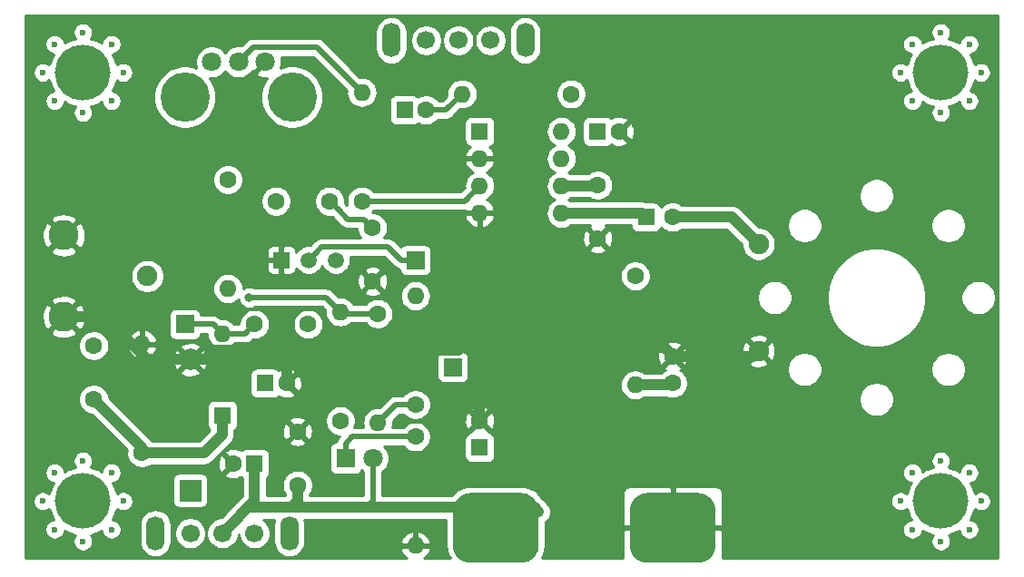
<source format=gbr>
G04 #@! TF.GenerationSoftware,KiCad,Pcbnew,5.1.4+dfsg1-1*
G04 #@! TF.CreationDate,2020-04-23T19:25:43-06:00*
G04 #@! TF.ProjectId,low-voltage,6c6f772d-766f-46c7-9461-67652e6b6963,rev?*
G04 #@! TF.SameCoordinates,Original*
G04 #@! TF.FileFunction,Copper,L2,Bot*
G04 #@! TF.FilePolarity,Positive*
%FSLAX46Y46*%
G04 Gerber Fmt 4.6, Leading zero omitted, Abs format (unit mm)*
G04 Created by KiCad (PCBNEW 5.1.4+dfsg1-1) date 2020-04-23 19:25:43*
%MOMM*%
%LPD*%
G04 APERTURE LIST*
%ADD10C,1.600000*%
%ADD11R,1.600000X1.600000*%
%ADD12C,0.100000*%
%ADD13C,6.500000*%
%ADD14R,2.000000X2.000000*%
%ADD15C,2.000000*%
%ADD16O,1.600000X1.600000*%
%ADD17O,1.700000X3.200000*%
%ADD18C,1.700000*%
%ADD19C,1.900000*%
%ADD20C,1.800000*%
%ADD21R,1.800000X1.800000*%
%ADD22R,1.500000X1.500000*%
%ADD23C,1.500000*%
%ADD24C,4.600000*%
%ADD25R,1.700000X1.700000*%
%ADD26C,2.800000*%
%ADD27C,0.600000*%
%ADD28C,5.200000*%
%ADD29C,0.800000*%
%ADD30C,1.000000*%
%ADD31C,0.500000*%
%ADD32C,0.254000*%
G04 APERTURE END LIST*
D10*
X118000000Y-96500000D03*
D11*
X118000000Y-99000000D03*
D12*
G36*
X138534278Y-103257825D02*
G01*
X138692022Y-103281224D01*
X138846713Y-103319972D01*
X138996861Y-103373696D01*
X139141020Y-103441878D01*
X139277802Y-103523862D01*
X139405889Y-103618858D01*
X139524049Y-103725951D01*
X139631142Y-103844111D01*
X139726138Y-103972198D01*
X139808122Y-104108980D01*
X139876304Y-104253139D01*
X139930028Y-104403287D01*
X139968776Y-104557978D01*
X139992175Y-104715722D01*
X140000000Y-104875000D01*
X140000000Y-108125000D01*
X139992175Y-108284278D01*
X139968776Y-108442022D01*
X139930028Y-108596713D01*
X139876304Y-108746861D01*
X139808122Y-108891020D01*
X139726138Y-109027802D01*
X139631142Y-109155889D01*
X139524049Y-109274049D01*
X139405889Y-109381142D01*
X139277802Y-109476138D01*
X139141020Y-109558122D01*
X138996861Y-109626304D01*
X138846713Y-109680028D01*
X138692022Y-109718776D01*
X138534278Y-109742175D01*
X138375000Y-109750000D01*
X133625000Y-109750000D01*
X133465722Y-109742175D01*
X133307978Y-109718776D01*
X133153287Y-109680028D01*
X133003139Y-109626304D01*
X132858980Y-109558122D01*
X132722198Y-109476138D01*
X132594111Y-109381142D01*
X132475951Y-109274049D01*
X132368858Y-109155889D01*
X132273862Y-109027802D01*
X132191878Y-108891020D01*
X132123696Y-108746861D01*
X132069972Y-108596713D01*
X132031224Y-108442022D01*
X132007825Y-108284278D01*
X132000000Y-108125000D01*
X132000000Y-104875000D01*
X132007825Y-104715722D01*
X132031224Y-104557978D01*
X132069972Y-104403287D01*
X132123696Y-104253139D01*
X132191878Y-104108980D01*
X132273862Y-103972198D01*
X132368858Y-103844111D01*
X132475951Y-103725951D01*
X132594111Y-103618858D01*
X132722198Y-103523862D01*
X132858980Y-103441878D01*
X133003139Y-103373696D01*
X133153287Y-103319972D01*
X133307978Y-103281224D01*
X133465722Y-103257825D01*
X133625000Y-103250000D01*
X138375000Y-103250000D01*
X138534278Y-103257825D01*
X138534278Y-103257825D01*
G37*
D13*
X136000000Y-106500000D03*
D12*
G36*
X122034278Y-103257825D02*
G01*
X122192022Y-103281224D01*
X122346713Y-103319972D01*
X122496861Y-103373696D01*
X122641020Y-103441878D01*
X122777802Y-103523862D01*
X122905889Y-103618858D01*
X123024049Y-103725951D01*
X123131142Y-103844111D01*
X123226138Y-103972198D01*
X123308122Y-104108980D01*
X123376304Y-104253139D01*
X123430028Y-104403287D01*
X123468776Y-104557978D01*
X123492175Y-104715722D01*
X123500000Y-104875000D01*
X123500000Y-108125000D01*
X123492175Y-108284278D01*
X123468776Y-108442022D01*
X123430028Y-108596713D01*
X123376304Y-108746861D01*
X123308122Y-108891020D01*
X123226138Y-109027802D01*
X123131142Y-109155889D01*
X123024049Y-109274049D01*
X122905889Y-109381142D01*
X122777802Y-109476138D01*
X122641020Y-109558122D01*
X122496861Y-109626304D01*
X122346713Y-109680028D01*
X122192022Y-109718776D01*
X122034278Y-109742175D01*
X121875000Y-109750000D01*
X117125000Y-109750000D01*
X116965722Y-109742175D01*
X116807978Y-109718776D01*
X116653287Y-109680028D01*
X116503139Y-109626304D01*
X116358980Y-109558122D01*
X116222198Y-109476138D01*
X116094111Y-109381142D01*
X115975951Y-109274049D01*
X115868858Y-109155889D01*
X115773862Y-109027802D01*
X115691878Y-108891020D01*
X115623696Y-108746861D01*
X115569972Y-108596713D01*
X115531224Y-108442022D01*
X115507825Y-108284278D01*
X115500000Y-108125000D01*
X115500000Y-104875000D01*
X115507825Y-104715722D01*
X115531224Y-104557978D01*
X115569972Y-104403287D01*
X115623696Y-104253139D01*
X115691878Y-104108980D01*
X115773862Y-103972198D01*
X115868858Y-103844111D01*
X115975951Y-103725951D01*
X116094111Y-103618858D01*
X116222198Y-103523862D01*
X116358980Y-103441878D01*
X116503139Y-103373696D01*
X116653287Y-103319972D01*
X116807978Y-103281224D01*
X116965722Y-103257825D01*
X117125000Y-103250000D01*
X121875000Y-103250000D01*
X122034278Y-103257825D01*
X122034278Y-103257825D01*
G37*
D13*
X119500000Y-106500000D03*
D14*
X91000000Y-103000000D03*
D15*
X91000000Y-90800000D03*
D16*
X125620000Y-69500000D03*
X118000000Y-77120000D03*
X125620000Y-72040000D03*
X118000000Y-74580000D03*
X125620000Y-74580000D03*
X118000000Y-72040000D03*
X125620000Y-77120000D03*
D11*
X118000000Y-69500000D03*
D17*
X122250000Y-61000000D03*
X109750000Y-61000000D03*
D18*
X113000000Y-61000000D03*
X119000000Y-61000000D03*
X116000000Y-61000000D03*
D16*
X112000000Y-108160000D03*
D10*
X112000000Y-98000000D03*
D16*
X132500000Y-93160000D03*
D10*
X132500000Y-83000000D03*
D16*
X116340000Y-66000000D03*
D10*
X126500000Y-66000000D03*
D19*
X144000000Y-90000000D03*
X144000000Y-80000000D03*
D20*
X108040000Y-100000000D03*
D21*
X105500000Y-100000000D03*
D10*
X136000000Y-77500000D03*
D11*
X133500000Y-77500000D03*
D10*
X136000000Y-90500000D03*
X136000000Y-93000000D03*
X131000000Y-69500000D03*
D11*
X129000000Y-69500000D03*
D10*
X113000000Y-67500000D03*
D11*
X111000000Y-67500000D03*
D10*
X129000000Y-79500000D03*
X129000000Y-74500000D03*
D22*
X99500000Y-81500000D03*
D23*
X104580000Y-81500000D03*
X102040000Y-81500000D03*
D17*
X87750000Y-107000000D03*
X100250000Y-107000000D03*
D18*
X97000000Y-107000000D03*
X91000000Y-107000000D03*
X94000000Y-107000000D03*
D24*
X100500000Y-66300000D03*
X90500000Y-66300000D03*
D20*
X98000000Y-63000000D03*
X95500000Y-63000000D03*
X93000000Y-63000000D03*
D16*
X107000000Y-65840000D03*
D10*
X107000000Y-76000000D03*
D16*
X112000000Y-84840000D03*
D10*
X112000000Y-95000000D03*
D16*
X108500000Y-96660000D03*
D10*
X108500000Y-86500000D03*
D16*
X105000000Y-86340000D03*
D10*
X105000000Y-96500000D03*
D16*
X94500000Y-84160000D03*
D10*
X94500000Y-74000000D03*
D16*
X86500000Y-89340000D03*
D10*
X86500000Y-99500000D03*
D25*
X112000000Y-81500000D03*
X115500000Y-91500000D03*
X90500000Y-87500000D03*
D26*
X79200000Y-86800000D03*
X79200000Y-79200000D03*
D19*
X87000000Y-83000000D03*
D27*
X163650000Y-106650000D03*
X158350000Y-106650000D03*
X163650000Y-101350000D03*
X158350000Y-101350000D03*
X157250000Y-104000000D03*
X164750000Y-104000000D03*
X161000000Y-107750000D03*
X161000000Y-100250000D03*
D28*
X161000000Y-104000000D03*
D27*
X163650000Y-66650000D03*
X158350000Y-66650000D03*
X163650000Y-61350000D03*
X158350000Y-61350000D03*
X157250000Y-64000000D03*
X164750000Y-64000000D03*
X161000000Y-67750000D03*
X161000000Y-60250000D03*
D28*
X161000000Y-64000000D03*
D27*
X83650000Y-106650000D03*
X78350000Y-106650000D03*
X83650000Y-101350000D03*
X78350000Y-101350000D03*
X77250000Y-104000000D03*
X84750000Y-104000000D03*
X81000000Y-107750000D03*
X81000000Y-100250000D03*
D28*
X81000000Y-104000000D03*
D27*
X83650000Y-66650000D03*
X78350000Y-66650000D03*
X83650000Y-61350000D03*
X78350000Y-61350000D03*
X77250000Y-64000000D03*
X84750000Y-64000000D03*
X81000000Y-67750000D03*
X81000000Y-60250000D03*
D28*
X81000000Y-64000000D03*
D16*
X94000000Y-88380000D03*
D11*
X94000000Y-96000000D03*
D10*
X104000000Y-76000000D03*
X99000000Y-76000000D03*
X108000000Y-83500000D03*
X108000000Y-78500000D03*
X100000000Y-93000000D03*
D11*
X98000000Y-93000000D03*
D10*
X97000000Y-87500000D03*
X102000000Y-87500000D03*
X82000000Y-94500000D03*
X82000000Y-89500000D03*
X101000000Y-97500000D03*
X101000000Y-102500000D03*
X95000000Y-100500000D03*
D11*
X97000000Y-100500000D03*
D29*
X117500000Y-88500000D03*
X128799999Y-89700001D03*
X94949999Y-89949999D03*
X98949999Y-89949999D03*
X107550001Y-89949999D03*
X96500000Y-85000000D03*
X123500000Y-105000000D03*
D30*
X91000000Y-90800000D02*
X92414213Y-90800000D01*
X116050001Y-89949999D02*
X117500000Y-88500000D01*
X92414213Y-90800000D02*
X93264214Y-89949999D01*
X135200001Y-89700001D02*
X136000000Y-90500000D01*
X116050001Y-89949999D02*
X116299999Y-89700001D01*
X143500000Y-90500000D02*
X144000000Y-90000000D01*
X136000000Y-90500000D02*
X143500000Y-90500000D01*
X99449999Y-89949999D02*
X100000000Y-90500000D01*
X100000000Y-90500000D02*
X100000000Y-93000000D01*
X99449999Y-89949999D02*
X116050001Y-89949999D01*
X86960000Y-90800000D02*
X85500000Y-89340000D01*
X82960000Y-86800000D02*
X79200000Y-86800000D01*
X85500000Y-89340000D02*
X82960000Y-86800000D01*
X93264214Y-89949999D02*
X99449999Y-89949999D01*
X91000000Y-90800000D02*
X86960000Y-90800000D01*
X86828630Y-90800000D02*
X86960000Y-90800000D01*
X86500000Y-89340000D02*
X86500000Y-90471370D01*
X86500000Y-90471370D02*
X86828630Y-90800000D01*
X118000000Y-95368630D02*
X118000000Y-96500000D01*
X118000000Y-89900002D02*
X118000000Y-95368630D01*
X117799999Y-89700001D02*
X118000000Y-89900002D01*
X116299999Y-89700001D02*
X117799999Y-89700001D01*
X117799999Y-89700001D02*
X135200001Y-89700001D01*
D31*
X110868630Y-98000000D02*
X112000000Y-98000000D01*
X106100000Y-98000000D02*
X110868630Y-98000000D01*
X105500000Y-100000000D02*
X105500000Y-98600000D01*
X105500000Y-98600000D02*
X106100000Y-98000000D01*
X105160000Y-86500000D02*
X105000000Y-86340000D01*
X108500000Y-86500000D02*
X105160000Y-86500000D01*
X105000000Y-86340000D02*
X103660000Y-85000000D01*
X103660000Y-85000000D02*
X96500000Y-85000000D01*
D30*
X96399999Y-104600001D02*
X94849999Y-106150001D01*
X123500000Y-105000000D02*
X123100001Y-104600001D01*
X94849999Y-106150001D02*
X94000000Y-107000000D01*
X128920000Y-74580000D02*
X129000000Y-74500000D01*
X125620000Y-74580000D02*
X128920000Y-74580000D01*
X101000000Y-104000000D02*
X101000000Y-102500000D01*
X100399999Y-104600001D02*
X101000000Y-104000000D01*
X100399999Y-104600001D02*
X96399999Y-104600001D01*
X97000000Y-104000000D02*
X96399999Y-104600001D01*
X97000000Y-100500000D02*
X97000000Y-104000000D01*
D31*
X108040000Y-103960000D02*
X108040000Y-100000000D01*
X107399999Y-104600001D02*
X108040000Y-103960000D01*
D30*
X107399999Y-104600001D02*
X100399999Y-104600001D01*
X123100001Y-104600001D02*
X114100001Y-104600001D01*
X114100001Y-104600001D02*
X107399999Y-104600001D01*
X94000000Y-97800000D02*
X94000000Y-96000000D01*
X92300000Y-99500000D02*
X94000000Y-97800000D01*
X92300000Y-99500000D02*
X86500000Y-99500000D01*
X86500000Y-99000000D02*
X82000000Y-94500000D01*
X86500000Y-99500000D02*
X86500000Y-99000000D01*
D31*
X93120000Y-87500000D02*
X94000000Y-88380000D01*
X90500000Y-87500000D02*
X93120000Y-87500000D01*
X96120000Y-88380000D02*
X97000000Y-87500000D01*
X94000000Y-88380000D02*
X96120000Y-88380000D01*
X102789999Y-80750001D02*
X102040000Y-81500000D01*
X103240001Y-80299999D02*
X102789999Y-80750001D01*
X109449999Y-80299999D02*
X103240001Y-80299999D01*
X112000000Y-81500000D02*
X110650000Y-81500000D01*
X110650000Y-81500000D02*
X109449999Y-80299999D01*
X110160000Y-95000000D02*
X108500000Y-96660000D01*
X112000000Y-95000000D02*
X110160000Y-95000000D01*
X105700001Y-77700001D02*
X104799999Y-76799999D01*
X108000000Y-78500000D02*
X107200001Y-77700001D01*
X104799999Y-76799999D02*
X104000000Y-76000000D01*
X107200001Y-77700001D02*
X105700001Y-77700001D01*
X106200001Y-65040001D02*
X107000000Y-65840000D01*
X102809999Y-61649999D02*
X106200001Y-65040001D01*
X95500000Y-63000000D02*
X96850001Y-61649999D01*
X96850001Y-61649999D02*
X102809999Y-61649999D01*
X116580000Y-76000000D02*
X118000000Y-74580000D01*
X107000000Y-76000000D02*
X116580000Y-76000000D01*
X114840000Y-67500000D02*
X116340000Y-66000000D01*
X113000000Y-67500000D02*
X114840000Y-67500000D01*
D30*
X135840000Y-93160000D02*
X136000000Y-93000000D01*
X132500000Y-93160000D02*
X135840000Y-93160000D01*
X141500000Y-77500000D02*
X144000000Y-80000000D01*
X136000000Y-77500000D02*
X141500000Y-77500000D01*
X133120000Y-77120000D02*
X133500000Y-77500000D01*
X125620000Y-77120000D02*
X133120000Y-77120000D01*
D32*
G36*
X166340001Y-109340000D02*
G01*
X140637647Y-109340000D01*
X140635000Y-106785750D01*
X140476250Y-106627000D01*
X136127000Y-106627000D01*
X136127000Y-106647000D01*
X135873000Y-106647000D01*
X135873000Y-106627000D01*
X131523750Y-106627000D01*
X131365000Y-106785750D01*
X131362353Y-109340000D01*
X123779283Y-109340000D01*
X123965806Y-108991040D01*
X124094588Y-108566503D01*
X124138072Y-108125000D01*
X124138072Y-105944631D01*
X124306448Y-105806448D01*
X124448283Y-105633622D01*
X124553676Y-105436446D01*
X124618577Y-105222498D01*
X124640491Y-104999999D01*
X124618577Y-104777501D01*
X124553676Y-104563554D01*
X124448283Y-104366378D01*
X124341988Y-104236857D01*
X123941997Y-103836866D01*
X123906450Y-103793552D01*
X123807077Y-103711998D01*
X123756676Y-103617705D01*
X123475234Y-103274766D01*
X123445057Y-103250000D01*
X131361928Y-103250000D01*
X131365000Y-106214250D01*
X131523750Y-106373000D01*
X135873000Y-106373000D01*
X135873000Y-102773750D01*
X136127000Y-102773750D01*
X136127000Y-106373000D01*
X140476250Y-106373000D01*
X140635000Y-106214250D01*
X140637390Y-103907911D01*
X156315000Y-103907911D01*
X156315000Y-104092089D01*
X156350932Y-104272729D01*
X156421414Y-104442889D01*
X156523738Y-104596028D01*
X156653972Y-104726262D01*
X156807111Y-104828586D01*
X156977271Y-104899068D01*
X157157911Y-104935000D01*
X157342089Y-104935000D01*
X157522729Y-104899068D01*
X157692889Y-104828586D01*
X157846028Y-104726262D01*
X157846075Y-104726215D01*
X157889319Y-104943615D01*
X158133180Y-105532347D01*
X158255540Y-105715472D01*
X158077271Y-105750932D01*
X157907111Y-105821414D01*
X157753972Y-105923738D01*
X157623738Y-106053972D01*
X157521414Y-106207111D01*
X157450932Y-106377271D01*
X157415000Y-106557911D01*
X157415000Y-106742089D01*
X157450932Y-106922729D01*
X157521414Y-107092889D01*
X157623738Y-107246028D01*
X157753972Y-107376262D01*
X157907111Y-107478586D01*
X158077271Y-107549068D01*
X158257911Y-107585000D01*
X158442089Y-107585000D01*
X158622729Y-107549068D01*
X158792889Y-107478586D01*
X158946028Y-107376262D01*
X159076262Y-107246028D01*
X159178586Y-107092889D01*
X159249068Y-106922729D01*
X159284528Y-106744460D01*
X159467653Y-106866820D01*
X160056385Y-107110681D01*
X160273785Y-107153925D01*
X160273738Y-107153972D01*
X160171414Y-107307111D01*
X160100932Y-107477271D01*
X160065000Y-107657911D01*
X160065000Y-107842089D01*
X160100932Y-108022729D01*
X160171414Y-108192889D01*
X160273738Y-108346028D01*
X160403972Y-108476262D01*
X160557111Y-108578586D01*
X160727271Y-108649068D01*
X160907911Y-108685000D01*
X161092089Y-108685000D01*
X161272729Y-108649068D01*
X161442889Y-108578586D01*
X161596028Y-108476262D01*
X161726262Y-108346028D01*
X161828586Y-108192889D01*
X161899068Y-108022729D01*
X161935000Y-107842089D01*
X161935000Y-107657911D01*
X161899068Y-107477271D01*
X161828586Y-107307111D01*
X161726262Y-107153972D01*
X161726215Y-107153925D01*
X161943615Y-107110681D01*
X162532347Y-106866820D01*
X162715472Y-106744460D01*
X162750932Y-106922729D01*
X162821414Y-107092889D01*
X162923738Y-107246028D01*
X163053972Y-107376262D01*
X163207111Y-107478586D01*
X163377271Y-107549068D01*
X163557911Y-107585000D01*
X163742089Y-107585000D01*
X163922729Y-107549068D01*
X164092889Y-107478586D01*
X164246028Y-107376262D01*
X164376262Y-107246028D01*
X164478586Y-107092889D01*
X164549068Y-106922729D01*
X164585000Y-106742089D01*
X164585000Y-106557911D01*
X164549068Y-106377271D01*
X164478586Y-106207111D01*
X164376262Y-106053972D01*
X164246028Y-105923738D01*
X164092889Y-105821414D01*
X163922729Y-105750932D01*
X163744460Y-105715472D01*
X163866820Y-105532347D01*
X164110681Y-104943615D01*
X164153925Y-104726215D01*
X164153972Y-104726262D01*
X164307111Y-104828586D01*
X164477271Y-104899068D01*
X164657911Y-104935000D01*
X164842089Y-104935000D01*
X165022729Y-104899068D01*
X165192889Y-104828586D01*
X165346028Y-104726262D01*
X165476262Y-104596028D01*
X165578586Y-104442889D01*
X165649068Y-104272729D01*
X165685000Y-104092089D01*
X165685000Y-103907911D01*
X165649068Y-103727271D01*
X165578586Y-103557111D01*
X165476262Y-103403972D01*
X165346028Y-103273738D01*
X165192889Y-103171414D01*
X165022729Y-103100932D01*
X164842089Y-103065000D01*
X164657911Y-103065000D01*
X164477271Y-103100932D01*
X164307111Y-103171414D01*
X164153972Y-103273738D01*
X164153925Y-103273785D01*
X164110681Y-103056385D01*
X163866820Y-102467653D01*
X163744460Y-102284528D01*
X163922729Y-102249068D01*
X164092889Y-102178586D01*
X164246028Y-102076262D01*
X164376262Y-101946028D01*
X164478586Y-101792889D01*
X164549068Y-101622729D01*
X164585000Y-101442089D01*
X164585000Y-101257911D01*
X164549068Y-101077271D01*
X164478586Y-100907111D01*
X164376262Y-100753972D01*
X164246028Y-100623738D01*
X164092889Y-100521414D01*
X163922729Y-100450932D01*
X163742089Y-100415000D01*
X163557911Y-100415000D01*
X163377271Y-100450932D01*
X163207111Y-100521414D01*
X163053972Y-100623738D01*
X162923738Y-100753972D01*
X162821414Y-100907111D01*
X162750932Y-101077271D01*
X162715472Y-101255540D01*
X162532347Y-101133180D01*
X161943615Y-100889319D01*
X161726215Y-100846075D01*
X161726262Y-100846028D01*
X161828586Y-100692889D01*
X161899068Y-100522729D01*
X161935000Y-100342089D01*
X161935000Y-100157911D01*
X161899068Y-99977271D01*
X161828586Y-99807111D01*
X161726262Y-99653972D01*
X161596028Y-99523738D01*
X161442889Y-99421414D01*
X161272729Y-99350932D01*
X161092089Y-99315000D01*
X160907911Y-99315000D01*
X160727271Y-99350932D01*
X160557111Y-99421414D01*
X160403972Y-99523738D01*
X160273738Y-99653972D01*
X160171414Y-99807111D01*
X160100932Y-99977271D01*
X160065000Y-100157911D01*
X160065000Y-100342089D01*
X160100932Y-100522729D01*
X160171414Y-100692889D01*
X160273738Y-100846028D01*
X160273785Y-100846075D01*
X160056385Y-100889319D01*
X159467653Y-101133180D01*
X159284528Y-101255540D01*
X159249068Y-101077271D01*
X159178586Y-100907111D01*
X159076262Y-100753972D01*
X158946028Y-100623738D01*
X158792889Y-100521414D01*
X158622729Y-100450932D01*
X158442089Y-100415000D01*
X158257911Y-100415000D01*
X158077271Y-100450932D01*
X157907111Y-100521414D01*
X157753972Y-100623738D01*
X157623738Y-100753972D01*
X157521414Y-100907111D01*
X157450932Y-101077271D01*
X157415000Y-101257911D01*
X157415000Y-101442089D01*
X157450932Y-101622729D01*
X157521414Y-101792889D01*
X157623738Y-101946028D01*
X157753972Y-102076262D01*
X157907111Y-102178586D01*
X158077271Y-102249068D01*
X158255540Y-102284528D01*
X158133180Y-102467653D01*
X157889319Y-103056385D01*
X157846075Y-103273785D01*
X157846028Y-103273738D01*
X157692889Y-103171414D01*
X157522729Y-103100932D01*
X157342089Y-103065000D01*
X157157911Y-103065000D01*
X156977271Y-103100932D01*
X156807111Y-103171414D01*
X156653972Y-103273738D01*
X156523738Y-103403972D01*
X156421414Y-103557111D01*
X156350932Y-103727271D01*
X156315000Y-103907911D01*
X140637390Y-103907911D01*
X140638072Y-103250000D01*
X140625812Y-103125518D01*
X140589502Y-103005820D01*
X140530537Y-102895506D01*
X140451185Y-102798815D01*
X140354494Y-102719463D01*
X140244180Y-102660498D01*
X140124482Y-102624188D01*
X140000000Y-102611928D01*
X136285750Y-102615000D01*
X136127000Y-102773750D01*
X135873000Y-102773750D01*
X135714250Y-102615000D01*
X132000000Y-102611928D01*
X131875518Y-102624188D01*
X131755820Y-102660498D01*
X131645506Y-102719463D01*
X131548815Y-102798815D01*
X131469463Y-102895506D01*
X131410498Y-103005820D01*
X131374188Y-103125518D01*
X131361928Y-103250000D01*
X123445057Y-103250000D01*
X123132295Y-102993324D01*
X122741040Y-102784194D01*
X122316503Y-102655412D01*
X121875000Y-102611928D01*
X117125000Y-102611928D01*
X116683497Y-102655412D01*
X116258960Y-102784194D01*
X115867705Y-102993324D01*
X115524766Y-103274766D01*
X115368645Y-103465001D01*
X108925000Y-103465001D01*
X108925000Y-101254790D01*
X109018505Y-101192312D01*
X109232312Y-100978505D01*
X109400299Y-100727095D01*
X109516011Y-100447743D01*
X109575000Y-100151184D01*
X109575000Y-99848816D01*
X109516011Y-99552257D01*
X109400299Y-99272905D01*
X109232312Y-99021495D01*
X109095817Y-98885000D01*
X110865479Y-98885000D01*
X110885363Y-98914759D01*
X111085241Y-99114637D01*
X111320273Y-99271680D01*
X111581426Y-99379853D01*
X111858665Y-99435000D01*
X112141335Y-99435000D01*
X112418574Y-99379853D01*
X112679727Y-99271680D01*
X112914759Y-99114637D01*
X113114637Y-98914759D01*
X113271680Y-98679727D01*
X113379853Y-98418574D01*
X113423330Y-98200000D01*
X116561928Y-98200000D01*
X116561928Y-99800000D01*
X116574188Y-99924482D01*
X116610498Y-100044180D01*
X116669463Y-100154494D01*
X116748815Y-100251185D01*
X116845506Y-100330537D01*
X116955820Y-100389502D01*
X117075518Y-100425812D01*
X117200000Y-100438072D01*
X118800000Y-100438072D01*
X118924482Y-100425812D01*
X119044180Y-100389502D01*
X119154494Y-100330537D01*
X119251185Y-100251185D01*
X119330537Y-100154494D01*
X119389502Y-100044180D01*
X119425812Y-99924482D01*
X119438072Y-99800000D01*
X119438072Y-98200000D01*
X119425812Y-98075518D01*
X119389502Y-97955820D01*
X119330537Y-97845506D01*
X119251185Y-97748815D01*
X119154494Y-97669463D01*
X119044180Y-97610498D01*
X118924482Y-97574188D01*
X118800000Y-97561928D01*
X118792785Y-97561928D01*
X118813097Y-97492702D01*
X118000000Y-96679605D01*
X117186903Y-97492702D01*
X117207215Y-97561928D01*
X117200000Y-97561928D01*
X117075518Y-97574188D01*
X116955820Y-97610498D01*
X116845506Y-97669463D01*
X116748815Y-97748815D01*
X116669463Y-97845506D01*
X116610498Y-97955820D01*
X116574188Y-98075518D01*
X116561928Y-98200000D01*
X113423330Y-98200000D01*
X113435000Y-98141335D01*
X113435000Y-97858665D01*
X113379853Y-97581426D01*
X113271680Y-97320273D01*
X113114637Y-97085241D01*
X112914759Y-96885363D01*
X112679727Y-96728320D01*
X112418574Y-96620147D01*
X112169046Y-96570512D01*
X116559783Y-96570512D01*
X116601213Y-96850130D01*
X116696397Y-97116292D01*
X116763329Y-97241514D01*
X117007298Y-97313097D01*
X117820395Y-96500000D01*
X118179605Y-96500000D01*
X118992702Y-97313097D01*
X119236671Y-97241514D01*
X119357571Y-96986004D01*
X119426300Y-96711816D01*
X119440217Y-96429488D01*
X119398787Y-96149870D01*
X119303603Y-95883708D01*
X119236671Y-95758486D01*
X118992702Y-95686903D01*
X118179605Y-96500000D01*
X117820395Y-96500000D01*
X117007298Y-95686903D01*
X116763329Y-95758486D01*
X116642429Y-96013996D01*
X116573700Y-96288184D01*
X116559783Y-96570512D01*
X112169046Y-96570512D01*
X112141335Y-96565000D01*
X111858665Y-96565000D01*
X111581426Y-96620147D01*
X111320273Y-96728320D01*
X111085241Y-96885363D01*
X110885363Y-97085241D01*
X110865479Y-97115000D01*
X109861548Y-97115000D01*
X109914236Y-96941309D01*
X109941943Y-96660000D01*
X109924875Y-96486704D01*
X110526579Y-95885000D01*
X110865479Y-95885000D01*
X110885363Y-95914759D01*
X111085241Y-96114637D01*
X111320273Y-96271680D01*
X111581426Y-96379853D01*
X111858665Y-96435000D01*
X112141335Y-96435000D01*
X112418574Y-96379853D01*
X112679727Y-96271680D01*
X112914759Y-96114637D01*
X113114637Y-95914759D01*
X113271680Y-95679727D01*
X113343102Y-95507298D01*
X117186903Y-95507298D01*
X118000000Y-96320395D01*
X118813097Y-95507298D01*
X118741514Y-95263329D01*
X118486004Y-95142429D01*
X118211816Y-95073700D01*
X117929488Y-95059783D01*
X117649870Y-95101213D01*
X117383708Y-95196397D01*
X117258486Y-95263329D01*
X117186903Y-95507298D01*
X113343102Y-95507298D01*
X113379853Y-95418574D01*
X113435000Y-95141335D01*
X113435000Y-94858665D01*
X113379853Y-94581426D01*
X113271680Y-94320273D01*
X113114637Y-94085241D01*
X112914759Y-93885363D01*
X112679727Y-93728320D01*
X112418574Y-93620147D01*
X112141335Y-93565000D01*
X111858665Y-93565000D01*
X111581426Y-93620147D01*
X111320273Y-93728320D01*
X111085241Y-93885363D01*
X110885363Y-94085241D01*
X110865479Y-94115000D01*
X110203469Y-94115000D01*
X110160000Y-94110719D01*
X110116531Y-94115000D01*
X110116523Y-94115000D01*
X109986510Y-94127805D01*
X109819686Y-94178411D01*
X109665941Y-94260589D01*
X109564953Y-94343468D01*
X109564951Y-94343470D01*
X109531183Y-94371183D01*
X109503470Y-94404951D01*
X108673296Y-95235125D01*
X108570492Y-95225000D01*
X108429508Y-95225000D01*
X108218691Y-95245764D01*
X107948192Y-95327818D01*
X107698899Y-95461068D01*
X107480392Y-95640392D01*
X107301068Y-95858899D01*
X107167818Y-96108192D01*
X107085764Y-96378691D01*
X107058057Y-96660000D01*
X107085764Y-96941309D01*
X107138452Y-97115000D01*
X106298491Y-97115000D01*
X106379853Y-96918574D01*
X106435000Y-96641335D01*
X106435000Y-96358665D01*
X106379853Y-96081426D01*
X106271680Y-95820273D01*
X106114637Y-95585241D01*
X105914759Y-95385363D01*
X105679727Y-95228320D01*
X105418574Y-95120147D01*
X105141335Y-95065000D01*
X104858665Y-95065000D01*
X104581426Y-95120147D01*
X104320273Y-95228320D01*
X104085241Y-95385363D01*
X103885363Y-95585241D01*
X103728320Y-95820273D01*
X103620147Y-96081426D01*
X103565000Y-96358665D01*
X103565000Y-96641335D01*
X103620147Y-96918574D01*
X103728320Y-97179727D01*
X103885363Y-97414759D01*
X104085241Y-97614637D01*
X104320273Y-97771680D01*
X104581426Y-97879853D01*
X104858665Y-97935000D01*
X104913422Y-97935000D01*
X104904951Y-97943471D01*
X104871184Y-97971183D01*
X104843471Y-98004951D01*
X104843468Y-98004954D01*
X104760590Y-98105941D01*
X104678412Y-98259687D01*
X104627805Y-98426510D01*
X104624317Y-98461928D01*
X104600000Y-98461928D01*
X104475518Y-98474188D01*
X104355820Y-98510498D01*
X104245506Y-98569463D01*
X104148815Y-98648815D01*
X104069463Y-98745506D01*
X104010498Y-98855820D01*
X103974188Y-98975518D01*
X103961928Y-99100000D01*
X103961928Y-100900000D01*
X103974188Y-101024482D01*
X104010498Y-101144180D01*
X104069463Y-101254494D01*
X104148815Y-101351185D01*
X104245506Y-101430537D01*
X104355820Y-101489502D01*
X104475518Y-101525812D01*
X104600000Y-101538072D01*
X106400000Y-101538072D01*
X106524482Y-101525812D01*
X106644180Y-101489502D01*
X106754494Y-101430537D01*
X106851185Y-101351185D01*
X106930537Y-101254494D01*
X106989502Y-101144180D01*
X106995056Y-101125873D01*
X107061495Y-101192312D01*
X107155001Y-101254791D01*
X107155000Y-103465001D01*
X102135000Y-103465001D01*
X102135000Y-103384284D01*
X102271680Y-103179727D01*
X102379853Y-102918574D01*
X102435000Y-102641335D01*
X102435000Y-102358665D01*
X102379853Y-102081426D01*
X102271680Y-101820273D01*
X102114637Y-101585241D01*
X101914759Y-101385363D01*
X101679727Y-101228320D01*
X101418574Y-101120147D01*
X101141335Y-101065000D01*
X100858665Y-101065000D01*
X100581426Y-101120147D01*
X100320273Y-101228320D01*
X100085241Y-101385363D01*
X99885363Y-101585241D01*
X99728320Y-101820273D01*
X99620147Y-102081426D01*
X99565000Y-102358665D01*
X99565000Y-102641335D01*
X99620147Y-102918574D01*
X99728320Y-103179727D01*
X99865000Y-103384284D01*
X99865000Y-103465001D01*
X98135000Y-103465001D01*
X98135000Y-101840957D01*
X98154494Y-101830537D01*
X98251185Y-101751185D01*
X98330537Y-101654494D01*
X98389502Y-101544180D01*
X98425812Y-101424482D01*
X98438072Y-101300000D01*
X98438072Y-99700000D01*
X98425812Y-99575518D01*
X98389502Y-99455820D01*
X98330537Y-99345506D01*
X98251185Y-99248815D01*
X98154494Y-99169463D01*
X98044180Y-99110498D01*
X97924482Y-99074188D01*
X97800000Y-99061928D01*
X96200000Y-99061928D01*
X96075518Y-99074188D01*
X95955820Y-99110498D01*
X95845506Y-99169463D01*
X95748815Y-99248815D01*
X95738193Y-99261758D01*
X95486004Y-99142429D01*
X95211816Y-99073700D01*
X94929488Y-99059783D01*
X94649870Y-99101213D01*
X94383708Y-99196397D01*
X94258486Y-99263329D01*
X94186903Y-99507298D01*
X95000000Y-100320395D01*
X95014143Y-100306253D01*
X95193748Y-100485858D01*
X95179605Y-100500000D01*
X95193748Y-100514143D01*
X95014143Y-100693748D01*
X95000000Y-100679605D01*
X94186903Y-101492702D01*
X94258486Y-101736671D01*
X94513996Y-101857571D01*
X94788184Y-101926300D01*
X95070512Y-101940217D01*
X95350130Y-101898787D01*
X95616292Y-101803603D01*
X95738309Y-101738384D01*
X95748815Y-101751185D01*
X95845506Y-101830537D01*
X95865000Y-101840957D01*
X95865001Y-103529868D01*
X95636863Y-103758006D01*
X95593550Y-103793552D01*
X95558010Y-103836858D01*
X94086860Y-105308009D01*
X94086855Y-105308013D01*
X93879868Y-105515000D01*
X93853740Y-105515000D01*
X93566842Y-105572068D01*
X93296589Y-105684010D01*
X93053368Y-105846525D01*
X92846525Y-106053368D01*
X92684010Y-106296589D01*
X92572068Y-106566842D01*
X92515000Y-106853740D01*
X92515000Y-107146260D01*
X92572068Y-107433158D01*
X92684010Y-107703411D01*
X92846525Y-107946632D01*
X93053368Y-108153475D01*
X93296589Y-108315990D01*
X93566842Y-108427932D01*
X93853740Y-108485000D01*
X94146260Y-108485000D01*
X94433158Y-108427932D01*
X94703411Y-108315990D01*
X94946632Y-108153475D01*
X95153475Y-107946632D01*
X95315990Y-107703411D01*
X95427932Y-107433158D01*
X95485000Y-107146260D01*
X95485000Y-107120132D01*
X95515000Y-107090132D01*
X95515000Y-107146260D01*
X95572068Y-107433158D01*
X95684010Y-107703411D01*
X95846525Y-107946632D01*
X96053368Y-108153475D01*
X96296589Y-108315990D01*
X96566842Y-108427932D01*
X96853740Y-108485000D01*
X97146260Y-108485000D01*
X97433158Y-108427932D01*
X97703411Y-108315990D01*
X97946632Y-108153475D01*
X98153475Y-107946632D01*
X98315990Y-107703411D01*
X98427932Y-107433158D01*
X98485000Y-107146260D01*
X98485000Y-106853740D01*
X98427932Y-106566842D01*
X98315990Y-106296589D01*
X98153475Y-106053368D01*
X97946632Y-105846525D01*
X97779724Y-105735001D01*
X98854403Y-105735001D01*
X98786487Y-105958890D01*
X98765000Y-106177051D01*
X98765000Y-107822950D01*
X98786487Y-108041111D01*
X98871402Y-108321034D01*
X99009295Y-108579014D01*
X99194867Y-108805134D01*
X99420987Y-108990706D01*
X99678967Y-109128599D01*
X99958890Y-109213513D01*
X100250000Y-109242185D01*
X100541111Y-109213513D01*
X100821034Y-109128599D01*
X101079014Y-108990706D01*
X101305134Y-108805134D01*
X101490706Y-108579014D01*
X101628599Y-108321034D01*
X101713513Y-108041111D01*
X101735000Y-107822950D01*
X101735000Y-107810960D01*
X110608091Y-107810960D01*
X110729376Y-108033000D01*
X111873000Y-108033000D01*
X111873000Y-106890085D01*
X112127000Y-106890085D01*
X112127000Y-108033000D01*
X113270624Y-108033000D01*
X113391909Y-107810960D01*
X113297070Y-107546119D01*
X113152385Y-107304869D01*
X112963414Y-107096481D01*
X112737420Y-106928963D01*
X112483087Y-106808754D01*
X112349039Y-106768096D01*
X112127000Y-106890085D01*
X111873000Y-106890085D01*
X111650961Y-106768096D01*
X111516913Y-106808754D01*
X111262580Y-106928963D01*
X111036586Y-107096481D01*
X110847615Y-107304869D01*
X110702930Y-107546119D01*
X110608091Y-107810960D01*
X101735000Y-107810960D01*
X101735000Y-106177050D01*
X101713513Y-105958889D01*
X101645597Y-105735001D01*
X114861928Y-105735001D01*
X114861928Y-108125000D01*
X114905412Y-108566503D01*
X115034194Y-108991040D01*
X115220717Y-109340000D01*
X112806273Y-109340000D01*
X112963414Y-109223519D01*
X113152385Y-109015131D01*
X113297070Y-108773881D01*
X113391909Y-108509040D01*
X113270624Y-108287000D01*
X112127000Y-108287000D01*
X112127000Y-108307000D01*
X111873000Y-108307000D01*
X111873000Y-108287000D01*
X110729376Y-108287000D01*
X110608091Y-108509040D01*
X110702930Y-108773881D01*
X110847615Y-109015131D01*
X111036586Y-109223519D01*
X111193727Y-109340000D01*
X75660000Y-109340000D01*
X75660000Y-103907911D01*
X76315000Y-103907911D01*
X76315000Y-104092089D01*
X76350932Y-104272729D01*
X76421414Y-104442889D01*
X76523738Y-104596028D01*
X76653972Y-104726262D01*
X76807111Y-104828586D01*
X76977271Y-104899068D01*
X77157911Y-104935000D01*
X77342089Y-104935000D01*
X77522729Y-104899068D01*
X77692889Y-104828586D01*
X77846028Y-104726262D01*
X77846075Y-104726215D01*
X77889319Y-104943615D01*
X78133180Y-105532347D01*
X78255540Y-105715472D01*
X78077271Y-105750932D01*
X77907111Y-105821414D01*
X77753972Y-105923738D01*
X77623738Y-106053972D01*
X77521414Y-106207111D01*
X77450932Y-106377271D01*
X77415000Y-106557911D01*
X77415000Y-106742089D01*
X77450932Y-106922729D01*
X77521414Y-107092889D01*
X77623738Y-107246028D01*
X77753972Y-107376262D01*
X77907111Y-107478586D01*
X78077271Y-107549068D01*
X78257911Y-107585000D01*
X78442089Y-107585000D01*
X78622729Y-107549068D01*
X78792889Y-107478586D01*
X78946028Y-107376262D01*
X79076262Y-107246028D01*
X79178586Y-107092889D01*
X79249068Y-106922729D01*
X79284528Y-106744460D01*
X79467653Y-106866820D01*
X80056385Y-107110681D01*
X80273785Y-107153925D01*
X80273738Y-107153972D01*
X80171414Y-107307111D01*
X80100932Y-107477271D01*
X80065000Y-107657911D01*
X80065000Y-107842089D01*
X80100932Y-108022729D01*
X80171414Y-108192889D01*
X80273738Y-108346028D01*
X80403972Y-108476262D01*
X80557111Y-108578586D01*
X80727271Y-108649068D01*
X80907911Y-108685000D01*
X81092089Y-108685000D01*
X81272729Y-108649068D01*
X81442889Y-108578586D01*
X81596028Y-108476262D01*
X81726262Y-108346028D01*
X81828586Y-108192889D01*
X81899068Y-108022729D01*
X81935000Y-107842089D01*
X81935000Y-107657911D01*
X81899068Y-107477271D01*
X81828586Y-107307111D01*
X81726262Y-107153972D01*
X81726215Y-107153925D01*
X81943615Y-107110681D01*
X82532347Y-106866820D01*
X82715472Y-106744460D01*
X82750932Y-106922729D01*
X82821414Y-107092889D01*
X82923738Y-107246028D01*
X83053972Y-107376262D01*
X83207111Y-107478586D01*
X83377271Y-107549068D01*
X83557911Y-107585000D01*
X83742089Y-107585000D01*
X83922729Y-107549068D01*
X84092889Y-107478586D01*
X84246028Y-107376262D01*
X84376262Y-107246028D01*
X84478586Y-107092889D01*
X84549068Y-106922729D01*
X84585000Y-106742089D01*
X84585000Y-106557911D01*
X84549068Y-106377271D01*
X84478586Y-106207111D01*
X84458501Y-106177051D01*
X86265000Y-106177051D01*
X86265000Y-107822950D01*
X86286487Y-108041111D01*
X86371402Y-108321034D01*
X86509295Y-108579014D01*
X86694867Y-108805134D01*
X86920987Y-108990706D01*
X87178967Y-109128599D01*
X87458890Y-109213513D01*
X87750000Y-109242185D01*
X88041111Y-109213513D01*
X88321034Y-109128599D01*
X88579014Y-108990706D01*
X88805134Y-108805134D01*
X88990706Y-108579014D01*
X89128599Y-108321034D01*
X89213513Y-108041111D01*
X89235000Y-107822950D01*
X89235000Y-106853740D01*
X89515000Y-106853740D01*
X89515000Y-107146260D01*
X89572068Y-107433158D01*
X89684010Y-107703411D01*
X89846525Y-107946632D01*
X90053368Y-108153475D01*
X90296589Y-108315990D01*
X90566842Y-108427932D01*
X90853740Y-108485000D01*
X91146260Y-108485000D01*
X91433158Y-108427932D01*
X91703411Y-108315990D01*
X91946632Y-108153475D01*
X92153475Y-107946632D01*
X92315990Y-107703411D01*
X92427932Y-107433158D01*
X92485000Y-107146260D01*
X92485000Y-106853740D01*
X92427932Y-106566842D01*
X92315990Y-106296589D01*
X92153475Y-106053368D01*
X91946632Y-105846525D01*
X91703411Y-105684010D01*
X91433158Y-105572068D01*
X91146260Y-105515000D01*
X90853740Y-105515000D01*
X90566842Y-105572068D01*
X90296589Y-105684010D01*
X90053368Y-105846525D01*
X89846525Y-106053368D01*
X89684010Y-106296589D01*
X89572068Y-106566842D01*
X89515000Y-106853740D01*
X89235000Y-106853740D01*
X89235000Y-106177050D01*
X89213513Y-105958889D01*
X89128599Y-105678966D01*
X88990706Y-105420986D01*
X88805134Y-105194866D01*
X88579013Y-105009294D01*
X88321033Y-104871401D01*
X88041110Y-104786487D01*
X87750000Y-104757815D01*
X87458889Y-104786487D01*
X87178966Y-104871401D01*
X86920986Y-105009294D01*
X86694866Y-105194866D01*
X86509294Y-105420987D01*
X86371401Y-105678967D01*
X86286487Y-105958890D01*
X86265000Y-106177051D01*
X84458501Y-106177051D01*
X84376262Y-106053972D01*
X84246028Y-105923738D01*
X84092889Y-105821414D01*
X83922729Y-105750932D01*
X83744460Y-105715472D01*
X83866820Y-105532347D01*
X84110681Y-104943615D01*
X84153925Y-104726215D01*
X84153972Y-104726262D01*
X84307111Y-104828586D01*
X84477271Y-104899068D01*
X84657911Y-104935000D01*
X84842089Y-104935000D01*
X85022729Y-104899068D01*
X85192889Y-104828586D01*
X85346028Y-104726262D01*
X85476262Y-104596028D01*
X85578586Y-104442889D01*
X85649068Y-104272729D01*
X85685000Y-104092089D01*
X85685000Y-103907911D01*
X85649068Y-103727271D01*
X85578586Y-103557111D01*
X85476262Y-103403972D01*
X85346028Y-103273738D01*
X85192889Y-103171414D01*
X85022729Y-103100932D01*
X84842089Y-103065000D01*
X84657911Y-103065000D01*
X84477271Y-103100932D01*
X84307111Y-103171414D01*
X84153972Y-103273738D01*
X84153925Y-103273785D01*
X84110681Y-103056385D01*
X83866820Y-102467653D01*
X83744460Y-102284528D01*
X83922729Y-102249068D01*
X84092889Y-102178586D01*
X84246028Y-102076262D01*
X84322290Y-102000000D01*
X89361928Y-102000000D01*
X89361928Y-104000000D01*
X89374188Y-104124482D01*
X89410498Y-104244180D01*
X89469463Y-104354494D01*
X89548815Y-104451185D01*
X89645506Y-104530537D01*
X89755820Y-104589502D01*
X89875518Y-104625812D01*
X90000000Y-104638072D01*
X92000000Y-104638072D01*
X92124482Y-104625812D01*
X92244180Y-104589502D01*
X92354494Y-104530537D01*
X92451185Y-104451185D01*
X92530537Y-104354494D01*
X92589502Y-104244180D01*
X92625812Y-104124482D01*
X92638072Y-104000000D01*
X92638072Y-102000000D01*
X92625812Y-101875518D01*
X92589502Y-101755820D01*
X92530537Y-101645506D01*
X92451185Y-101548815D01*
X92354494Y-101469463D01*
X92244180Y-101410498D01*
X92124482Y-101374188D01*
X92000000Y-101361928D01*
X90000000Y-101361928D01*
X89875518Y-101374188D01*
X89755820Y-101410498D01*
X89645506Y-101469463D01*
X89548815Y-101548815D01*
X89469463Y-101645506D01*
X89410498Y-101755820D01*
X89374188Y-101875518D01*
X89361928Y-102000000D01*
X84322290Y-102000000D01*
X84376262Y-101946028D01*
X84478586Y-101792889D01*
X84549068Y-101622729D01*
X84585000Y-101442089D01*
X84585000Y-101257911D01*
X84549068Y-101077271D01*
X84478586Y-100907111D01*
X84376262Y-100753972D01*
X84246028Y-100623738D01*
X84092889Y-100521414D01*
X83922729Y-100450932D01*
X83742089Y-100415000D01*
X83557911Y-100415000D01*
X83377271Y-100450932D01*
X83207111Y-100521414D01*
X83053972Y-100623738D01*
X82923738Y-100753972D01*
X82821414Y-100907111D01*
X82750932Y-101077271D01*
X82715472Y-101255540D01*
X82532347Y-101133180D01*
X81943615Y-100889319D01*
X81726215Y-100846075D01*
X81726262Y-100846028D01*
X81828586Y-100692889D01*
X81899068Y-100522729D01*
X81935000Y-100342089D01*
X81935000Y-100157911D01*
X81899068Y-99977271D01*
X81828586Y-99807111D01*
X81726262Y-99653972D01*
X81596028Y-99523738D01*
X81442889Y-99421414D01*
X81272729Y-99350932D01*
X81092089Y-99315000D01*
X80907911Y-99315000D01*
X80727271Y-99350932D01*
X80557111Y-99421414D01*
X80403972Y-99523738D01*
X80273738Y-99653972D01*
X80171414Y-99807111D01*
X80100932Y-99977271D01*
X80065000Y-100157911D01*
X80065000Y-100342089D01*
X80100932Y-100522729D01*
X80171414Y-100692889D01*
X80273738Y-100846028D01*
X80273785Y-100846075D01*
X80056385Y-100889319D01*
X79467653Y-101133180D01*
X79284528Y-101255540D01*
X79249068Y-101077271D01*
X79178586Y-100907111D01*
X79076262Y-100753972D01*
X78946028Y-100623738D01*
X78792889Y-100521414D01*
X78622729Y-100450932D01*
X78442089Y-100415000D01*
X78257911Y-100415000D01*
X78077271Y-100450932D01*
X77907111Y-100521414D01*
X77753972Y-100623738D01*
X77623738Y-100753972D01*
X77521414Y-100907111D01*
X77450932Y-101077271D01*
X77415000Y-101257911D01*
X77415000Y-101442089D01*
X77450932Y-101622729D01*
X77521414Y-101792889D01*
X77623738Y-101946028D01*
X77753972Y-102076262D01*
X77907111Y-102178586D01*
X78077271Y-102249068D01*
X78255540Y-102284528D01*
X78133180Y-102467653D01*
X77889319Y-103056385D01*
X77846075Y-103273785D01*
X77846028Y-103273738D01*
X77692889Y-103171414D01*
X77522729Y-103100932D01*
X77342089Y-103065000D01*
X77157911Y-103065000D01*
X76977271Y-103100932D01*
X76807111Y-103171414D01*
X76653972Y-103273738D01*
X76523738Y-103403972D01*
X76421414Y-103557111D01*
X76350932Y-103727271D01*
X76315000Y-103907911D01*
X75660000Y-103907911D01*
X75660000Y-94358665D01*
X80565000Y-94358665D01*
X80565000Y-94641335D01*
X80620147Y-94918574D01*
X80728320Y-95179727D01*
X80885363Y-95414759D01*
X81085241Y-95614637D01*
X81320273Y-95771680D01*
X81581426Y-95879853D01*
X81822719Y-95927850D01*
X85096280Y-99201412D01*
X85065000Y-99358665D01*
X85065000Y-99641335D01*
X85120147Y-99918574D01*
X85228320Y-100179727D01*
X85385363Y-100414759D01*
X85585241Y-100614637D01*
X85820273Y-100771680D01*
X86081426Y-100879853D01*
X86358665Y-100935000D01*
X86641335Y-100935000D01*
X86918574Y-100879853D01*
X87179727Y-100771680D01*
X87384284Y-100635000D01*
X92244249Y-100635000D01*
X92300000Y-100640491D01*
X92355751Y-100635000D01*
X92355752Y-100635000D01*
X92522499Y-100618577D01*
X92680946Y-100570512D01*
X93559783Y-100570512D01*
X93601213Y-100850130D01*
X93696397Y-101116292D01*
X93763329Y-101241514D01*
X94007298Y-101313097D01*
X94820395Y-100500000D01*
X94007298Y-99686903D01*
X93763329Y-99758486D01*
X93642429Y-100013996D01*
X93573700Y-100288184D01*
X93559783Y-100570512D01*
X92680946Y-100570512D01*
X92736447Y-100553676D01*
X92933623Y-100448284D01*
X93106449Y-100306449D01*
X93141996Y-100263135D01*
X94763140Y-98641991D01*
X94806449Y-98606449D01*
X94899798Y-98492702D01*
X100186903Y-98492702D01*
X100258486Y-98736671D01*
X100513996Y-98857571D01*
X100788184Y-98926300D01*
X101070512Y-98940217D01*
X101350130Y-98898787D01*
X101616292Y-98803603D01*
X101741514Y-98736671D01*
X101813097Y-98492702D01*
X101000000Y-97679605D01*
X100186903Y-98492702D01*
X94899798Y-98492702D01*
X94948284Y-98433623D01*
X95053676Y-98236447D01*
X95118577Y-98022499D01*
X95135000Y-97855752D01*
X95135000Y-97855751D01*
X95140491Y-97800001D01*
X95135000Y-97744249D01*
X95135000Y-97570512D01*
X99559783Y-97570512D01*
X99601213Y-97850130D01*
X99696397Y-98116292D01*
X99763329Y-98241514D01*
X100007298Y-98313097D01*
X100820395Y-97500000D01*
X101179605Y-97500000D01*
X101992702Y-98313097D01*
X102236671Y-98241514D01*
X102357571Y-97986004D01*
X102426300Y-97711816D01*
X102440217Y-97429488D01*
X102398787Y-97149870D01*
X102303603Y-96883708D01*
X102236671Y-96758486D01*
X101992702Y-96686903D01*
X101179605Y-97500000D01*
X100820395Y-97500000D01*
X100007298Y-96686903D01*
X99763329Y-96758486D01*
X99642429Y-97013996D01*
X99573700Y-97288184D01*
X99559783Y-97570512D01*
X95135000Y-97570512D01*
X95135000Y-97340957D01*
X95154494Y-97330537D01*
X95251185Y-97251185D01*
X95330537Y-97154494D01*
X95389502Y-97044180D01*
X95425812Y-96924482D01*
X95438072Y-96800000D01*
X95438072Y-96507298D01*
X100186903Y-96507298D01*
X101000000Y-97320395D01*
X101813097Y-96507298D01*
X101741514Y-96263329D01*
X101486004Y-96142429D01*
X101211816Y-96073700D01*
X100929488Y-96059783D01*
X100649870Y-96101213D01*
X100383708Y-96196397D01*
X100258486Y-96263329D01*
X100186903Y-96507298D01*
X95438072Y-96507298D01*
X95438072Y-95200000D01*
X95425812Y-95075518D01*
X95389502Y-94955820D01*
X95330537Y-94845506D01*
X95251185Y-94748815D01*
X95154494Y-94669463D01*
X95044180Y-94610498D01*
X94924482Y-94574188D01*
X94800000Y-94561928D01*
X93200000Y-94561928D01*
X93075518Y-94574188D01*
X92955820Y-94610498D01*
X92845506Y-94669463D01*
X92748815Y-94748815D01*
X92669463Y-94845506D01*
X92610498Y-94955820D01*
X92574188Y-95075518D01*
X92561928Y-95200000D01*
X92561928Y-96800000D01*
X92574188Y-96924482D01*
X92610498Y-97044180D01*
X92669463Y-97154494D01*
X92748815Y-97251185D01*
X92845506Y-97330537D01*
X92857774Y-97337094D01*
X91829869Y-98365000D01*
X87447154Y-98365000D01*
X87306449Y-98193551D01*
X87263141Y-98158009D01*
X83427850Y-94322719D01*
X83379853Y-94081426D01*
X83271680Y-93820273D01*
X83114637Y-93585241D01*
X82914759Y-93385363D01*
X82679727Y-93228320D01*
X82418574Y-93120147D01*
X82141335Y-93065000D01*
X81858665Y-93065000D01*
X81581426Y-93120147D01*
X81320273Y-93228320D01*
X81085241Y-93385363D01*
X80885363Y-93585241D01*
X80728320Y-93820273D01*
X80620147Y-94081426D01*
X80565000Y-94358665D01*
X75660000Y-94358665D01*
X75660000Y-91935413D01*
X90044192Y-91935413D01*
X90139956Y-92199814D01*
X90429571Y-92340704D01*
X90741108Y-92422384D01*
X91062595Y-92441718D01*
X91381675Y-92397961D01*
X91686088Y-92292795D01*
X91859696Y-92200000D01*
X96561928Y-92200000D01*
X96561928Y-93800000D01*
X96574188Y-93924482D01*
X96610498Y-94044180D01*
X96669463Y-94154494D01*
X96748815Y-94251185D01*
X96845506Y-94330537D01*
X96955820Y-94389502D01*
X97075518Y-94425812D01*
X97200000Y-94438072D01*
X98800000Y-94438072D01*
X98924482Y-94425812D01*
X99044180Y-94389502D01*
X99154494Y-94330537D01*
X99251185Y-94251185D01*
X99261807Y-94238242D01*
X99513996Y-94357571D01*
X99788184Y-94426300D01*
X100070512Y-94440217D01*
X100350130Y-94398787D01*
X100616292Y-94303603D01*
X100741514Y-94236671D01*
X100813097Y-93992702D01*
X100000000Y-93179605D01*
X99985858Y-93193748D01*
X99806253Y-93014143D01*
X99820395Y-93000000D01*
X100179605Y-93000000D01*
X100992702Y-93813097D01*
X101236671Y-93741514D01*
X101357571Y-93486004D01*
X101426300Y-93211816D01*
X101428854Y-93160000D01*
X131058057Y-93160000D01*
X131085764Y-93441309D01*
X131167818Y-93711808D01*
X131301068Y-93961101D01*
X131480392Y-94179608D01*
X131698899Y-94358932D01*
X131948192Y-94492182D01*
X132218691Y-94574236D01*
X132429508Y-94595000D01*
X132570492Y-94595000D01*
X132781309Y-94574236D01*
X133051808Y-94492182D01*
X133301101Y-94358932D01*
X133379002Y-94295000D01*
X135376573Y-94295000D01*
X135581426Y-94379853D01*
X135858665Y-94435000D01*
X136141335Y-94435000D01*
X136418574Y-94379853D01*
X136517281Y-94338967D01*
X153365000Y-94338967D01*
X153365000Y-94661033D01*
X153427832Y-94976912D01*
X153551082Y-95274463D01*
X153730013Y-95542252D01*
X153957748Y-95769987D01*
X154225537Y-95948918D01*
X154523088Y-96072168D01*
X154838967Y-96135000D01*
X155161033Y-96135000D01*
X155476912Y-96072168D01*
X155774463Y-95948918D01*
X156042252Y-95769987D01*
X156269987Y-95542252D01*
X156448918Y-95274463D01*
X156572168Y-94976912D01*
X156635000Y-94661033D01*
X156635000Y-94338967D01*
X156572168Y-94023088D01*
X156448918Y-93725537D01*
X156269987Y-93457748D01*
X156042252Y-93230013D01*
X155774463Y-93051082D01*
X155476912Y-92927832D01*
X155161033Y-92865000D01*
X154838967Y-92865000D01*
X154523088Y-92927832D01*
X154225537Y-93051082D01*
X153957748Y-93230013D01*
X153730013Y-93457748D01*
X153551082Y-93725537D01*
X153427832Y-94023088D01*
X153365000Y-94338967D01*
X136517281Y-94338967D01*
X136679727Y-94271680D01*
X136914759Y-94114637D01*
X137114637Y-93914759D01*
X137271680Y-93679727D01*
X137379853Y-93418574D01*
X137435000Y-93141335D01*
X137435000Y-92858665D01*
X137379853Y-92581426D01*
X137271680Y-92320273D01*
X137114637Y-92085241D01*
X136914759Y-91885363D01*
X136714131Y-91751308D01*
X136741514Y-91736671D01*
X136813097Y-91492702D01*
X136000000Y-90679605D01*
X135186903Y-91492702D01*
X135258486Y-91736671D01*
X135287341Y-91750324D01*
X135085241Y-91885363D01*
X134945604Y-92025000D01*
X133379002Y-92025000D01*
X133301101Y-91961068D01*
X133051808Y-91827818D01*
X132781309Y-91745764D01*
X132570492Y-91725000D01*
X132429508Y-91725000D01*
X132218691Y-91745764D01*
X131948192Y-91827818D01*
X131698899Y-91961068D01*
X131480392Y-92140392D01*
X131301068Y-92358899D01*
X131167818Y-92608192D01*
X131085764Y-92878691D01*
X131058057Y-93160000D01*
X101428854Y-93160000D01*
X101440217Y-92929488D01*
X101398787Y-92649870D01*
X101303603Y-92383708D01*
X101236671Y-92258486D01*
X100992702Y-92186903D01*
X100179605Y-93000000D01*
X99820395Y-93000000D01*
X99806253Y-92985858D01*
X99985858Y-92806253D01*
X100000000Y-92820395D01*
X100813097Y-92007298D01*
X100741514Y-91763329D01*
X100486004Y-91642429D01*
X100211816Y-91573700D01*
X99929488Y-91559783D01*
X99649870Y-91601213D01*
X99383708Y-91696397D01*
X99261691Y-91761616D01*
X99251185Y-91748815D01*
X99154494Y-91669463D01*
X99044180Y-91610498D01*
X98924482Y-91574188D01*
X98800000Y-91561928D01*
X97200000Y-91561928D01*
X97075518Y-91574188D01*
X96955820Y-91610498D01*
X96845506Y-91669463D01*
X96748815Y-91748815D01*
X96669463Y-91845506D01*
X96610498Y-91955820D01*
X96574188Y-92075518D01*
X96561928Y-92200000D01*
X91859696Y-92200000D01*
X91860044Y-92199814D01*
X91955808Y-91935413D01*
X91000000Y-90979605D01*
X90044192Y-91935413D01*
X75660000Y-91935413D01*
X75660000Y-89358665D01*
X80565000Y-89358665D01*
X80565000Y-89641335D01*
X80620147Y-89918574D01*
X80728320Y-90179727D01*
X80885363Y-90414759D01*
X81085241Y-90614637D01*
X81320273Y-90771680D01*
X81581426Y-90879853D01*
X81858665Y-90935000D01*
X82141335Y-90935000D01*
X82418574Y-90879853D01*
X82460238Y-90862595D01*
X89358282Y-90862595D01*
X89402039Y-91181675D01*
X89507205Y-91486088D01*
X89600186Y-91660044D01*
X89864587Y-91755808D01*
X90820395Y-90800000D01*
X91179605Y-90800000D01*
X92135413Y-91755808D01*
X92399814Y-91660044D01*
X92540704Y-91370429D01*
X92622384Y-91058892D01*
X92641718Y-90737405D01*
X92629732Y-90650000D01*
X114011928Y-90650000D01*
X114011928Y-92350000D01*
X114024188Y-92474482D01*
X114060498Y-92594180D01*
X114119463Y-92704494D01*
X114198815Y-92801185D01*
X114295506Y-92880537D01*
X114405820Y-92939502D01*
X114525518Y-92975812D01*
X114650000Y-92988072D01*
X116350000Y-92988072D01*
X116474482Y-92975812D01*
X116594180Y-92939502D01*
X116704494Y-92880537D01*
X116801185Y-92801185D01*
X116880537Y-92704494D01*
X116939502Y-92594180D01*
X116975812Y-92474482D01*
X116988072Y-92350000D01*
X116988072Y-90650000D01*
X116980244Y-90570512D01*
X134559783Y-90570512D01*
X134601213Y-90850130D01*
X134696397Y-91116292D01*
X134763329Y-91241514D01*
X135007298Y-91313097D01*
X135820395Y-90500000D01*
X136179605Y-90500000D01*
X136992702Y-91313097D01*
X137236671Y-91241514D01*
X137303748Y-91099752D01*
X143079853Y-91099752D01*
X143169579Y-91359042D01*
X143450671Y-91494935D01*
X143752873Y-91573379D01*
X144064573Y-91591359D01*
X144373791Y-91548184D01*
X144400260Y-91538967D01*
X146665000Y-91538967D01*
X146665000Y-91861033D01*
X146727832Y-92176912D01*
X146851082Y-92474463D01*
X147030013Y-92742252D01*
X147257748Y-92969987D01*
X147525537Y-93148918D01*
X147823088Y-93272168D01*
X148138967Y-93335000D01*
X148461033Y-93335000D01*
X148776912Y-93272168D01*
X149074463Y-93148918D01*
X149342252Y-92969987D01*
X149569987Y-92742252D01*
X149748918Y-92474463D01*
X149872168Y-92176912D01*
X149935000Y-91861033D01*
X149935000Y-91538967D01*
X160065000Y-91538967D01*
X160065000Y-91861033D01*
X160127832Y-92176912D01*
X160251082Y-92474463D01*
X160430013Y-92742252D01*
X160657748Y-92969987D01*
X160925537Y-93148918D01*
X161223088Y-93272168D01*
X161538967Y-93335000D01*
X161861033Y-93335000D01*
X162176912Y-93272168D01*
X162474463Y-93148918D01*
X162742252Y-92969987D01*
X162969987Y-92742252D01*
X163148918Y-92474463D01*
X163272168Y-92176912D01*
X163335000Y-91861033D01*
X163335000Y-91538967D01*
X163272168Y-91223088D01*
X163148918Y-90925537D01*
X162969987Y-90657748D01*
X162742252Y-90430013D01*
X162474463Y-90251082D01*
X162176912Y-90127832D01*
X161861033Y-90065000D01*
X161538967Y-90065000D01*
X161223088Y-90127832D01*
X160925537Y-90251082D01*
X160657748Y-90430013D01*
X160430013Y-90657748D01*
X160251082Y-90925537D01*
X160127832Y-91223088D01*
X160065000Y-91538967D01*
X149935000Y-91538967D01*
X149872168Y-91223088D01*
X149748918Y-90925537D01*
X149569987Y-90657748D01*
X149342252Y-90430013D01*
X149074463Y-90251082D01*
X148776912Y-90127832D01*
X148461033Y-90065000D01*
X148138967Y-90065000D01*
X147823088Y-90127832D01*
X147525537Y-90251082D01*
X147257748Y-90430013D01*
X147030013Y-90657748D01*
X146851082Y-90925537D01*
X146727832Y-91223088D01*
X146665000Y-91538967D01*
X144400260Y-91538967D01*
X144668644Y-91445513D01*
X144830421Y-91359042D01*
X144920147Y-91099752D01*
X144000000Y-90179605D01*
X143079853Y-91099752D01*
X137303748Y-91099752D01*
X137357571Y-90986004D01*
X137426300Y-90711816D01*
X137440217Y-90429488D01*
X137398787Y-90149870D01*
X137368284Y-90064573D01*
X142408641Y-90064573D01*
X142451816Y-90373791D01*
X142554487Y-90668644D01*
X142640958Y-90830421D01*
X142900248Y-90920147D01*
X143820395Y-90000000D01*
X144179605Y-90000000D01*
X145099752Y-90920147D01*
X145359042Y-90830421D01*
X145494935Y-90549329D01*
X145573379Y-90247127D01*
X145591359Y-89935427D01*
X145548184Y-89626209D01*
X145445513Y-89331356D01*
X145359042Y-89169579D01*
X145099752Y-89079853D01*
X144179605Y-90000000D01*
X143820395Y-90000000D01*
X142900248Y-89079853D01*
X142640958Y-89169579D01*
X142505065Y-89450671D01*
X142426621Y-89752873D01*
X142408641Y-90064573D01*
X137368284Y-90064573D01*
X137303603Y-89883708D01*
X137236671Y-89758486D01*
X136992702Y-89686903D01*
X136179605Y-90500000D01*
X135820395Y-90500000D01*
X135007298Y-89686903D01*
X134763329Y-89758486D01*
X134642429Y-90013996D01*
X134573700Y-90288184D01*
X134559783Y-90570512D01*
X116980244Y-90570512D01*
X116975812Y-90525518D01*
X116939502Y-90405820D01*
X116880537Y-90295506D01*
X116801185Y-90198815D01*
X116704494Y-90119463D01*
X116594180Y-90060498D01*
X116474482Y-90024188D01*
X116350000Y-90011928D01*
X114650000Y-90011928D01*
X114525518Y-90024188D01*
X114405820Y-90060498D01*
X114295506Y-90119463D01*
X114198815Y-90198815D01*
X114119463Y-90295506D01*
X114060498Y-90405820D01*
X114024188Y-90525518D01*
X114011928Y-90650000D01*
X92629732Y-90650000D01*
X92597961Y-90418325D01*
X92492795Y-90113912D01*
X92399814Y-89939956D01*
X92135413Y-89844192D01*
X91179605Y-90800000D01*
X90820395Y-90800000D01*
X89864587Y-89844192D01*
X89600186Y-89939956D01*
X89459296Y-90229571D01*
X89377616Y-90541108D01*
X89358282Y-90862595D01*
X82460238Y-90862595D01*
X82679727Y-90771680D01*
X82914759Y-90614637D01*
X83114637Y-90414759D01*
X83271680Y-90179727D01*
X83379853Y-89918574D01*
X83425510Y-89689040D01*
X85108091Y-89689040D01*
X85202930Y-89953881D01*
X85347615Y-90195131D01*
X85536586Y-90403519D01*
X85762580Y-90571037D01*
X86016913Y-90691246D01*
X86150961Y-90731904D01*
X86373000Y-90609915D01*
X86373000Y-89467000D01*
X86627000Y-89467000D01*
X86627000Y-90609915D01*
X86849039Y-90731904D01*
X86983087Y-90691246D01*
X87237420Y-90571037D01*
X87463414Y-90403519D01*
X87652385Y-90195131D01*
X87797070Y-89953881D01*
X87891909Y-89689040D01*
X87878553Y-89664587D01*
X90044192Y-89664587D01*
X91000000Y-90620395D01*
X91955808Y-89664587D01*
X91860044Y-89400186D01*
X91570429Y-89259296D01*
X91258892Y-89177616D01*
X90937405Y-89158282D01*
X90618325Y-89202039D01*
X90313912Y-89307205D01*
X90139956Y-89400186D01*
X90044192Y-89664587D01*
X87878553Y-89664587D01*
X87770624Y-89467000D01*
X86627000Y-89467000D01*
X86373000Y-89467000D01*
X85229376Y-89467000D01*
X85108091Y-89689040D01*
X83425510Y-89689040D01*
X83435000Y-89641335D01*
X83435000Y-89358665D01*
X83379853Y-89081426D01*
X83342381Y-88990960D01*
X85108091Y-88990960D01*
X85229376Y-89213000D01*
X86373000Y-89213000D01*
X86373000Y-88070085D01*
X86627000Y-88070085D01*
X86627000Y-89213000D01*
X87770624Y-89213000D01*
X87891909Y-88990960D01*
X87797070Y-88726119D01*
X87652385Y-88484869D01*
X87463414Y-88276481D01*
X87237420Y-88108963D01*
X86983087Y-87988754D01*
X86849039Y-87948096D01*
X86627000Y-88070085D01*
X86373000Y-88070085D01*
X86150961Y-87948096D01*
X86016913Y-87988754D01*
X85762580Y-88108963D01*
X85536586Y-88276481D01*
X85347615Y-88484869D01*
X85202930Y-88726119D01*
X85108091Y-88990960D01*
X83342381Y-88990960D01*
X83271680Y-88820273D01*
X83114637Y-88585241D01*
X82914759Y-88385363D01*
X82679727Y-88228320D01*
X82418574Y-88120147D01*
X82141335Y-88065000D01*
X81858665Y-88065000D01*
X81581426Y-88120147D01*
X81320273Y-88228320D01*
X81085241Y-88385363D01*
X80885363Y-88585241D01*
X80728320Y-88820273D01*
X80620147Y-89081426D01*
X80565000Y-89358665D01*
X75660000Y-89358665D01*
X75660000Y-88220447D01*
X77959158Y-88220447D01*
X78103135Y-88525770D01*
X78460892Y-88706597D01*
X78847053Y-88814155D01*
X79246777Y-88844310D01*
X79644704Y-88795904D01*
X80025540Y-88670795D01*
X80296865Y-88525770D01*
X80440842Y-88220447D01*
X79200000Y-86979605D01*
X77959158Y-88220447D01*
X75660000Y-88220447D01*
X75660000Y-86846777D01*
X77155690Y-86846777D01*
X77204096Y-87244704D01*
X77329205Y-87625540D01*
X77474230Y-87896865D01*
X77779553Y-88040842D01*
X79020395Y-86800000D01*
X79379605Y-86800000D01*
X80620447Y-88040842D01*
X80925770Y-87896865D01*
X81106597Y-87539108D01*
X81214155Y-87152947D01*
X81244310Y-86753223D01*
X81231754Y-86650000D01*
X89011928Y-86650000D01*
X89011928Y-88350000D01*
X89024188Y-88474482D01*
X89060498Y-88594180D01*
X89119463Y-88704494D01*
X89198815Y-88801185D01*
X89295506Y-88880537D01*
X89405820Y-88939502D01*
X89525518Y-88975812D01*
X89650000Y-88988072D01*
X91350000Y-88988072D01*
X91474482Y-88975812D01*
X91594180Y-88939502D01*
X91704494Y-88880537D01*
X91801185Y-88801185D01*
X91880537Y-88704494D01*
X91939502Y-88594180D01*
X91975812Y-88474482D01*
X91984625Y-88385000D01*
X92558549Y-88385000D01*
X92585764Y-88661309D01*
X92667818Y-88931808D01*
X92801068Y-89181101D01*
X92980392Y-89399608D01*
X93198899Y-89578932D01*
X93448192Y-89712182D01*
X93718691Y-89794236D01*
X93929508Y-89815000D01*
X94070492Y-89815000D01*
X94281309Y-89794236D01*
X94551808Y-89712182D01*
X94801101Y-89578932D01*
X94888387Y-89507298D01*
X135186903Y-89507298D01*
X136000000Y-90320395D01*
X136813097Y-89507298D01*
X136741514Y-89263329D01*
X136486004Y-89142429D01*
X136211816Y-89073700D01*
X135929488Y-89059783D01*
X135649870Y-89101213D01*
X135383708Y-89196397D01*
X135258486Y-89263329D01*
X135186903Y-89507298D01*
X94888387Y-89507298D01*
X95019608Y-89399608D01*
X95130078Y-89265000D01*
X96076531Y-89265000D01*
X96120000Y-89269281D01*
X96163469Y-89265000D01*
X96163477Y-89265000D01*
X96293490Y-89252195D01*
X96460313Y-89201589D01*
X96614059Y-89119411D01*
X96748817Y-89008817D01*
X96776534Y-88975044D01*
X96823561Y-88928017D01*
X96858665Y-88935000D01*
X97141335Y-88935000D01*
X97418574Y-88879853D01*
X97679727Y-88771680D01*
X97914759Y-88614637D01*
X98114637Y-88414759D01*
X98271680Y-88179727D01*
X98379853Y-87918574D01*
X98435000Y-87641335D01*
X98435000Y-87358665D01*
X100565000Y-87358665D01*
X100565000Y-87641335D01*
X100620147Y-87918574D01*
X100728320Y-88179727D01*
X100885363Y-88414759D01*
X101085241Y-88614637D01*
X101320273Y-88771680D01*
X101581426Y-88879853D01*
X101858665Y-88935000D01*
X102141335Y-88935000D01*
X102316042Y-88900248D01*
X143079853Y-88900248D01*
X144000000Y-89820395D01*
X144920147Y-88900248D01*
X144830421Y-88640958D01*
X144549329Y-88505065D01*
X144247127Y-88426621D01*
X143935427Y-88408641D01*
X143626209Y-88451816D01*
X143331356Y-88554487D01*
X143169579Y-88640958D01*
X143079853Y-88900248D01*
X102316042Y-88900248D01*
X102418574Y-88879853D01*
X102679727Y-88771680D01*
X102914759Y-88614637D01*
X103114637Y-88414759D01*
X103271680Y-88179727D01*
X103379853Y-87918574D01*
X103435000Y-87641335D01*
X103435000Y-87358665D01*
X103379853Y-87081426D01*
X103271680Y-86820273D01*
X103114637Y-86585241D01*
X102914759Y-86385363D01*
X102679727Y-86228320D01*
X102418574Y-86120147D01*
X102141335Y-86065000D01*
X101858665Y-86065000D01*
X101581426Y-86120147D01*
X101320273Y-86228320D01*
X101085241Y-86385363D01*
X100885363Y-86585241D01*
X100728320Y-86820273D01*
X100620147Y-87081426D01*
X100565000Y-87358665D01*
X98435000Y-87358665D01*
X98379853Y-87081426D01*
X98271680Y-86820273D01*
X98114637Y-86585241D01*
X97914759Y-86385363D01*
X97679727Y-86228320D01*
X97418574Y-86120147D01*
X97141335Y-86065000D01*
X96858665Y-86065000D01*
X96581426Y-86120147D01*
X96320273Y-86228320D01*
X96085241Y-86385363D01*
X95885363Y-86585241D01*
X95728320Y-86820273D01*
X95620147Y-87081426D01*
X95565000Y-87358665D01*
X95565000Y-87495000D01*
X95130078Y-87495000D01*
X95019608Y-87360392D01*
X94801101Y-87181068D01*
X94551808Y-87047818D01*
X94281309Y-86965764D01*
X94070492Y-86945000D01*
X93929508Y-86945000D01*
X93826704Y-86955126D01*
X93776534Y-86904956D01*
X93748817Y-86871183D01*
X93614059Y-86760589D01*
X93460313Y-86678411D01*
X93293490Y-86627805D01*
X93163477Y-86615000D01*
X93163469Y-86615000D01*
X93120000Y-86610719D01*
X93076531Y-86615000D01*
X91984625Y-86615000D01*
X91975812Y-86525518D01*
X91939502Y-86405820D01*
X91880537Y-86295506D01*
X91801185Y-86198815D01*
X91704494Y-86119463D01*
X91594180Y-86060498D01*
X91474482Y-86024188D01*
X91350000Y-86011928D01*
X89650000Y-86011928D01*
X89525518Y-86024188D01*
X89405820Y-86060498D01*
X89295506Y-86119463D01*
X89198815Y-86198815D01*
X89119463Y-86295506D01*
X89060498Y-86405820D01*
X89024188Y-86525518D01*
X89011928Y-86650000D01*
X81231754Y-86650000D01*
X81195904Y-86355296D01*
X81070795Y-85974460D01*
X80925770Y-85703135D01*
X80620447Y-85559158D01*
X79379605Y-86800000D01*
X79020395Y-86800000D01*
X77779553Y-85559158D01*
X77474230Y-85703135D01*
X77293403Y-86060892D01*
X77185845Y-86447053D01*
X77155690Y-86846777D01*
X75660000Y-86846777D01*
X75660000Y-85379553D01*
X77959158Y-85379553D01*
X79200000Y-86620395D01*
X80440842Y-85379553D01*
X80296865Y-85074230D01*
X79939108Y-84893403D01*
X79552947Y-84785845D01*
X79153223Y-84755690D01*
X78755296Y-84804096D01*
X78374460Y-84929205D01*
X78103135Y-85074230D01*
X77959158Y-85379553D01*
X75660000Y-85379553D01*
X75660000Y-82843891D01*
X85415000Y-82843891D01*
X85415000Y-83156109D01*
X85475911Y-83462327D01*
X85595391Y-83750779D01*
X85768850Y-84010379D01*
X85989621Y-84231150D01*
X86249221Y-84404609D01*
X86537673Y-84524089D01*
X86843891Y-84585000D01*
X87156109Y-84585000D01*
X87462327Y-84524089D01*
X87750779Y-84404609D01*
X88010379Y-84231150D01*
X88081529Y-84160000D01*
X93058057Y-84160000D01*
X93085764Y-84441309D01*
X93167818Y-84711808D01*
X93301068Y-84961101D01*
X93480392Y-85179608D01*
X93698899Y-85358932D01*
X93948192Y-85492182D01*
X94218691Y-85574236D01*
X94429508Y-85595000D01*
X94570492Y-85595000D01*
X94781309Y-85574236D01*
X95051808Y-85492182D01*
X95301101Y-85358932D01*
X95485944Y-85207235D01*
X95504774Y-85301898D01*
X95582795Y-85490256D01*
X95696063Y-85659774D01*
X95840226Y-85803937D01*
X96009744Y-85917205D01*
X96198102Y-85995226D01*
X96398061Y-86035000D01*
X96601939Y-86035000D01*
X96801898Y-85995226D01*
X96990256Y-85917205D01*
X97038454Y-85885000D01*
X103293422Y-85885000D01*
X103575125Y-86166704D01*
X103558057Y-86340000D01*
X103585764Y-86621309D01*
X103667818Y-86891808D01*
X103801068Y-87141101D01*
X103980392Y-87359608D01*
X104198899Y-87538932D01*
X104448192Y-87672182D01*
X104718691Y-87754236D01*
X104929508Y-87775000D01*
X105070492Y-87775000D01*
X105281309Y-87754236D01*
X105551808Y-87672182D01*
X105801101Y-87538932D01*
X105988668Y-87385000D01*
X107365479Y-87385000D01*
X107385363Y-87414759D01*
X107585241Y-87614637D01*
X107820273Y-87771680D01*
X108081426Y-87879853D01*
X108358665Y-87935000D01*
X108641335Y-87935000D01*
X108918574Y-87879853D01*
X109179727Y-87771680D01*
X109414759Y-87614637D01*
X109614637Y-87414759D01*
X109771680Y-87179727D01*
X109879853Y-86918574D01*
X109935000Y-86641335D01*
X109935000Y-86358665D01*
X109879853Y-86081426D01*
X109771680Y-85820273D01*
X109614637Y-85585241D01*
X109414759Y-85385363D01*
X109179727Y-85228320D01*
X108918574Y-85120147D01*
X108641335Y-85065000D01*
X108358665Y-85065000D01*
X108081426Y-85120147D01*
X107820273Y-85228320D01*
X107585241Y-85385363D01*
X107385363Y-85585241D01*
X107365479Y-85615000D01*
X106239609Y-85615000D01*
X106198932Y-85538899D01*
X106019608Y-85320392D01*
X105801101Y-85141068D01*
X105551808Y-85007818D01*
X105281309Y-84925764D01*
X105070492Y-84905000D01*
X104929508Y-84905000D01*
X104826704Y-84915125D01*
X104404281Y-84492702D01*
X107186903Y-84492702D01*
X107258486Y-84736671D01*
X107513996Y-84857571D01*
X107788184Y-84926300D01*
X108070512Y-84940217D01*
X108350130Y-84898787D01*
X108514515Y-84840000D01*
X110558057Y-84840000D01*
X110585764Y-85121309D01*
X110667818Y-85391808D01*
X110801068Y-85641101D01*
X110980392Y-85859608D01*
X111198899Y-86038932D01*
X111448192Y-86172182D01*
X111718691Y-86254236D01*
X111929508Y-86275000D01*
X112070492Y-86275000D01*
X112281309Y-86254236D01*
X112551808Y-86172182D01*
X112801101Y-86038932D01*
X113019608Y-85859608D01*
X113198932Y-85641101D01*
X113332182Y-85391808D01*
X113414236Y-85121309D01*
X113441943Y-84840000D01*
X113441842Y-84838967D01*
X143865000Y-84838967D01*
X143865000Y-85161033D01*
X143927832Y-85476912D01*
X144051082Y-85774463D01*
X144230013Y-86042252D01*
X144457748Y-86269987D01*
X144725537Y-86448918D01*
X145023088Y-86572168D01*
X145338967Y-86635000D01*
X145661033Y-86635000D01*
X145976912Y-86572168D01*
X146274463Y-86448918D01*
X146542252Y-86269987D01*
X146769987Y-86042252D01*
X146948918Y-85774463D01*
X147072168Y-85476912D01*
X147135000Y-85161033D01*
X147135000Y-84838967D01*
X147076227Y-84543492D01*
X150365000Y-84543492D01*
X150365000Y-85456508D01*
X150543120Y-86351980D01*
X150892516Y-87195496D01*
X151399760Y-87954640D01*
X152045360Y-88600240D01*
X152804504Y-89107484D01*
X153648020Y-89456880D01*
X154543492Y-89635000D01*
X155456508Y-89635000D01*
X156351980Y-89456880D01*
X157195496Y-89107484D01*
X157954640Y-88600240D01*
X158600240Y-87954640D01*
X159107484Y-87195496D01*
X159456880Y-86351980D01*
X159635000Y-85456508D01*
X159635000Y-84838967D01*
X162865000Y-84838967D01*
X162865000Y-85161033D01*
X162927832Y-85476912D01*
X163051082Y-85774463D01*
X163230013Y-86042252D01*
X163457748Y-86269987D01*
X163725537Y-86448918D01*
X164023088Y-86572168D01*
X164338967Y-86635000D01*
X164661033Y-86635000D01*
X164976912Y-86572168D01*
X165274463Y-86448918D01*
X165542252Y-86269987D01*
X165769987Y-86042252D01*
X165948918Y-85774463D01*
X166072168Y-85476912D01*
X166135000Y-85161033D01*
X166135000Y-84838967D01*
X166072168Y-84523088D01*
X165948918Y-84225537D01*
X165769987Y-83957748D01*
X165542252Y-83730013D01*
X165274463Y-83551082D01*
X164976912Y-83427832D01*
X164661033Y-83365000D01*
X164338967Y-83365000D01*
X164023088Y-83427832D01*
X163725537Y-83551082D01*
X163457748Y-83730013D01*
X163230013Y-83957748D01*
X163051082Y-84225537D01*
X162927832Y-84523088D01*
X162865000Y-84838967D01*
X159635000Y-84838967D01*
X159635000Y-84543492D01*
X159456880Y-83648020D01*
X159107484Y-82804504D01*
X158600240Y-82045360D01*
X157954640Y-81399760D01*
X157195496Y-80892516D01*
X156351980Y-80543120D01*
X155456508Y-80365000D01*
X154543492Y-80365000D01*
X153648020Y-80543120D01*
X152804504Y-80892516D01*
X152045360Y-81399760D01*
X151399760Y-82045360D01*
X150892516Y-82804504D01*
X150543120Y-83648020D01*
X150365000Y-84543492D01*
X147076227Y-84543492D01*
X147072168Y-84523088D01*
X146948918Y-84225537D01*
X146769987Y-83957748D01*
X146542252Y-83730013D01*
X146274463Y-83551082D01*
X145976912Y-83427832D01*
X145661033Y-83365000D01*
X145338967Y-83365000D01*
X145023088Y-83427832D01*
X144725537Y-83551082D01*
X144457748Y-83730013D01*
X144230013Y-83957748D01*
X144051082Y-84225537D01*
X143927832Y-84523088D01*
X143865000Y-84838967D01*
X113441842Y-84838967D01*
X113414236Y-84558691D01*
X113332182Y-84288192D01*
X113198932Y-84038899D01*
X113019608Y-83820392D01*
X112801101Y-83641068D01*
X112551808Y-83507818D01*
X112281309Y-83425764D01*
X112070492Y-83405000D01*
X111929508Y-83405000D01*
X111718691Y-83425764D01*
X111448192Y-83507818D01*
X111198899Y-83641068D01*
X110980392Y-83820392D01*
X110801068Y-84038899D01*
X110667818Y-84288192D01*
X110585764Y-84558691D01*
X110558057Y-84840000D01*
X108514515Y-84840000D01*
X108616292Y-84803603D01*
X108741514Y-84736671D01*
X108813097Y-84492702D01*
X108000000Y-83679605D01*
X107186903Y-84492702D01*
X104404281Y-84492702D01*
X104316534Y-84404956D01*
X104288817Y-84371183D01*
X104154059Y-84260589D01*
X104000313Y-84178411D01*
X103833490Y-84127805D01*
X103703477Y-84115000D01*
X103703469Y-84115000D01*
X103660000Y-84110719D01*
X103616531Y-84115000D01*
X97038454Y-84115000D01*
X96990256Y-84082795D01*
X96801898Y-84004774D01*
X96601939Y-83965000D01*
X96398061Y-83965000D01*
X96198102Y-84004774D01*
X96009744Y-84082795D01*
X95938995Y-84130068D01*
X95914236Y-83878691D01*
X95832182Y-83608192D01*
X95812042Y-83570512D01*
X106559783Y-83570512D01*
X106601213Y-83850130D01*
X106696397Y-84116292D01*
X106763329Y-84241514D01*
X107007298Y-84313097D01*
X107820395Y-83500000D01*
X108179605Y-83500000D01*
X108992702Y-84313097D01*
X109236671Y-84241514D01*
X109357571Y-83986004D01*
X109426300Y-83711816D01*
X109440217Y-83429488D01*
X109398787Y-83149870D01*
X109303603Y-82883708D01*
X109236671Y-82758486D01*
X108992702Y-82686903D01*
X108179605Y-83500000D01*
X107820395Y-83500000D01*
X107007298Y-82686903D01*
X106763329Y-82758486D01*
X106642429Y-83013996D01*
X106573700Y-83288184D01*
X106559783Y-83570512D01*
X95812042Y-83570512D01*
X95698932Y-83358899D01*
X95519608Y-83140392D01*
X95301101Y-82961068D01*
X95051808Y-82827818D01*
X94781309Y-82745764D01*
X94570492Y-82725000D01*
X94429508Y-82725000D01*
X94218691Y-82745764D01*
X93948192Y-82827818D01*
X93698899Y-82961068D01*
X93480392Y-83140392D01*
X93301068Y-83358899D01*
X93167818Y-83608192D01*
X93085764Y-83878691D01*
X93058057Y-84160000D01*
X88081529Y-84160000D01*
X88231150Y-84010379D01*
X88404609Y-83750779D01*
X88524089Y-83462327D01*
X88585000Y-83156109D01*
X88585000Y-82843891D01*
X88524089Y-82537673D01*
X88404932Y-82250000D01*
X98111928Y-82250000D01*
X98124188Y-82374482D01*
X98160498Y-82494180D01*
X98219463Y-82604494D01*
X98298815Y-82701185D01*
X98395506Y-82780537D01*
X98505820Y-82839502D01*
X98625518Y-82875812D01*
X98750000Y-82888072D01*
X99214250Y-82885000D01*
X99373000Y-82726250D01*
X99373000Y-81627000D01*
X98273750Y-81627000D01*
X98115000Y-81785750D01*
X98111928Y-82250000D01*
X88404932Y-82250000D01*
X88404609Y-82249221D01*
X88231150Y-81989621D01*
X88010379Y-81768850D01*
X87750779Y-81595391D01*
X87462327Y-81475911D01*
X87156109Y-81415000D01*
X86843891Y-81415000D01*
X86537673Y-81475911D01*
X86249221Y-81595391D01*
X85989621Y-81768850D01*
X85768850Y-81989621D01*
X85595391Y-82249221D01*
X85475911Y-82537673D01*
X85415000Y-82843891D01*
X75660000Y-82843891D01*
X75660000Y-80620447D01*
X77959158Y-80620447D01*
X78103135Y-80925770D01*
X78460892Y-81106597D01*
X78847053Y-81214155D01*
X79246777Y-81244310D01*
X79644704Y-81195904D01*
X80025540Y-81070795D01*
X80296865Y-80925770D01*
X80379750Y-80750000D01*
X98111928Y-80750000D01*
X98115000Y-81214250D01*
X98273750Y-81373000D01*
X99373000Y-81373000D01*
X99373000Y-80273750D01*
X99627000Y-80273750D01*
X99627000Y-81373000D01*
X99647000Y-81373000D01*
X99647000Y-81627000D01*
X99627000Y-81627000D01*
X99627000Y-82726250D01*
X99785750Y-82885000D01*
X100250000Y-82888072D01*
X100374482Y-82875812D01*
X100494180Y-82839502D01*
X100604494Y-82780537D01*
X100701185Y-82701185D01*
X100780537Y-82604494D01*
X100839502Y-82494180D01*
X100875812Y-82374482D01*
X100886445Y-82266517D01*
X100964201Y-82382886D01*
X101157114Y-82575799D01*
X101383957Y-82727371D01*
X101636011Y-82831775D01*
X101903589Y-82885000D01*
X102176411Y-82885000D01*
X102443989Y-82831775D01*
X102696043Y-82727371D01*
X102922886Y-82575799D01*
X103115799Y-82382886D01*
X103267371Y-82156043D01*
X103310000Y-82053127D01*
X103352629Y-82156043D01*
X103504201Y-82382886D01*
X103697114Y-82575799D01*
X103923957Y-82727371D01*
X104176011Y-82831775D01*
X104443589Y-82885000D01*
X104716411Y-82885000D01*
X104983989Y-82831775D01*
X105236043Y-82727371D01*
X105462886Y-82575799D01*
X105531387Y-82507298D01*
X107186903Y-82507298D01*
X108000000Y-83320395D01*
X108813097Y-82507298D01*
X108741514Y-82263329D01*
X108486004Y-82142429D01*
X108211816Y-82073700D01*
X107929488Y-82059783D01*
X107649870Y-82101213D01*
X107383708Y-82196397D01*
X107258486Y-82263329D01*
X107186903Y-82507298D01*
X105531387Y-82507298D01*
X105655799Y-82382886D01*
X105807371Y-82156043D01*
X105911775Y-81903989D01*
X105965000Y-81636411D01*
X105965000Y-81363589D01*
X105929476Y-81184999D01*
X109083421Y-81184999D01*
X109993470Y-82095049D01*
X110021183Y-82128817D01*
X110054951Y-82156530D01*
X110054953Y-82156532D01*
X110155941Y-82239411D01*
X110309686Y-82321589D01*
X110403344Y-82350000D01*
X110476510Y-82372195D01*
X110514482Y-82375935D01*
X110524188Y-82474482D01*
X110560498Y-82594180D01*
X110619463Y-82704494D01*
X110698815Y-82801185D01*
X110795506Y-82880537D01*
X110905820Y-82939502D01*
X111025518Y-82975812D01*
X111150000Y-82988072D01*
X112850000Y-82988072D01*
X112974482Y-82975812D01*
X113094180Y-82939502D01*
X113204494Y-82880537D01*
X113231145Y-82858665D01*
X131065000Y-82858665D01*
X131065000Y-83141335D01*
X131120147Y-83418574D01*
X131228320Y-83679727D01*
X131385363Y-83914759D01*
X131585241Y-84114637D01*
X131820273Y-84271680D01*
X132081426Y-84379853D01*
X132358665Y-84435000D01*
X132641335Y-84435000D01*
X132918574Y-84379853D01*
X133179727Y-84271680D01*
X133414759Y-84114637D01*
X133614637Y-83914759D01*
X133771680Y-83679727D01*
X133879853Y-83418574D01*
X133935000Y-83141335D01*
X133935000Y-82858665D01*
X133879853Y-82581426D01*
X133771680Y-82320273D01*
X133614637Y-82085241D01*
X133414759Y-81885363D01*
X133179727Y-81728320D01*
X132918574Y-81620147D01*
X132641335Y-81565000D01*
X132358665Y-81565000D01*
X132081426Y-81620147D01*
X131820273Y-81728320D01*
X131585241Y-81885363D01*
X131385363Y-82085241D01*
X131228320Y-82320273D01*
X131120147Y-82581426D01*
X131065000Y-82858665D01*
X113231145Y-82858665D01*
X113301185Y-82801185D01*
X113380537Y-82704494D01*
X113439502Y-82594180D01*
X113475812Y-82474482D01*
X113488072Y-82350000D01*
X113488072Y-80650000D01*
X113475812Y-80525518D01*
X113465858Y-80492702D01*
X128186903Y-80492702D01*
X128258486Y-80736671D01*
X128513996Y-80857571D01*
X128788184Y-80926300D01*
X129070512Y-80940217D01*
X129350130Y-80898787D01*
X129616292Y-80803603D01*
X129741514Y-80736671D01*
X129813097Y-80492702D01*
X129000000Y-79679605D01*
X128186903Y-80492702D01*
X113465858Y-80492702D01*
X113439502Y-80405820D01*
X113380537Y-80295506D01*
X113301185Y-80198815D01*
X113204494Y-80119463D01*
X113094180Y-80060498D01*
X112974482Y-80024188D01*
X112850000Y-80011928D01*
X111150000Y-80011928D01*
X111025518Y-80024188D01*
X110905820Y-80060498D01*
X110795506Y-80119463D01*
X110698815Y-80198815D01*
X110654451Y-80252873D01*
X110106533Y-79704955D01*
X110078816Y-79671182D01*
X109956151Y-79570512D01*
X127559783Y-79570512D01*
X127601213Y-79850130D01*
X127696397Y-80116292D01*
X127763329Y-80241514D01*
X128007298Y-80313097D01*
X128820395Y-79500000D01*
X129179605Y-79500000D01*
X129992702Y-80313097D01*
X130236671Y-80241514D01*
X130357571Y-79986004D01*
X130426300Y-79711816D01*
X130440217Y-79429488D01*
X130398787Y-79149870D01*
X130303603Y-78883708D01*
X130236671Y-78758486D01*
X129992702Y-78686903D01*
X129179605Y-79500000D01*
X128820395Y-79500000D01*
X128007298Y-78686903D01*
X127763329Y-78758486D01*
X127642429Y-79013996D01*
X127573700Y-79288184D01*
X127559783Y-79570512D01*
X109956151Y-79570512D01*
X109944058Y-79560588D01*
X109790312Y-79478410D01*
X109623489Y-79427804D01*
X109493476Y-79414999D01*
X109493468Y-79414999D01*
X109449999Y-79410718D01*
X109406530Y-79414999D01*
X109114397Y-79414999D01*
X109114637Y-79414759D01*
X109271680Y-79179727D01*
X109379853Y-78918574D01*
X109435000Y-78641335D01*
X109435000Y-78358665D01*
X109379853Y-78081426D01*
X109271680Y-77820273D01*
X109114637Y-77585241D01*
X108998435Y-77469039D01*
X116608096Y-77469039D01*
X116648754Y-77603087D01*
X116768963Y-77857420D01*
X116936481Y-78083414D01*
X117144869Y-78272385D01*
X117386119Y-78417070D01*
X117650960Y-78511909D01*
X117873000Y-78390624D01*
X117873000Y-77247000D01*
X118127000Y-77247000D01*
X118127000Y-78390624D01*
X118349040Y-78511909D01*
X118613881Y-78417070D01*
X118855131Y-78272385D01*
X119063519Y-78083414D01*
X119231037Y-77857420D01*
X119351246Y-77603087D01*
X119391904Y-77469039D01*
X119269915Y-77247000D01*
X118127000Y-77247000D01*
X117873000Y-77247000D01*
X116730085Y-77247000D01*
X116608096Y-77469039D01*
X108998435Y-77469039D01*
X108914759Y-77385363D01*
X108679727Y-77228320D01*
X108418574Y-77120147D01*
X108141335Y-77065000D01*
X107964396Y-77065000D01*
X108114637Y-76914759D01*
X108134521Y-76885000D01*
X116536531Y-76885000D01*
X116580000Y-76889281D01*
X116623469Y-76885000D01*
X116623477Y-76885000D01*
X116668323Y-76880583D01*
X116730085Y-76993000D01*
X117873000Y-76993000D01*
X117873000Y-76973000D01*
X118127000Y-76973000D01*
X118127000Y-76993000D01*
X119269915Y-76993000D01*
X119391904Y-76770961D01*
X119351246Y-76636913D01*
X119231037Y-76382580D01*
X119063519Y-76156586D01*
X118855131Y-75967615D01*
X118663318Y-75852579D01*
X118801101Y-75778932D01*
X119019608Y-75599608D01*
X119198932Y-75381101D01*
X119332182Y-75131808D01*
X119414236Y-74861309D01*
X119441943Y-74580000D01*
X119414236Y-74298691D01*
X119332182Y-74028192D01*
X119198932Y-73778899D01*
X119019608Y-73560392D01*
X118801101Y-73381068D01*
X118663318Y-73307421D01*
X118855131Y-73192385D01*
X119063519Y-73003414D01*
X119231037Y-72777420D01*
X119351246Y-72523087D01*
X119391904Y-72389039D01*
X119269915Y-72167000D01*
X118127000Y-72167000D01*
X118127000Y-72187000D01*
X117873000Y-72187000D01*
X117873000Y-72167000D01*
X116730085Y-72167000D01*
X116608096Y-72389039D01*
X116648754Y-72523087D01*
X116768963Y-72777420D01*
X116936481Y-73003414D01*
X117144869Y-73192385D01*
X117336682Y-73307421D01*
X117198899Y-73381068D01*
X116980392Y-73560392D01*
X116801068Y-73778899D01*
X116667818Y-74028192D01*
X116585764Y-74298691D01*
X116558057Y-74580000D01*
X116575125Y-74753296D01*
X116213422Y-75115000D01*
X108134521Y-75115000D01*
X108114637Y-75085241D01*
X107914759Y-74885363D01*
X107679727Y-74728320D01*
X107418574Y-74620147D01*
X107141335Y-74565000D01*
X106858665Y-74565000D01*
X106581426Y-74620147D01*
X106320273Y-74728320D01*
X106085241Y-74885363D01*
X105885363Y-75085241D01*
X105728320Y-75320273D01*
X105620147Y-75581426D01*
X105565000Y-75858665D01*
X105565000Y-76141335D01*
X105607730Y-76356152D01*
X105456535Y-76204957D01*
X105456531Y-76204952D01*
X105428017Y-76176438D01*
X105435000Y-76141335D01*
X105435000Y-75858665D01*
X105379853Y-75581426D01*
X105271680Y-75320273D01*
X105114637Y-75085241D01*
X104914759Y-74885363D01*
X104679727Y-74728320D01*
X104418574Y-74620147D01*
X104141335Y-74565000D01*
X103858665Y-74565000D01*
X103581426Y-74620147D01*
X103320273Y-74728320D01*
X103085241Y-74885363D01*
X102885363Y-75085241D01*
X102728320Y-75320273D01*
X102620147Y-75581426D01*
X102565000Y-75858665D01*
X102565000Y-76141335D01*
X102620147Y-76418574D01*
X102728320Y-76679727D01*
X102885363Y-76914759D01*
X103085241Y-77114637D01*
X103320273Y-77271680D01*
X103581426Y-77379853D01*
X103858665Y-77435000D01*
X104141335Y-77435000D01*
X104176438Y-77428017D01*
X104204952Y-77456531D01*
X104204957Y-77456535D01*
X105043471Y-78295050D01*
X105071184Y-78328818D01*
X105104952Y-78356531D01*
X105104954Y-78356533D01*
X105107552Y-78358665D01*
X105205942Y-78439412D01*
X105359688Y-78521590D01*
X105526511Y-78572196D01*
X105656524Y-78585001D01*
X105656534Y-78585001D01*
X105700000Y-78589282D01*
X105743467Y-78585001D01*
X106565000Y-78585001D01*
X106565000Y-78641335D01*
X106620147Y-78918574D01*
X106728320Y-79179727D01*
X106885363Y-79414759D01*
X106885603Y-79414999D01*
X103283470Y-79414999D01*
X103240001Y-79410718D01*
X103196532Y-79414999D01*
X103196524Y-79414999D01*
X103081307Y-79426347D01*
X103066510Y-79427804D01*
X103015904Y-79443156D01*
X102899688Y-79478410D01*
X102745942Y-79560588D01*
X102611184Y-79671182D01*
X102583467Y-79704955D01*
X102194958Y-80093464D01*
X102194952Y-80093469D01*
X102173421Y-80115000D01*
X101903589Y-80115000D01*
X101636011Y-80168225D01*
X101383957Y-80272629D01*
X101157114Y-80424201D01*
X100964201Y-80617114D01*
X100886445Y-80733483D01*
X100875812Y-80625518D01*
X100839502Y-80505820D01*
X100780537Y-80395506D01*
X100701185Y-80298815D01*
X100604494Y-80219463D01*
X100494180Y-80160498D01*
X100374482Y-80124188D01*
X100250000Y-80111928D01*
X99785750Y-80115000D01*
X99627000Y-80273750D01*
X99373000Y-80273750D01*
X99214250Y-80115000D01*
X98750000Y-80111928D01*
X98625518Y-80124188D01*
X98505820Y-80160498D01*
X98395506Y-80219463D01*
X98298815Y-80298815D01*
X98219463Y-80395506D01*
X98160498Y-80505820D01*
X98124188Y-80625518D01*
X98111928Y-80750000D01*
X80379750Y-80750000D01*
X80440842Y-80620447D01*
X79200000Y-79379605D01*
X77959158Y-80620447D01*
X75660000Y-80620447D01*
X75660000Y-79246777D01*
X77155690Y-79246777D01*
X77204096Y-79644704D01*
X77329205Y-80025540D01*
X77474230Y-80296865D01*
X77779553Y-80440842D01*
X79020395Y-79200000D01*
X79379605Y-79200000D01*
X80620447Y-80440842D01*
X80925770Y-80296865D01*
X81106597Y-79939108D01*
X81214155Y-79552947D01*
X81244310Y-79153223D01*
X81195904Y-78755296D01*
X81070795Y-78374460D01*
X80925770Y-78103135D01*
X80620447Y-77959158D01*
X79379605Y-79200000D01*
X79020395Y-79200000D01*
X77779553Y-77959158D01*
X77474230Y-78103135D01*
X77293403Y-78460892D01*
X77185845Y-78847053D01*
X77155690Y-79246777D01*
X75660000Y-79246777D01*
X75660000Y-77779553D01*
X77959158Y-77779553D01*
X79200000Y-79020395D01*
X80440842Y-77779553D01*
X80296865Y-77474230D01*
X79939108Y-77293403D01*
X79552947Y-77185845D01*
X79153223Y-77155690D01*
X78755296Y-77204096D01*
X78374460Y-77329205D01*
X78103135Y-77474230D01*
X77959158Y-77779553D01*
X75660000Y-77779553D01*
X75660000Y-75858665D01*
X97565000Y-75858665D01*
X97565000Y-76141335D01*
X97620147Y-76418574D01*
X97728320Y-76679727D01*
X97885363Y-76914759D01*
X98085241Y-77114637D01*
X98320273Y-77271680D01*
X98581426Y-77379853D01*
X98858665Y-77435000D01*
X99141335Y-77435000D01*
X99418574Y-77379853D01*
X99679727Y-77271680D01*
X99914759Y-77114637D01*
X100114637Y-76914759D01*
X100271680Y-76679727D01*
X100379853Y-76418574D01*
X100435000Y-76141335D01*
X100435000Y-75858665D01*
X100379853Y-75581426D01*
X100271680Y-75320273D01*
X100114637Y-75085241D01*
X99914759Y-74885363D01*
X99679727Y-74728320D01*
X99418574Y-74620147D01*
X99141335Y-74565000D01*
X98858665Y-74565000D01*
X98581426Y-74620147D01*
X98320273Y-74728320D01*
X98085241Y-74885363D01*
X97885363Y-75085241D01*
X97728320Y-75320273D01*
X97620147Y-75581426D01*
X97565000Y-75858665D01*
X75660000Y-75858665D01*
X75660000Y-73858665D01*
X93065000Y-73858665D01*
X93065000Y-74141335D01*
X93120147Y-74418574D01*
X93228320Y-74679727D01*
X93385363Y-74914759D01*
X93585241Y-75114637D01*
X93820273Y-75271680D01*
X94081426Y-75379853D01*
X94358665Y-75435000D01*
X94641335Y-75435000D01*
X94918574Y-75379853D01*
X95179727Y-75271680D01*
X95414759Y-75114637D01*
X95614637Y-74914759D01*
X95771680Y-74679727D01*
X95879853Y-74418574D01*
X95935000Y-74141335D01*
X95935000Y-73858665D01*
X95879853Y-73581426D01*
X95771680Y-73320273D01*
X95614637Y-73085241D01*
X95414759Y-72885363D01*
X95179727Y-72728320D01*
X94918574Y-72620147D01*
X94641335Y-72565000D01*
X94358665Y-72565000D01*
X94081426Y-72620147D01*
X93820273Y-72728320D01*
X93585241Y-72885363D01*
X93385363Y-73085241D01*
X93228320Y-73320273D01*
X93120147Y-73581426D01*
X93065000Y-73858665D01*
X75660000Y-73858665D01*
X75660000Y-63907911D01*
X76315000Y-63907911D01*
X76315000Y-64092089D01*
X76350932Y-64272729D01*
X76421414Y-64442889D01*
X76523738Y-64596028D01*
X76653972Y-64726262D01*
X76807111Y-64828586D01*
X76977271Y-64899068D01*
X77157911Y-64935000D01*
X77342089Y-64935000D01*
X77522729Y-64899068D01*
X77692889Y-64828586D01*
X77846028Y-64726262D01*
X77846075Y-64726215D01*
X77889319Y-64943615D01*
X78133180Y-65532347D01*
X78255540Y-65715472D01*
X78077271Y-65750932D01*
X77907111Y-65821414D01*
X77753972Y-65923738D01*
X77623738Y-66053972D01*
X77521414Y-66207111D01*
X77450932Y-66377271D01*
X77415000Y-66557911D01*
X77415000Y-66742089D01*
X77450932Y-66922729D01*
X77521414Y-67092889D01*
X77623738Y-67246028D01*
X77753972Y-67376262D01*
X77907111Y-67478586D01*
X78077271Y-67549068D01*
X78257911Y-67585000D01*
X78442089Y-67585000D01*
X78622729Y-67549068D01*
X78792889Y-67478586D01*
X78946028Y-67376262D01*
X79076262Y-67246028D01*
X79178586Y-67092889D01*
X79249068Y-66922729D01*
X79284528Y-66744460D01*
X79467653Y-66866820D01*
X80056385Y-67110681D01*
X80273785Y-67153925D01*
X80273738Y-67153972D01*
X80171414Y-67307111D01*
X80100932Y-67477271D01*
X80065000Y-67657911D01*
X80065000Y-67842089D01*
X80100932Y-68022729D01*
X80171414Y-68192889D01*
X80273738Y-68346028D01*
X80403972Y-68476262D01*
X80557111Y-68578586D01*
X80727271Y-68649068D01*
X80907911Y-68685000D01*
X81092089Y-68685000D01*
X81272729Y-68649068D01*
X81442889Y-68578586D01*
X81596028Y-68476262D01*
X81726262Y-68346028D01*
X81828586Y-68192889D01*
X81899068Y-68022729D01*
X81935000Y-67842089D01*
X81935000Y-67657911D01*
X81899068Y-67477271D01*
X81828586Y-67307111D01*
X81726262Y-67153972D01*
X81726215Y-67153925D01*
X81943615Y-67110681D01*
X82532347Y-66866820D01*
X82715472Y-66744460D01*
X82750932Y-66922729D01*
X82821414Y-67092889D01*
X82923738Y-67246028D01*
X83053972Y-67376262D01*
X83207111Y-67478586D01*
X83377271Y-67549068D01*
X83557911Y-67585000D01*
X83742089Y-67585000D01*
X83922729Y-67549068D01*
X84092889Y-67478586D01*
X84246028Y-67376262D01*
X84376262Y-67246028D01*
X84478586Y-67092889D01*
X84549068Y-66922729D01*
X84585000Y-66742089D01*
X84585000Y-66557911D01*
X84549068Y-66377271D01*
X84478586Y-66207111D01*
X84376262Y-66053972D01*
X84333218Y-66010928D01*
X87565000Y-66010928D01*
X87565000Y-66589072D01*
X87677791Y-67156108D01*
X87899037Y-67690244D01*
X88220237Y-68170953D01*
X88629047Y-68579763D01*
X89109756Y-68900963D01*
X89643892Y-69122209D01*
X90210928Y-69235000D01*
X90789072Y-69235000D01*
X91356108Y-69122209D01*
X91890244Y-68900963D01*
X92370953Y-68579763D01*
X92779763Y-68170953D01*
X93100963Y-67690244D01*
X93322209Y-67156108D01*
X93435000Y-66589072D01*
X93435000Y-66010928D01*
X93322209Y-65443892D01*
X93100963Y-64909756D01*
X92850559Y-64535000D01*
X93151184Y-64535000D01*
X93447743Y-64476011D01*
X93727095Y-64360299D01*
X93978505Y-64192312D01*
X94192312Y-63978505D01*
X94250000Y-63892169D01*
X94307688Y-63978505D01*
X94521495Y-64192312D01*
X94772905Y-64360299D01*
X95052257Y-64476011D01*
X95348816Y-64535000D01*
X95651184Y-64535000D01*
X95947743Y-64476011D01*
X96227095Y-64360299D01*
X96478505Y-64192312D01*
X96692312Y-63978505D01*
X96787738Y-63835690D01*
X96935920Y-63884475D01*
X97820395Y-63000000D01*
X97806253Y-62985858D01*
X97985858Y-62806253D01*
X98000000Y-62820395D01*
X98014143Y-62806253D01*
X98193748Y-62985858D01*
X98179605Y-63000000D01*
X98193748Y-63014143D01*
X98014143Y-63193748D01*
X98000000Y-63179605D01*
X97115525Y-64064080D01*
X97199208Y-64318261D01*
X97471775Y-64449158D01*
X97764642Y-64524365D01*
X98066553Y-64540991D01*
X98153726Y-64528587D01*
X97899037Y-64909756D01*
X97677791Y-65443892D01*
X97565000Y-66010928D01*
X97565000Y-66589072D01*
X97677791Y-67156108D01*
X97899037Y-67690244D01*
X98220237Y-68170953D01*
X98629047Y-68579763D01*
X99109756Y-68900963D01*
X99643892Y-69122209D01*
X100210928Y-69235000D01*
X100789072Y-69235000D01*
X101356108Y-69122209D01*
X101890244Y-68900963D01*
X102370953Y-68579763D01*
X102779763Y-68170953D01*
X103100963Y-67690244D01*
X103322209Y-67156108D01*
X103435000Y-66589072D01*
X103435000Y-66010928D01*
X103322209Y-65443892D01*
X103100963Y-64909756D01*
X102779763Y-64429047D01*
X102370953Y-64020237D01*
X101890244Y-63699037D01*
X101356108Y-63477791D01*
X100789072Y-63365000D01*
X100210928Y-63365000D01*
X99643892Y-63477791D01*
X99431037Y-63565958D01*
X99449158Y-63528225D01*
X99524365Y-63235358D01*
X99540991Y-62933447D01*
X99498397Y-62634093D01*
X99463602Y-62534999D01*
X102443421Y-62534999D01*
X105575125Y-65666704D01*
X105558057Y-65840000D01*
X105585764Y-66121309D01*
X105667818Y-66391808D01*
X105801068Y-66641101D01*
X105980392Y-66859608D01*
X106198899Y-67038932D01*
X106448192Y-67172182D01*
X106718691Y-67254236D01*
X106929508Y-67275000D01*
X107070492Y-67275000D01*
X107281309Y-67254236D01*
X107551808Y-67172182D01*
X107801101Y-67038932D01*
X108019608Y-66859608D01*
X108150594Y-66700000D01*
X109561928Y-66700000D01*
X109561928Y-68300000D01*
X109574188Y-68424482D01*
X109610498Y-68544180D01*
X109669463Y-68654494D01*
X109748815Y-68751185D01*
X109845506Y-68830537D01*
X109955820Y-68889502D01*
X110075518Y-68925812D01*
X110200000Y-68938072D01*
X111800000Y-68938072D01*
X111924482Y-68925812D01*
X112044180Y-68889502D01*
X112154494Y-68830537D01*
X112251185Y-68751185D01*
X112264790Y-68734607D01*
X112320273Y-68771680D01*
X112581426Y-68879853D01*
X112858665Y-68935000D01*
X113141335Y-68935000D01*
X113418574Y-68879853D01*
X113679727Y-68771680D01*
X113787003Y-68700000D01*
X116561928Y-68700000D01*
X116561928Y-70300000D01*
X116574188Y-70424482D01*
X116610498Y-70544180D01*
X116669463Y-70654494D01*
X116748815Y-70751185D01*
X116845506Y-70830537D01*
X116955820Y-70889502D01*
X117075518Y-70925812D01*
X117100080Y-70928231D01*
X116936481Y-71076586D01*
X116768963Y-71302580D01*
X116648754Y-71556913D01*
X116608096Y-71690961D01*
X116730085Y-71913000D01*
X117873000Y-71913000D01*
X117873000Y-71893000D01*
X118127000Y-71893000D01*
X118127000Y-71913000D01*
X119269915Y-71913000D01*
X119391904Y-71690961D01*
X119351246Y-71556913D01*
X119231037Y-71302580D01*
X119063519Y-71076586D01*
X118899920Y-70928231D01*
X118924482Y-70925812D01*
X119044180Y-70889502D01*
X119154494Y-70830537D01*
X119251185Y-70751185D01*
X119330537Y-70654494D01*
X119389502Y-70544180D01*
X119425812Y-70424482D01*
X119438072Y-70300000D01*
X119438072Y-69500000D01*
X124178057Y-69500000D01*
X124205764Y-69781309D01*
X124287818Y-70051808D01*
X124421068Y-70301101D01*
X124600392Y-70519608D01*
X124818899Y-70698932D01*
X124951858Y-70770000D01*
X124818899Y-70841068D01*
X124600392Y-71020392D01*
X124421068Y-71238899D01*
X124287818Y-71488192D01*
X124205764Y-71758691D01*
X124178057Y-72040000D01*
X124205764Y-72321309D01*
X124287818Y-72591808D01*
X124421068Y-72841101D01*
X124600392Y-73059608D01*
X124818899Y-73238932D01*
X124951858Y-73310000D01*
X124818899Y-73381068D01*
X124600392Y-73560392D01*
X124421068Y-73778899D01*
X124287818Y-74028192D01*
X124205764Y-74298691D01*
X124178057Y-74580000D01*
X124205764Y-74861309D01*
X124287818Y-75131808D01*
X124421068Y-75381101D01*
X124600392Y-75599608D01*
X124818899Y-75778932D01*
X124951858Y-75850000D01*
X124818899Y-75921068D01*
X124600392Y-76100392D01*
X124421068Y-76318899D01*
X124287818Y-76568192D01*
X124205764Y-76838691D01*
X124178057Y-77120000D01*
X124205764Y-77401309D01*
X124287818Y-77671808D01*
X124421068Y-77921101D01*
X124600392Y-78139608D01*
X124818899Y-78318932D01*
X125068192Y-78452182D01*
X125338691Y-78534236D01*
X125549508Y-78555000D01*
X125690492Y-78555000D01*
X125901309Y-78534236D01*
X126171808Y-78452182D01*
X126421101Y-78318932D01*
X126499002Y-78255000D01*
X128274069Y-78255000D01*
X128258486Y-78263329D01*
X128186903Y-78507298D01*
X129000000Y-79320395D01*
X129813097Y-78507298D01*
X129741514Y-78263329D01*
X129723911Y-78255000D01*
X132061928Y-78255000D01*
X132061928Y-78300000D01*
X132074188Y-78424482D01*
X132110498Y-78544180D01*
X132169463Y-78654494D01*
X132248815Y-78751185D01*
X132345506Y-78830537D01*
X132455820Y-78889502D01*
X132575518Y-78925812D01*
X132700000Y-78938072D01*
X134300000Y-78938072D01*
X134424482Y-78925812D01*
X134544180Y-78889502D01*
X134654494Y-78830537D01*
X134751185Y-78751185D01*
X134830537Y-78654494D01*
X134889502Y-78544180D01*
X134918661Y-78448057D01*
X135085241Y-78614637D01*
X135320273Y-78771680D01*
X135581426Y-78879853D01*
X135858665Y-78935000D01*
X136141335Y-78935000D01*
X136418574Y-78879853D01*
X136679727Y-78771680D01*
X136884284Y-78635000D01*
X141029869Y-78635000D01*
X142415000Y-80020132D01*
X142415000Y-80156109D01*
X142475911Y-80462327D01*
X142595391Y-80750779D01*
X142768850Y-81010379D01*
X142989621Y-81231150D01*
X143249221Y-81404609D01*
X143537673Y-81524089D01*
X143843891Y-81585000D01*
X144156109Y-81585000D01*
X144462327Y-81524089D01*
X144750779Y-81404609D01*
X145010379Y-81231150D01*
X145231150Y-81010379D01*
X145404609Y-80750779D01*
X145524089Y-80462327D01*
X145585000Y-80156109D01*
X145585000Y-79843891D01*
X145524089Y-79537673D01*
X145404609Y-79249221D01*
X145231150Y-78989621D01*
X145010379Y-78768850D01*
X144750779Y-78595391D01*
X144462327Y-78475911D01*
X144156109Y-78415000D01*
X144020132Y-78415000D01*
X143744099Y-78138967D01*
X146665000Y-78138967D01*
X146665000Y-78461033D01*
X146727832Y-78776912D01*
X146851082Y-79074463D01*
X147030013Y-79342252D01*
X147257748Y-79569987D01*
X147525537Y-79748918D01*
X147823088Y-79872168D01*
X148138967Y-79935000D01*
X148461033Y-79935000D01*
X148776912Y-79872168D01*
X149074463Y-79748918D01*
X149342252Y-79569987D01*
X149569987Y-79342252D01*
X149748918Y-79074463D01*
X149872168Y-78776912D01*
X149935000Y-78461033D01*
X149935000Y-78138967D01*
X160065000Y-78138967D01*
X160065000Y-78461033D01*
X160127832Y-78776912D01*
X160251082Y-79074463D01*
X160430013Y-79342252D01*
X160657748Y-79569987D01*
X160925537Y-79748918D01*
X161223088Y-79872168D01*
X161538967Y-79935000D01*
X161861033Y-79935000D01*
X162176912Y-79872168D01*
X162474463Y-79748918D01*
X162742252Y-79569987D01*
X162969987Y-79342252D01*
X163148918Y-79074463D01*
X163272168Y-78776912D01*
X163335000Y-78461033D01*
X163335000Y-78138967D01*
X163272168Y-77823088D01*
X163148918Y-77525537D01*
X162969987Y-77257748D01*
X162742252Y-77030013D01*
X162474463Y-76851082D01*
X162176912Y-76727832D01*
X161861033Y-76665000D01*
X161538967Y-76665000D01*
X161223088Y-76727832D01*
X160925537Y-76851082D01*
X160657748Y-77030013D01*
X160430013Y-77257748D01*
X160251082Y-77525537D01*
X160127832Y-77823088D01*
X160065000Y-78138967D01*
X149935000Y-78138967D01*
X149872168Y-77823088D01*
X149748918Y-77525537D01*
X149569987Y-77257748D01*
X149342252Y-77030013D01*
X149074463Y-76851082D01*
X148776912Y-76727832D01*
X148461033Y-76665000D01*
X148138967Y-76665000D01*
X147823088Y-76727832D01*
X147525537Y-76851082D01*
X147257748Y-77030013D01*
X147030013Y-77257748D01*
X146851082Y-77525537D01*
X146727832Y-77823088D01*
X146665000Y-78138967D01*
X143744099Y-78138967D01*
X142341996Y-76736865D01*
X142306449Y-76693551D01*
X142133623Y-76551716D01*
X141936447Y-76446324D01*
X141722499Y-76381423D01*
X141555752Y-76365000D01*
X141555751Y-76365000D01*
X141500000Y-76359509D01*
X141444249Y-76365000D01*
X136884284Y-76365000D01*
X136679727Y-76228320D01*
X136418574Y-76120147D01*
X136141335Y-76065000D01*
X135858665Y-76065000D01*
X135581426Y-76120147D01*
X135320273Y-76228320D01*
X135085241Y-76385363D01*
X134918661Y-76551943D01*
X134889502Y-76455820D01*
X134830537Y-76345506D01*
X134751185Y-76248815D01*
X134654494Y-76169463D01*
X134544180Y-76110498D01*
X134424482Y-76074188D01*
X134300000Y-76061928D01*
X133541955Y-76061928D01*
X133342499Y-76001423D01*
X133175752Y-75985000D01*
X133175751Y-75985000D01*
X133120000Y-75979509D01*
X133064249Y-75985000D01*
X126499002Y-75985000D01*
X126421101Y-75921068D01*
X126288142Y-75850000D01*
X126421101Y-75778932D01*
X126499002Y-75715000D01*
X128235445Y-75715000D01*
X128320273Y-75771680D01*
X128581426Y-75879853D01*
X128858665Y-75935000D01*
X129141335Y-75935000D01*
X129418574Y-75879853D01*
X129679727Y-75771680D01*
X129914759Y-75614637D01*
X130114637Y-75414759D01*
X130165279Y-75338967D01*
X153365000Y-75338967D01*
X153365000Y-75661033D01*
X153427832Y-75976912D01*
X153551082Y-76274463D01*
X153730013Y-76542252D01*
X153957748Y-76769987D01*
X154225537Y-76948918D01*
X154523088Y-77072168D01*
X154838967Y-77135000D01*
X155161033Y-77135000D01*
X155476912Y-77072168D01*
X155774463Y-76948918D01*
X156042252Y-76769987D01*
X156269987Y-76542252D01*
X156448918Y-76274463D01*
X156572168Y-75976912D01*
X156635000Y-75661033D01*
X156635000Y-75338967D01*
X156572168Y-75023088D01*
X156448918Y-74725537D01*
X156269987Y-74457748D01*
X156042252Y-74230013D01*
X155774463Y-74051082D01*
X155476912Y-73927832D01*
X155161033Y-73865000D01*
X154838967Y-73865000D01*
X154523088Y-73927832D01*
X154225537Y-74051082D01*
X153957748Y-74230013D01*
X153730013Y-74457748D01*
X153551082Y-74725537D01*
X153427832Y-75023088D01*
X153365000Y-75338967D01*
X130165279Y-75338967D01*
X130271680Y-75179727D01*
X130379853Y-74918574D01*
X130435000Y-74641335D01*
X130435000Y-74358665D01*
X130379853Y-74081426D01*
X130271680Y-73820273D01*
X130114637Y-73585241D01*
X129914759Y-73385363D01*
X129679727Y-73228320D01*
X129418574Y-73120147D01*
X129141335Y-73065000D01*
X128858665Y-73065000D01*
X128581426Y-73120147D01*
X128320273Y-73228320D01*
X128085241Y-73385363D01*
X128025604Y-73445000D01*
X126499002Y-73445000D01*
X126421101Y-73381068D01*
X126288142Y-73310000D01*
X126421101Y-73238932D01*
X126639608Y-73059608D01*
X126818932Y-72841101D01*
X126952182Y-72591808D01*
X127034236Y-72321309D01*
X127061943Y-72040000D01*
X127034236Y-71758691D01*
X126952182Y-71488192D01*
X126818932Y-71238899D01*
X126639608Y-71020392D01*
X126421101Y-70841068D01*
X126288142Y-70770000D01*
X126421101Y-70698932D01*
X126639608Y-70519608D01*
X126818932Y-70301101D01*
X126952182Y-70051808D01*
X127034236Y-69781309D01*
X127061943Y-69500000D01*
X127034236Y-69218691D01*
X126952182Y-68948192D01*
X126819521Y-68700000D01*
X127561928Y-68700000D01*
X127561928Y-70300000D01*
X127574188Y-70424482D01*
X127610498Y-70544180D01*
X127669463Y-70654494D01*
X127748815Y-70751185D01*
X127845506Y-70830537D01*
X127955820Y-70889502D01*
X128075518Y-70925812D01*
X128200000Y-70938072D01*
X129800000Y-70938072D01*
X129924482Y-70925812D01*
X130044180Y-70889502D01*
X130154494Y-70830537D01*
X130251185Y-70751185D01*
X130261807Y-70738242D01*
X130513996Y-70857571D01*
X130788184Y-70926300D01*
X131070512Y-70940217D01*
X131350130Y-70898787D01*
X131616292Y-70803603D01*
X131741514Y-70736671D01*
X131813097Y-70492702D01*
X131000000Y-69679605D01*
X130985858Y-69693748D01*
X130806253Y-69514143D01*
X130820395Y-69500000D01*
X131179605Y-69500000D01*
X131992702Y-70313097D01*
X132236671Y-70241514D01*
X132357571Y-69986004D01*
X132426300Y-69711816D01*
X132440217Y-69429488D01*
X132398787Y-69149870D01*
X132303603Y-68883708D01*
X132236671Y-68758486D01*
X131992702Y-68686903D01*
X131179605Y-69500000D01*
X130820395Y-69500000D01*
X130806253Y-69485858D01*
X130985858Y-69306253D01*
X131000000Y-69320395D01*
X131813097Y-68507298D01*
X131741514Y-68263329D01*
X131486004Y-68142429D01*
X131211816Y-68073700D01*
X130929488Y-68059783D01*
X130649870Y-68101213D01*
X130383708Y-68196397D01*
X130261691Y-68261616D01*
X130251185Y-68248815D01*
X130154494Y-68169463D01*
X130044180Y-68110498D01*
X129924482Y-68074188D01*
X129800000Y-68061928D01*
X128200000Y-68061928D01*
X128075518Y-68074188D01*
X127955820Y-68110498D01*
X127845506Y-68169463D01*
X127748815Y-68248815D01*
X127669463Y-68345506D01*
X127610498Y-68455820D01*
X127574188Y-68575518D01*
X127561928Y-68700000D01*
X126819521Y-68700000D01*
X126818932Y-68698899D01*
X126639608Y-68480392D01*
X126421101Y-68301068D01*
X126171808Y-68167818D01*
X125901309Y-68085764D01*
X125690492Y-68065000D01*
X125549508Y-68065000D01*
X125338691Y-68085764D01*
X125068192Y-68167818D01*
X124818899Y-68301068D01*
X124600392Y-68480392D01*
X124421068Y-68698899D01*
X124287818Y-68948192D01*
X124205764Y-69218691D01*
X124178057Y-69500000D01*
X119438072Y-69500000D01*
X119438072Y-68700000D01*
X119425812Y-68575518D01*
X119389502Y-68455820D01*
X119330537Y-68345506D01*
X119251185Y-68248815D01*
X119154494Y-68169463D01*
X119044180Y-68110498D01*
X118924482Y-68074188D01*
X118800000Y-68061928D01*
X117200000Y-68061928D01*
X117075518Y-68074188D01*
X116955820Y-68110498D01*
X116845506Y-68169463D01*
X116748815Y-68248815D01*
X116669463Y-68345506D01*
X116610498Y-68455820D01*
X116574188Y-68575518D01*
X116561928Y-68700000D01*
X113787003Y-68700000D01*
X113914759Y-68614637D01*
X114114637Y-68414759D01*
X114134521Y-68385000D01*
X114796531Y-68385000D01*
X114840000Y-68389281D01*
X114883469Y-68385000D01*
X114883477Y-68385000D01*
X115013490Y-68372195D01*
X115180313Y-68321589D01*
X115334059Y-68239411D01*
X115468817Y-68128817D01*
X115496534Y-68095044D01*
X116166704Y-67424875D01*
X116269508Y-67435000D01*
X116410492Y-67435000D01*
X116621309Y-67414236D01*
X116891808Y-67332182D01*
X117141101Y-67198932D01*
X117359608Y-67019608D01*
X117538932Y-66801101D01*
X117672182Y-66551808D01*
X117754236Y-66281309D01*
X117781943Y-66000000D01*
X117768023Y-65858665D01*
X125065000Y-65858665D01*
X125065000Y-66141335D01*
X125120147Y-66418574D01*
X125228320Y-66679727D01*
X125385363Y-66914759D01*
X125585241Y-67114637D01*
X125820273Y-67271680D01*
X126081426Y-67379853D01*
X126358665Y-67435000D01*
X126641335Y-67435000D01*
X126918574Y-67379853D01*
X127179727Y-67271680D01*
X127414759Y-67114637D01*
X127614637Y-66914759D01*
X127771680Y-66679727D01*
X127879853Y-66418574D01*
X127935000Y-66141335D01*
X127935000Y-65858665D01*
X127879853Y-65581426D01*
X127771680Y-65320273D01*
X127614637Y-65085241D01*
X127414759Y-64885363D01*
X127179727Y-64728320D01*
X126918574Y-64620147D01*
X126641335Y-64565000D01*
X126358665Y-64565000D01*
X126081426Y-64620147D01*
X125820273Y-64728320D01*
X125585241Y-64885363D01*
X125385363Y-65085241D01*
X125228320Y-65320273D01*
X125120147Y-65581426D01*
X125065000Y-65858665D01*
X117768023Y-65858665D01*
X117754236Y-65718691D01*
X117672182Y-65448192D01*
X117538932Y-65198899D01*
X117359608Y-64980392D01*
X117141101Y-64801068D01*
X116891808Y-64667818D01*
X116621309Y-64585764D01*
X116410492Y-64565000D01*
X116269508Y-64565000D01*
X116058691Y-64585764D01*
X115788192Y-64667818D01*
X115538899Y-64801068D01*
X115320392Y-64980392D01*
X115141068Y-65198899D01*
X115007818Y-65448192D01*
X114925764Y-65718691D01*
X114898057Y-66000000D01*
X114915125Y-66173296D01*
X114473422Y-66615000D01*
X114134521Y-66615000D01*
X114114637Y-66585241D01*
X113914759Y-66385363D01*
X113679727Y-66228320D01*
X113418574Y-66120147D01*
X113141335Y-66065000D01*
X112858665Y-66065000D01*
X112581426Y-66120147D01*
X112320273Y-66228320D01*
X112264790Y-66265393D01*
X112251185Y-66248815D01*
X112154494Y-66169463D01*
X112044180Y-66110498D01*
X111924482Y-66074188D01*
X111800000Y-66061928D01*
X110200000Y-66061928D01*
X110075518Y-66074188D01*
X109955820Y-66110498D01*
X109845506Y-66169463D01*
X109748815Y-66248815D01*
X109669463Y-66345506D01*
X109610498Y-66455820D01*
X109574188Y-66575518D01*
X109561928Y-66700000D01*
X108150594Y-66700000D01*
X108198932Y-66641101D01*
X108332182Y-66391808D01*
X108414236Y-66121309D01*
X108441943Y-65840000D01*
X108414236Y-65558691D01*
X108332182Y-65288192D01*
X108198932Y-65038899D01*
X108019608Y-64820392D01*
X107801101Y-64641068D01*
X107551808Y-64507818D01*
X107281309Y-64425764D01*
X107070492Y-64405000D01*
X106929508Y-64405000D01*
X106826704Y-64415125D01*
X106319490Y-63907911D01*
X156315000Y-63907911D01*
X156315000Y-64092089D01*
X156350932Y-64272729D01*
X156421414Y-64442889D01*
X156523738Y-64596028D01*
X156653972Y-64726262D01*
X156807111Y-64828586D01*
X156977271Y-64899068D01*
X157157911Y-64935000D01*
X157342089Y-64935000D01*
X157522729Y-64899068D01*
X157692889Y-64828586D01*
X157846028Y-64726262D01*
X157846075Y-64726215D01*
X157889319Y-64943615D01*
X158133180Y-65532347D01*
X158255540Y-65715472D01*
X158077271Y-65750932D01*
X157907111Y-65821414D01*
X157753972Y-65923738D01*
X157623738Y-66053972D01*
X157521414Y-66207111D01*
X157450932Y-66377271D01*
X157415000Y-66557911D01*
X157415000Y-66742089D01*
X157450932Y-66922729D01*
X157521414Y-67092889D01*
X157623738Y-67246028D01*
X157753972Y-67376262D01*
X157907111Y-67478586D01*
X158077271Y-67549068D01*
X158257911Y-67585000D01*
X158442089Y-67585000D01*
X158622729Y-67549068D01*
X158792889Y-67478586D01*
X158946028Y-67376262D01*
X159076262Y-67246028D01*
X159178586Y-67092889D01*
X159249068Y-66922729D01*
X159284528Y-66744460D01*
X159467653Y-66866820D01*
X160056385Y-67110681D01*
X160273785Y-67153925D01*
X160273738Y-67153972D01*
X160171414Y-67307111D01*
X160100932Y-67477271D01*
X160065000Y-67657911D01*
X160065000Y-67842089D01*
X160100932Y-68022729D01*
X160171414Y-68192889D01*
X160273738Y-68346028D01*
X160403972Y-68476262D01*
X160557111Y-68578586D01*
X160727271Y-68649068D01*
X160907911Y-68685000D01*
X161092089Y-68685000D01*
X161272729Y-68649068D01*
X161442889Y-68578586D01*
X161596028Y-68476262D01*
X161726262Y-68346028D01*
X161828586Y-68192889D01*
X161899068Y-68022729D01*
X161935000Y-67842089D01*
X161935000Y-67657911D01*
X161899068Y-67477271D01*
X161828586Y-67307111D01*
X161726262Y-67153972D01*
X161726215Y-67153925D01*
X161943615Y-67110681D01*
X162532347Y-66866820D01*
X162715472Y-66744460D01*
X162750932Y-66922729D01*
X162821414Y-67092889D01*
X162923738Y-67246028D01*
X163053972Y-67376262D01*
X163207111Y-67478586D01*
X163377271Y-67549068D01*
X163557911Y-67585000D01*
X163742089Y-67585000D01*
X163922729Y-67549068D01*
X164092889Y-67478586D01*
X164246028Y-67376262D01*
X164376262Y-67246028D01*
X164478586Y-67092889D01*
X164549068Y-66922729D01*
X164585000Y-66742089D01*
X164585000Y-66557911D01*
X164549068Y-66377271D01*
X164478586Y-66207111D01*
X164376262Y-66053972D01*
X164246028Y-65923738D01*
X164092889Y-65821414D01*
X163922729Y-65750932D01*
X163744460Y-65715472D01*
X163866820Y-65532347D01*
X164110681Y-64943615D01*
X164153925Y-64726215D01*
X164153972Y-64726262D01*
X164307111Y-64828586D01*
X164477271Y-64899068D01*
X164657911Y-64935000D01*
X164842089Y-64935000D01*
X165022729Y-64899068D01*
X165192889Y-64828586D01*
X165346028Y-64726262D01*
X165476262Y-64596028D01*
X165578586Y-64442889D01*
X165649068Y-64272729D01*
X165685000Y-64092089D01*
X165685000Y-63907911D01*
X165649068Y-63727271D01*
X165578586Y-63557111D01*
X165476262Y-63403972D01*
X165346028Y-63273738D01*
X165192889Y-63171414D01*
X165022729Y-63100932D01*
X164842089Y-63065000D01*
X164657911Y-63065000D01*
X164477271Y-63100932D01*
X164307111Y-63171414D01*
X164153972Y-63273738D01*
X164153925Y-63273785D01*
X164110681Y-63056385D01*
X163866820Y-62467653D01*
X163744460Y-62284528D01*
X163922729Y-62249068D01*
X164092889Y-62178586D01*
X164246028Y-62076262D01*
X164376262Y-61946028D01*
X164478586Y-61792889D01*
X164549068Y-61622729D01*
X164585000Y-61442089D01*
X164585000Y-61257911D01*
X164549068Y-61077271D01*
X164478586Y-60907111D01*
X164376262Y-60753972D01*
X164246028Y-60623738D01*
X164092889Y-60521414D01*
X163922729Y-60450932D01*
X163742089Y-60415000D01*
X163557911Y-60415000D01*
X163377271Y-60450932D01*
X163207111Y-60521414D01*
X163053972Y-60623738D01*
X162923738Y-60753972D01*
X162821414Y-60907111D01*
X162750932Y-61077271D01*
X162715472Y-61255540D01*
X162532347Y-61133180D01*
X161943615Y-60889319D01*
X161726215Y-60846075D01*
X161726262Y-60846028D01*
X161828586Y-60692889D01*
X161899068Y-60522729D01*
X161935000Y-60342089D01*
X161935000Y-60157911D01*
X161899068Y-59977271D01*
X161828586Y-59807111D01*
X161726262Y-59653972D01*
X161596028Y-59523738D01*
X161442889Y-59421414D01*
X161272729Y-59350932D01*
X161092089Y-59315000D01*
X160907911Y-59315000D01*
X160727271Y-59350932D01*
X160557111Y-59421414D01*
X160403972Y-59523738D01*
X160273738Y-59653972D01*
X160171414Y-59807111D01*
X160100932Y-59977271D01*
X160065000Y-60157911D01*
X160065000Y-60342089D01*
X160100932Y-60522729D01*
X160171414Y-60692889D01*
X160273738Y-60846028D01*
X160273785Y-60846075D01*
X160056385Y-60889319D01*
X159467653Y-61133180D01*
X159284528Y-61255540D01*
X159249068Y-61077271D01*
X159178586Y-60907111D01*
X159076262Y-60753972D01*
X158946028Y-60623738D01*
X158792889Y-60521414D01*
X158622729Y-60450932D01*
X158442089Y-60415000D01*
X158257911Y-60415000D01*
X158077271Y-60450932D01*
X157907111Y-60521414D01*
X157753972Y-60623738D01*
X157623738Y-60753972D01*
X157521414Y-60907111D01*
X157450932Y-61077271D01*
X157415000Y-61257911D01*
X157415000Y-61442089D01*
X157450932Y-61622729D01*
X157521414Y-61792889D01*
X157623738Y-61946028D01*
X157753972Y-62076262D01*
X157907111Y-62178586D01*
X158077271Y-62249068D01*
X158255540Y-62284528D01*
X158133180Y-62467653D01*
X157889319Y-63056385D01*
X157846075Y-63273785D01*
X157846028Y-63273738D01*
X157692889Y-63171414D01*
X157522729Y-63100932D01*
X157342089Y-63065000D01*
X157157911Y-63065000D01*
X156977271Y-63100932D01*
X156807111Y-63171414D01*
X156653972Y-63273738D01*
X156523738Y-63403972D01*
X156421414Y-63557111D01*
X156350932Y-63727271D01*
X156315000Y-63907911D01*
X106319490Y-63907911D01*
X103466533Y-61054955D01*
X103438816Y-61021182D01*
X103304058Y-60910588D01*
X103150312Y-60828410D01*
X102983489Y-60777804D01*
X102853476Y-60764999D01*
X102853468Y-60764999D01*
X102809999Y-60760718D01*
X102766530Y-60764999D01*
X96893470Y-60764999D01*
X96850001Y-60760718D01*
X96806532Y-60764999D01*
X96806524Y-60764999D01*
X96676511Y-60777804D01*
X96509688Y-60828410D01*
X96395734Y-60889319D01*
X96355942Y-60910588D01*
X96254954Y-60993467D01*
X96254952Y-60993469D01*
X96221184Y-61021182D01*
X96193471Y-61054950D01*
X95761482Y-61486940D01*
X95651184Y-61465000D01*
X95348816Y-61465000D01*
X95052257Y-61523989D01*
X94772905Y-61639701D01*
X94521495Y-61807688D01*
X94307688Y-62021495D01*
X94250000Y-62107831D01*
X94192312Y-62021495D01*
X93978505Y-61807688D01*
X93727095Y-61639701D01*
X93447743Y-61523989D01*
X93151184Y-61465000D01*
X92848816Y-61465000D01*
X92552257Y-61523989D01*
X92272905Y-61639701D01*
X92021495Y-61807688D01*
X91807688Y-62021495D01*
X91639701Y-62272905D01*
X91523989Y-62552257D01*
X91465000Y-62848816D01*
X91465000Y-63151184D01*
X91523989Y-63447743D01*
X91573783Y-63567955D01*
X91356108Y-63477791D01*
X90789072Y-63365000D01*
X90210928Y-63365000D01*
X89643892Y-63477791D01*
X89109756Y-63699037D01*
X88629047Y-64020237D01*
X88220237Y-64429047D01*
X87899037Y-64909756D01*
X87677791Y-65443892D01*
X87565000Y-66010928D01*
X84333218Y-66010928D01*
X84246028Y-65923738D01*
X84092889Y-65821414D01*
X83922729Y-65750932D01*
X83744460Y-65715472D01*
X83866820Y-65532347D01*
X84110681Y-64943615D01*
X84153925Y-64726215D01*
X84153972Y-64726262D01*
X84307111Y-64828586D01*
X84477271Y-64899068D01*
X84657911Y-64935000D01*
X84842089Y-64935000D01*
X85022729Y-64899068D01*
X85192889Y-64828586D01*
X85346028Y-64726262D01*
X85476262Y-64596028D01*
X85578586Y-64442889D01*
X85649068Y-64272729D01*
X85685000Y-64092089D01*
X85685000Y-63907911D01*
X85649068Y-63727271D01*
X85578586Y-63557111D01*
X85476262Y-63403972D01*
X85346028Y-63273738D01*
X85192889Y-63171414D01*
X85022729Y-63100932D01*
X84842089Y-63065000D01*
X84657911Y-63065000D01*
X84477271Y-63100932D01*
X84307111Y-63171414D01*
X84153972Y-63273738D01*
X84153925Y-63273785D01*
X84110681Y-63056385D01*
X83866820Y-62467653D01*
X83744460Y-62284528D01*
X83922729Y-62249068D01*
X84092889Y-62178586D01*
X84246028Y-62076262D01*
X84376262Y-61946028D01*
X84478586Y-61792889D01*
X84549068Y-61622729D01*
X84585000Y-61442089D01*
X84585000Y-61257911D01*
X84549068Y-61077271D01*
X84478586Y-60907111D01*
X84376262Y-60753972D01*
X84246028Y-60623738D01*
X84092889Y-60521414D01*
X83922729Y-60450932D01*
X83742089Y-60415000D01*
X83557911Y-60415000D01*
X83377271Y-60450932D01*
X83207111Y-60521414D01*
X83053972Y-60623738D01*
X82923738Y-60753972D01*
X82821414Y-60907111D01*
X82750932Y-61077271D01*
X82715472Y-61255540D01*
X82532347Y-61133180D01*
X81943615Y-60889319D01*
X81726215Y-60846075D01*
X81726262Y-60846028D01*
X81828586Y-60692889D01*
X81899068Y-60522729D01*
X81935000Y-60342089D01*
X81935000Y-60177050D01*
X108265000Y-60177050D01*
X108265000Y-61822949D01*
X108286487Y-62041110D01*
X108371401Y-62321033D01*
X108509294Y-62579013D01*
X108694866Y-62805134D01*
X108920986Y-62990706D01*
X109178966Y-63128599D01*
X109458889Y-63213513D01*
X109750000Y-63242185D01*
X110041110Y-63213513D01*
X110321033Y-63128599D01*
X110579013Y-62990706D01*
X110805134Y-62805134D01*
X110990706Y-62579014D01*
X111128599Y-62321034D01*
X111213513Y-62041111D01*
X111235000Y-61822950D01*
X111235000Y-60853740D01*
X111515000Y-60853740D01*
X111515000Y-61146260D01*
X111572068Y-61433158D01*
X111684010Y-61703411D01*
X111846525Y-61946632D01*
X112053368Y-62153475D01*
X112296589Y-62315990D01*
X112566842Y-62427932D01*
X112853740Y-62485000D01*
X113146260Y-62485000D01*
X113433158Y-62427932D01*
X113703411Y-62315990D01*
X113946632Y-62153475D01*
X114153475Y-61946632D01*
X114315990Y-61703411D01*
X114427932Y-61433158D01*
X114485000Y-61146260D01*
X114485000Y-60853740D01*
X114515000Y-60853740D01*
X114515000Y-61146260D01*
X114572068Y-61433158D01*
X114684010Y-61703411D01*
X114846525Y-61946632D01*
X115053368Y-62153475D01*
X115296589Y-62315990D01*
X115566842Y-62427932D01*
X115853740Y-62485000D01*
X116146260Y-62485000D01*
X116433158Y-62427932D01*
X116703411Y-62315990D01*
X116946632Y-62153475D01*
X117153475Y-61946632D01*
X117315990Y-61703411D01*
X117427932Y-61433158D01*
X117485000Y-61146260D01*
X117485000Y-60853740D01*
X117515000Y-60853740D01*
X117515000Y-61146260D01*
X117572068Y-61433158D01*
X117684010Y-61703411D01*
X117846525Y-61946632D01*
X118053368Y-62153475D01*
X118296589Y-62315990D01*
X118566842Y-62427932D01*
X118853740Y-62485000D01*
X119146260Y-62485000D01*
X119433158Y-62427932D01*
X119703411Y-62315990D01*
X119946632Y-62153475D01*
X120153475Y-61946632D01*
X120315990Y-61703411D01*
X120427932Y-61433158D01*
X120485000Y-61146260D01*
X120485000Y-60853740D01*
X120427932Y-60566842D01*
X120315990Y-60296589D01*
X120236117Y-60177050D01*
X120765000Y-60177050D01*
X120765000Y-61822949D01*
X120786487Y-62041110D01*
X120871401Y-62321033D01*
X121009294Y-62579013D01*
X121194866Y-62805134D01*
X121420986Y-62990706D01*
X121678966Y-63128599D01*
X121958889Y-63213513D01*
X122250000Y-63242185D01*
X122541110Y-63213513D01*
X122821033Y-63128599D01*
X123079013Y-62990706D01*
X123305134Y-62805134D01*
X123490706Y-62579014D01*
X123628599Y-62321034D01*
X123713513Y-62041111D01*
X123735000Y-61822950D01*
X123735000Y-60177050D01*
X123713513Y-59958889D01*
X123628599Y-59678966D01*
X123490706Y-59420986D01*
X123305134Y-59194866D01*
X123079014Y-59009294D01*
X122821034Y-58871401D01*
X122541111Y-58786487D01*
X122250000Y-58757815D01*
X121958890Y-58786487D01*
X121678967Y-58871401D01*
X121420987Y-59009294D01*
X121194867Y-59194866D01*
X121009295Y-59420986D01*
X120871402Y-59678966D01*
X120786487Y-59958889D01*
X120765000Y-60177050D01*
X120236117Y-60177050D01*
X120153475Y-60053368D01*
X119946632Y-59846525D01*
X119703411Y-59684010D01*
X119433158Y-59572068D01*
X119146260Y-59515000D01*
X118853740Y-59515000D01*
X118566842Y-59572068D01*
X118296589Y-59684010D01*
X118053368Y-59846525D01*
X117846525Y-60053368D01*
X117684010Y-60296589D01*
X117572068Y-60566842D01*
X117515000Y-60853740D01*
X117485000Y-60853740D01*
X117427932Y-60566842D01*
X117315990Y-60296589D01*
X117153475Y-60053368D01*
X116946632Y-59846525D01*
X116703411Y-59684010D01*
X116433158Y-59572068D01*
X116146260Y-59515000D01*
X115853740Y-59515000D01*
X115566842Y-59572068D01*
X115296589Y-59684010D01*
X115053368Y-59846525D01*
X114846525Y-60053368D01*
X114684010Y-60296589D01*
X114572068Y-60566842D01*
X114515000Y-60853740D01*
X114485000Y-60853740D01*
X114427932Y-60566842D01*
X114315990Y-60296589D01*
X114153475Y-60053368D01*
X113946632Y-59846525D01*
X113703411Y-59684010D01*
X113433158Y-59572068D01*
X113146260Y-59515000D01*
X112853740Y-59515000D01*
X112566842Y-59572068D01*
X112296589Y-59684010D01*
X112053368Y-59846525D01*
X111846525Y-60053368D01*
X111684010Y-60296589D01*
X111572068Y-60566842D01*
X111515000Y-60853740D01*
X111235000Y-60853740D01*
X111235000Y-60177050D01*
X111213513Y-59958889D01*
X111128599Y-59678966D01*
X110990706Y-59420986D01*
X110805134Y-59194866D01*
X110579014Y-59009294D01*
X110321034Y-58871401D01*
X110041111Y-58786487D01*
X109750000Y-58757815D01*
X109458890Y-58786487D01*
X109178967Y-58871401D01*
X108920987Y-59009294D01*
X108694867Y-59194866D01*
X108509295Y-59420986D01*
X108371402Y-59678966D01*
X108286487Y-59958889D01*
X108265000Y-60177050D01*
X81935000Y-60177050D01*
X81935000Y-60157911D01*
X81899068Y-59977271D01*
X81828586Y-59807111D01*
X81726262Y-59653972D01*
X81596028Y-59523738D01*
X81442889Y-59421414D01*
X81272729Y-59350932D01*
X81092089Y-59315000D01*
X80907911Y-59315000D01*
X80727271Y-59350932D01*
X80557111Y-59421414D01*
X80403972Y-59523738D01*
X80273738Y-59653972D01*
X80171414Y-59807111D01*
X80100932Y-59977271D01*
X80065000Y-60157911D01*
X80065000Y-60342089D01*
X80100932Y-60522729D01*
X80171414Y-60692889D01*
X80273738Y-60846028D01*
X80273785Y-60846075D01*
X80056385Y-60889319D01*
X79467653Y-61133180D01*
X79284528Y-61255540D01*
X79249068Y-61077271D01*
X79178586Y-60907111D01*
X79076262Y-60753972D01*
X78946028Y-60623738D01*
X78792889Y-60521414D01*
X78622729Y-60450932D01*
X78442089Y-60415000D01*
X78257911Y-60415000D01*
X78077271Y-60450932D01*
X77907111Y-60521414D01*
X77753972Y-60623738D01*
X77623738Y-60753972D01*
X77521414Y-60907111D01*
X77450932Y-61077271D01*
X77415000Y-61257911D01*
X77415000Y-61442089D01*
X77450932Y-61622729D01*
X77521414Y-61792889D01*
X77623738Y-61946028D01*
X77753972Y-62076262D01*
X77907111Y-62178586D01*
X78077271Y-62249068D01*
X78255540Y-62284528D01*
X78133180Y-62467653D01*
X77889319Y-63056385D01*
X77846075Y-63273785D01*
X77846028Y-63273738D01*
X77692889Y-63171414D01*
X77522729Y-63100932D01*
X77342089Y-63065000D01*
X77157911Y-63065000D01*
X76977271Y-63100932D01*
X76807111Y-63171414D01*
X76653972Y-63273738D01*
X76523738Y-63403972D01*
X76421414Y-63557111D01*
X76350932Y-63727271D01*
X76315000Y-63907911D01*
X75660000Y-63907911D01*
X75660000Y-58660000D01*
X166340000Y-58660000D01*
X166340001Y-109340000D01*
X166340001Y-109340000D01*
G37*
X166340001Y-109340000D02*
X140637647Y-109340000D01*
X140635000Y-106785750D01*
X140476250Y-106627000D01*
X136127000Y-106627000D01*
X136127000Y-106647000D01*
X135873000Y-106647000D01*
X135873000Y-106627000D01*
X131523750Y-106627000D01*
X131365000Y-106785750D01*
X131362353Y-109340000D01*
X123779283Y-109340000D01*
X123965806Y-108991040D01*
X124094588Y-108566503D01*
X124138072Y-108125000D01*
X124138072Y-105944631D01*
X124306448Y-105806448D01*
X124448283Y-105633622D01*
X124553676Y-105436446D01*
X124618577Y-105222498D01*
X124640491Y-104999999D01*
X124618577Y-104777501D01*
X124553676Y-104563554D01*
X124448283Y-104366378D01*
X124341988Y-104236857D01*
X123941997Y-103836866D01*
X123906450Y-103793552D01*
X123807077Y-103711998D01*
X123756676Y-103617705D01*
X123475234Y-103274766D01*
X123445057Y-103250000D01*
X131361928Y-103250000D01*
X131365000Y-106214250D01*
X131523750Y-106373000D01*
X135873000Y-106373000D01*
X135873000Y-102773750D01*
X136127000Y-102773750D01*
X136127000Y-106373000D01*
X140476250Y-106373000D01*
X140635000Y-106214250D01*
X140637390Y-103907911D01*
X156315000Y-103907911D01*
X156315000Y-104092089D01*
X156350932Y-104272729D01*
X156421414Y-104442889D01*
X156523738Y-104596028D01*
X156653972Y-104726262D01*
X156807111Y-104828586D01*
X156977271Y-104899068D01*
X157157911Y-104935000D01*
X157342089Y-104935000D01*
X157522729Y-104899068D01*
X157692889Y-104828586D01*
X157846028Y-104726262D01*
X157846075Y-104726215D01*
X157889319Y-104943615D01*
X158133180Y-105532347D01*
X158255540Y-105715472D01*
X158077271Y-105750932D01*
X157907111Y-105821414D01*
X157753972Y-105923738D01*
X157623738Y-106053972D01*
X157521414Y-106207111D01*
X157450932Y-106377271D01*
X157415000Y-106557911D01*
X157415000Y-106742089D01*
X157450932Y-106922729D01*
X157521414Y-107092889D01*
X157623738Y-107246028D01*
X157753972Y-107376262D01*
X157907111Y-107478586D01*
X158077271Y-107549068D01*
X158257911Y-107585000D01*
X158442089Y-107585000D01*
X158622729Y-107549068D01*
X158792889Y-107478586D01*
X158946028Y-107376262D01*
X159076262Y-107246028D01*
X159178586Y-107092889D01*
X159249068Y-106922729D01*
X159284528Y-106744460D01*
X159467653Y-106866820D01*
X160056385Y-107110681D01*
X160273785Y-107153925D01*
X160273738Y-107153972D01*
X160171414Y-107307111D01*
X160100932Y-107477271D01*
X160065000Y-107657911D01*
X160065000Y-107842089D01*
X160100932Y-108022729D01*
X160171414Y-108192889D01*
X160273738Y-108346028D01*
X160403972Y-108476262D01*
X160557111Y-108578586D01*
X160727271Y-108649068D01*
X160907911Y-108685000D01*
X161092089Y-108685000D01*
X161272729Y-108649068D01*
X161442889Y-108578586D01*
X161596028Y-108476262D01*
X161726262Y-108346028D01*
X161828586Y-108192889D01*
X161899068Y-108022729D01*
X161935000Y-107842089D01*
X161935000Y-107657911D01*
X161899068Y-107477271D01*
X161828586Y-107307111D01*
X161726262Y-107153972D01*
X161726215Y-107153925D01*
X161943615Y-107110681D01*
X162532347Y-106866820D01*
X162715472Y-106744460D01*
X162750932Y-106922729D01*
X162821414Y-107092889D01*
X162923738Y-107246028D01*
X163053972Y-107376262D01*
X163207111Y-107478586D01*
X163377271Y-107549068D01*
X163557911Y-107585000D01*
X163742089Y-107585000D01*
X163922729Y-107549068D01*
X164092889Y-107478586D01*
X164246028Y-107376262D01*
X164376262Y-107246028D01*
X164478586Y-107092889D01*
X164549068Y-106922729D01*
X164585000Y-106742089D01*
X164585000Y-106557911D01*
X164549068Y-106377271D01*
X164478586Y-106207111D01*
X164376262Y-106053972D01*
X164246028Y-105923738D01*
X164092889Y-105821414D01*
X163922729Y-105750932D01*
X163744460Y-105715472D01*
X163866820Y-105532347D01*
X164110681Y-104943615D01*
X164153925Y-104726215D01*
X164153972Y-104726262D01*
X164307111Y-104828586D01*
X164477271Y-104899068D01*
X164657911Y-104935000D01*
X164842089Y-104935000D01*
X165022729Y-104899068D01*
X165192889Y-104828586D01*
X165346028Y-104726262D01*
X165476262Y-104596028D01*
X165578586Y-104442889D01*
X165649068Y-104272729D01*
X165685000Y-104092089D01*
X165685000Y-103907911D01*
X165649068Y-103727271D01*
X165578586Y-103557111D01*
X165476262Y-103403972D01*
X165346028Y-103273738D01*
X165192889Y-103171414D01*
X165022729Y-103100932D01*
X164842089Y-103065000D01*
X164657911Y-103065000D01*
X164477271Y-103100932D01*
X164307111Y-103171414D01*
X164153972Y-103273738D01*
X164153925Y-103273785D01*
X164110681Y-103056385D01*
X163866820Y-102467653D01*
X163744460Y-102284528D01*
X163922729Y-102249068D01*
X164092889Y-102178586D01*
X164246028Y-102076262D01*
X164376262Y-101946028D01*
X164478586Y-101792889D01*
X164549068Y-101622729D01*
X164585000Y-101442089D01*
X164585000Y-101257911D01*
X164549068Y-101077271D01*
X164478586Y-100907111D01*
X164376262Y-100753972D01*
X164246028Y-100623738D01*
X164092889Y-100521414D01*
X163922729Y-100450932D01*
X163742089Y-100415000D01*
X163557911Y-100415000D01*
X163377271Y-100450932D01*
X163207111Y-100521414D01*
X163053972Y-100623738D01*
X162923738Y-100753972D01*
X162821414Y-100907111D01*
X162750932Y-101077271D01*
X162715472Y-101255540D01*
X162532347Y-101133180D01*
X161943615Y-100889319D01*
X161726215Y-100846075D01*
X161726262Y-100846028D01*
X161828586Y-100692889D01*
X161899068Y-100522729D01*
X161935000Y-100342089D01*
X161935000Y-100157911D01*
X161899068Y-99977271D01*
X161828586Y-99807111D01*
X161726262Y-99653972D01*
X161596028Y-99523738D01*
X161442889Y-99421414D01*
X161272729Y-99350932D01*
X161092089Y-99315000D01*
X160907911Y-99315000D01*
X160727271Y-99350932D01*
X160557111Y-99421414D01*
X160403972Y-99523738D01*
X160273738Y-99653972D01*
X160171414Y-99807111D01*
X160100932Y-99977271D01*
X160065000Y-100157911D01*
X160065000Y-100342089D01*
X160100932Y-100522729D01*
X160171414Y-100692889D01*
X160273738Y-100846028D01*
X160273785Y-100846075D01*
X160056385Y-100889319D01*
X159467653Y-101133180D01*
X159284528Y-101255540D01*
X159249068Y-101077271D01*
X159178586Y-100907111D01*
X159076262Y-100753972D01*
X158946028Y-100623738D01*
X158792889Y-100521414D01*
X158622729Y-100450932D01*
X158442089Y-100415000D01*
X158257911Y-100415000D01*
X158077271Y-100450932D01*
X157907111Y-100521414D01*
X157753972Y-100623738D01*
X157623738Y-100753972D01*
X157521414Y-100907111D01*
X157450932Y-101077271D01*
X157415000Y-101257911D01*
X157415000Y-101442089D01*
X157450932Y-101622729D01*
X157521414Y-101792889D01*
X157623738Y-101946028D01*
X157753972Y-102076262D01*
X157907111Y-102178586D01*
X158077271Y-102249068D01*
X158255540Y-102284528D01*
X158133180Y-102467653D01*
X157889319Y-103056385D01*
X157846075Y-103273785D01*
X157846028Y-103273738D01*
X157692889Y-103171414D01*
X157522729Y-103100932D01*
X157342089Y-103065000D01*
X157157911Y-103065000D01*
X156977271Y-103100932D01*
X156807111Y-103171414D01*
X156653972Y-103273738D01*
X156523738Y-103403972D01*
X156421414Y-103557111D01*
X156350932Y-103727271D01*
X156315000Y-103907911D01*
X140637390Y-103907911D01*
X140638072Y-103250000D01*
X140625812Y-103125518D01*
X140589502Y-103005820D01*
X140530537Y-102895506D01*
X140451185Y-102798815D01*
X140354494Y-102719463D01*
X140244180Y-102660498D01*
X140124482Y-102624188D01*
X140000000Y-102611928D01*
X136285750Y-102615000D01*
X136127000Y-102773750D01*
X135873000Y-102773750D01*
X135714250Y-102615000D01*
X132000000Y-102611928D01*
X131875518Y-102624188D01*
X131755820Y-102660498D01*
X131645506Y-102719463D01*
X131548815Y-102798815D01*
X131469463Y-102895506D01*
X131410498Y-103005820D01*
X131374188Y-103125518D01*
X131361928Y-103250000D01*
X123445057Y-103250000D01*
X123132295Y-102993324D01*
X122741040Y-102784194D01*
X122316503Y-102655412D01*
X121875000Y-102611928D01*
X117125000Y-102611928D01*
X116683497Y-102655412D01*
X116258960Y-102784194D01*
X115867705Y-102993324D01*
X115524766Y-103274766D01*
X115368645Y-103465001D01*
X108925000Y-103465001D01*
X108925000Y-101254790D01*
X109018505Y-101192312D01*
X109232312Y-100978505D01*
X109400299Y-100727095D01*
X109516011Y-100447743D01*
X109575000Y-100151184D01*
X109575000Y-99848816D01*
X109516011Y-99552257D01*
X109400299Y-99272905D01*
X109232312Y-99021495D01*
X109095817Y-98885000D01*
X110865479Y-98885000D01*
X110885363Y-98914759D01*
X111085241Y-99114637D01*
X111320273Y-99271680D01*
X111581426Y-99379853D01*
X111858665Y-99435000D01*
X112141335Y-99435000D01*
X112418574Y-99379853D01*
X112679727Y-99271680D01*
X112914759Y-99114637D01*
X113114637Y-98914759D01*
X113271680Y-98679727D01*
X113379853Y-98418574D01*
X113423330Y-98200000D01*
X116561928Y-98200000D01*
X116561928Y-99800000D01*
X116574188Y-99924482D01*
X116610498Y-100044180D01*
X116669463Y-100154494D01*
X116748815Y-100251185D01*
X116845506Y-100330537D01*
X116955820Y-100389502D01*
X117075518Y-100425812D01*
X117200000Y-100438072D01*
X118800000Y-100438072D01*
X118924482Y-100425812D01*
X119044180Y-100389502D01*
X119154494Y-100330537D01*
X119251185Y-100251185D01*
X119330537Y-100154494D01*
X119389502Y-100044180D01*
X119425812Y-99924482D01*
X119438072Y-99800000D01*
X119438072Y-98200000D01*
X119425812Y-98075518D01*
X119389502Y-97955820D01*
X119330537Y-97845506D01*
X119251185Y-97748815D01*
X119154494Y-97669463D01*
X119044180Y-97610498D01*
X118924482Y-97574188D01*
X118800000Y-97561928D01*
X118792785Y-97561928D01*
X118813097Y-97492702D01*
X118000000Y-96679605D01*
X117186903Y-97492702D01*
X117207215Y-97561928D01*
X117200000Y-97561928D01*
X117075518Y-97574188D01*
X116955820Y-97610498D01*
X116845506Y-97669463D01*
X116748815Y-97748815D01*
X116669463Y-97845506D01*
X116610498Y-97955820D01*
X116574188Y-98075518D01*
X116561928Y-98200000D01*
X113423330Y-98200000D01*
X113435000Y-98141335D01*
X113435000Y-97858665D01*
X113379853Y-97581426D01*
X113271680Y-97320273D01*
X113114637Y-97085241D01*
X112914759Y-96885363D01*
X112679727Y-96728320D01*
X112418574Y-96620147D01*
X112169046Y-96570512D01*
X116559783Y-96570512D01*
X116601213Y-96850130D01*
X116696397Y-97116292D01*
X116763329Y-97241514D01*
X117007298Y-97313097D01*
X117820395Y-96500000D01*
X118179605Y-96500000D01*
X118992702Y-97313097D01*
X119236671Y-97241514D01*
X119357571Y-96986004D01*
X119426300Y-96711816D01*
X119440217Y-96429488D01*
X119398787Y-96149870D01*
X119303603Y-95883708D01*
X119236671Y-95758486D01*
X118992702Y-95686903D01*
X118179605Y-96500000D01*
X117820395Y-96500000D01*
X117007298Y-95686903D01*
X116763329Y-95758486D01*
X116642429Y-96013996D01*
X116573700Y-96288184D01*
X116559783Y-96570512D01*
X112169046Y-96570512D01*
X112141335Y-96565000D01*
X111858665Y-96565000D01*
X111581426Y-96620147D01*
X111320273Y-96728320D01*
X111085241Y-96885363D01*
X110885363Y-97085241D01*
X110865479Y-97115000D01*
X109861548Y-97115000D01*
X109914236Y-96941309D01*
X109941943Y-96660000D01*
X109924875Y-96486704D01*
X110526579Y-95885000D01*
X110865479Y-95885000D01*
X110885363Y-95914759D01*
X111085241Y-96114637D01*
X111320273Y-96271680D01*
X111581426Y-96379853D01*
X111858665Y-96435000D01*
X112141335Y-96435000D01*
X112418574Y-96379853D01*
X112679727Y-96271680D01*
X112914759Y-96114637D01*
X113114637Y-95914759D01*
X113271680Y-95679727D01*
X113343102Y-95507298D01*
X117186903Y-95507298D01*
X118000000Y-96320395D01*
X118813097Y-95507298D01*
X118741514Y-95263329D01*
X118486004Y-95142429D01*
X118211816Y-95073700D01*
X117929488Y-95059783D01*
X117649870Y-95101213D01*
X117383708Y-95196397D01*
X117258486Y-95263329D01*
X117186903Y-95507298D01*
X113343102Y-95507298D01*
X113379853Y-95418574D01*
X113435000Y-95141335D01*
X113435000Y-94858665D01*
X113379853Y-94581426D01*
X113271680Y-94320273D01*
X113114637Y-94085241D01*
X112914759Y-93885363D01*
X112679727Y-93728320D01*
X112418574Y-93620147D01*
X112141335Y-93565000D01*
X111858665Y-93565000D01*
X111581426Y-93620147D01*
X111320273Y-93728320D01*
X111085241Y-93885363D01*
X110885363Y-94085241D01*
X110865479Y-94115000D01*
X110203469Y-94115000D01*
X110160000Y-94110719D01*
X110116531Y-94115000D01*
X110116523Y-94115000D01*
X109986510Y-94127805D01*
X109819686Y-94178411D01*
X109665941Y-94260589D01*
X109564953Y-94343468D01*
X109564951Y-94343470D01*
X109531183Y-94371183D01*
X109503470Y-94404951D01*
X108673296Y-95235125D01*
X108570492Y-95225000D01*
X108429508Y-95225000D01*
X108218691Y-95245764D01*
X107948192Y-95327818D01*
X107698899Y-95461068D01*
X107480392Y-95640392D01*
X107301068Y-95858899D01*
X107167818Y-96108192D01*
X107085764Y-96378691D01*
X107058057Y-96660000D01*
X107085764Y-96941309D01*
X107138452Y-97115000D01*
X106298491Y-97115000D01*
X106379853Y-96918574D01*
X106435000Y-96641335D01*
X106435000Y-96358665D01*
X106379853Y-96081426D01*
X106271680Y-95820273D01*
X106114637Y-95585241D01*
X105914759Y-95385363D01*
X105679727Y-95228320D01*
X105418574Y-95120147D01*
X105141335Y-95065000D01*
X104858665Y-95065000D01*
X104581426Y-95120147D01*
X104320273Y-95228320D01*
X104085241Y-95385363D01*
X103885363Y-95585241D01*
X103728320Y-95820273D01*
X103620147Y-96081426D01*
X103565000Y-96358665D01*
X103565000Y-96641335D01*
X103620147Y-96918574D01*
X103728320Y-97179727D01*
X103885363Y-97414759D01*
X104085241Y-97614637D01*
X104320273Y-97771680D01*
X104581426Y-97879853D01*
X104858665Y-97935000D01*
X104913422Y-97935000D01*
X104904951Y-97943471D01*
X104871184Y-97971183D01*
X104843471Y-98004951D01*
X104843468Y-98004954D01*
X104760590Y-98105941D01*
X104678412Y-98259687D01*
X104627805Y-98426510D01*
X104624317Y-98461928D01*
X104600000Y-98461928D01*
X104475518Y-98474188D01*
X104355820Y-98510498D01*
X104245506Y-98569463D01*
X104148815Y-98648815D01*
X104069463Y-98745506D01*
X104010498Y-98855820D01*
X103974188Y-98975518D01*
X103961928Y-99100000D01*
X103961928Y-100900000D01*
X103974188Y-101024482D01*
X104010498Y-101144180D01*
X104069463Y-101254494D01*
X104148815Y-101351185D01*
X104245506Y-101430537D01*
X104355820Y-101489502D01*
X104475518Y-101525812D01*
X104600000Y-101538072D01*
X106400000Y-101538072D01*
X106524482Y-101525812D01*
X106644180Y-101489502D01*
X106754494Y-101430537D01*
X106851185Y-101351185D01*
X106930537Y-101254494D01*
X106989502Y-101144180D01*
X106995056Y-101125873D01*
X107061495Y-101192312D01*
X107155001Y-101254791D01*
X107155000Y-103465001D01*
X102135000Y-103465001D01*
X102135000Y-103384284D01*
X102271680Y-103179727D01*
X102379853Y-102918574D01*
X102435000Y-102641335D01*
X102435000Y-102358665D01*
X102379853Y-102081426D01*
X102271680Y-101820273D01*
X102114637Y-101585241D01*
X101914759Y-101385363D01*
X101679727Y-101228320D01*
X101418574Y-101120147D01*
X101141335Y-101065000D01*
X100858665Y-101065000D01*
X100581426Y-101120147D01*
X100320273Y-101228320D01*
X100085241Y-101385363D01*
X99885363Y-101585241D01*
X99728320Y-101820273D01*
X99620147Y-102081426D01*
X99565000Y-102358665D01*
X99565000Y-102641335D01*
X99620147Y-102918574D01*
X99728320Y-103179727D01*
X99865000Y-103384284D01*
X99865000Y-103465001D01*
X98135000Y-103465001D01*
X98135000Y-101840957D01*
X98154494Y-101830537D01*
X98251185Y-101751185D01*
X98330537Y-101654494D01*
X98389502Y-101544180D01*
X98425812Y-101424482D01*
X98438072Y-101300000D01*
X98438072Y-99700000D01*
X98425812Y-99575518D01*
X98389502Y-99455820D01*
X98330537Y-99345506D01*
X98251185Y-99248815D01*
X98154494Y-99169463D01*
X98044180Y-99110498D01*
X97924482Y-99074188D01*
X97800000Y-99061928D01*
X96200000Y-99061928D01*
X96075518Y-99074188D01*
X95955820Y-99110498D01*
X95845506Y-99169463D01*
X95748815Y-99248815D01*
X95738193Y-99261758D01*
X95486004Y-99142429D01*
X95211816Y-99073700D01*
X94929488Y-99059783D01*
X94649870Y-99101213D01*
X94383708Y-99196397D01*
X94258486Y-99263329D01*
X94186903Y-99507298D01*
X95000000Y-100320395D01*
X95014143Y-100306253D01*
X95193748Y-100485858D01*
X95179605Y-100500000D01*
X95193748Y-100514143D01*
X95014143Y-100693748D01*
X95000000Y-100679605D01*
X94186903Y-101492702D01*
X94258486Y-101736671D01*
X94513996Y-101857571D01*
X94788184Y-101926300D01*
X95070512Y-101940217D01*
X95350130Y-101898787D01*
X95616292Y-101803603D01*
X95738309Y-101738384D01*
X95748815Y-101751185D01*
X95845506Y-101830537D01*
X95865000Y-101840957D01*
X95865001Y-103529868D01*
X95636863Y-103758006D01*
X95593550Y-103793552D01*
X95558010Y-103836858D01*
X94086860Y-105308009D01*
X94086855Y-105308013D01*
X93879868Y-105515000D01*
X93853740Y-105515000D01*
X93566842Y-105572068D01*
X93296589Y-105684010D01*
X93053368Y-105846525D01*
X92846525Y-106053368D01*
X92684010Y-106296589D01*
X92572068Y-106566842D01*
X92515000Y-106853740D01*
X92515000Y-107146260D01*
X92572068Y-107433158D01*
X92684010Y-107703411D01*
X92846525Y-107946632D01*
X93053368Y-108153475D01*
X93296589Y-108315990D01*
X93566842Y-108427932D01*
X93853740Y-108485000D01*
X94146260Y-108485000D01*
X94433158Y-108427932D01*
X94703411Y-108315990D01*
X94946632Y-108153475D01*
X95153475Y-107946632D01*
X95315990Y-107703411D01*
X95427932Y-107433158D01*
X95485000Y-107146260D01*
X95485000Y-107120132D01*
X95515000Y-107090132D01*
X95515000Y-107146260D01*
X95572068Y-107433158D01*
X95684010Y-107703411D01*
X95846525Y-107946632D01*
X96053368Y-108153475D01*
X96296589Y-108315990D01*
X96566842Y-108427932D01*
X96853740Y-108485000D01*
X97146260Y-108485000D01*
X97433158Y-108427932D01*
X97703411Y-108315990D01*
X97946632Y-108153475D01*
X98153475Y-107946632D01*
X98315990Y-107703411D01*
X98427932Y-107433158D01*
X98485000Y-107146260D01*
X98485000Y-106853740D01*
X98427932Y-106566842D01*
X98315990Y-106296589D01*
X98153475Y-106053368D01*
X97946632Y-105846525D01*
X97779724Y-105735001D01*
X98854403Y-105735001D01*
X98786487Y-105958890D01*
X98765000Y-106177051D01*
X98765000Y-107822950D01*
X98786487Y-108041111D01*
X98871402Y-108321034D01*
X99009295Y-108579014D01*
X99194867Y-108805134D01*
X99420987Y-108990706D01*
X99678967Y-109128599D01*
X99958890Y-109213513D01*
X100250000Y-109242185D01*
X100541111Y-109213513D01*
X100821034Y-109128599D01*
X101079014Y-108990706D01*
X101305134Y-108805134D01*
X101490706Y-108579014D01*
X101628599Y-108321034D01*
X101713513Y-108041111D01*
X101735000Y-107822950D01*
X101735000Y-107810960D01*
X110608091Y-107810960D01*
X110729376Y-108033000D01*
X111873000Y-108033000D01*
X111873000Y-106890085D01*
X112127000Y-106890085D01*
X112127000Y-108033000D01*
X113270624Y-108033000D01*
X113391909Y-107810960D01*
X113297070Y-107546119D01*
X113152385Y-107304869D01*
X112963414Y-107096481D01*
X112737420Y-106928963D01*
X112483087Y-106808754D01*
X112349039Y-106768096D01*
X112127000Y-106890085D01*
X111873000Y-106890085D01*
X111650961Y-106768096D01*
X111516913Y-106808754D01*
X111262580Y-106928963D01*
X111036586Y-107096481D01*
X110847615Y-107304869D01*
X110702930Y-107546119D01*
X110608091Y-107810960D01*
X101735000Y-107810960D01*
X101735000Y-106177050D01*
X101713513Y-105958889D01*
X101645597Y-105735001D01*
X114861928Y-105735001D01*
X114861928Y-108125000D01*
X114905412Y-108566503D01*
X115034194Y-108991040D01*
X115220717Y-109340000D01*
X112806273Y-109340000D01*
X112963414Y-109223519D01*
X113152385Y-109015131D01*
X113297070Y-108773881D01*
X113391909Y-108509040D01*
X113270624Y-108287000D01*
X112127000Y-108287000D01*
X112127000Y-108307000D01*
X111873000Y-108307000D01*
X111873000Y-108287000D01*
X110729376Y-108287000D01*
X110608091Y-108509040D01*
X110702930Y-108773881D01*
X110847615Y-109015131D01*
X111036586Y-109223519D01*
X111193727Y-109340000D01*
X75660000Y-109340000D01*
X75660000Y-103907911D01*
X76315000Y-103907911D01*
X76315000Y-104092089D01*
X76350932Y-104272729D01*
X76421414Y-104442889D01*
X76523738Y-104596028D01*
X76653972Y-104726262D01*
X76807111Y-104828586D01*
X76977271Y-104899068D01*
X77157911Y-104935000D01*
X77342089Y-104935000D01*
X77522729Y-104899068D01*
X77692889Y-104828586D01*
X77846028Y-104726262D01*
X77846075Y-104726215D01*
X77889319Y-104943615D01*
X78133180Y-105532347D01*
X78255540Y-105715472D01*
X78077271Y-105750932D01*
X77907111Y-105821414D01*
X77753972Y-105923738D01*
X77623738Y-106053972D01*
X77521414Y-106207111D01*
X77450932Y-106377271D01*
X77415000Y-106557911D01*
X77415000Y-106742089D01*
X77450932Y-106922729D01*
X77521414Y-107092889D01*
X77623738Y-107246028D01*
X77753972Y-107376262D01*
X77907111Y-107478586D01*
X78077271Y-107549068D01*
X78257911Y-107585000D01*
X78442089Y-107585000D01*
X78622729Y-107549068D01*
X78792889Y-107478586D01*
X78946028Y-107376262D01*
X79076262Y-107246028D01*
X79178586Y-107092889D01*
X79249068Y-106922729D01*
X79284528Y-106744460D01*
X79467653Y-106866820D01*
X80056385Y-107110681D01*
X80273785Y-107153925D01*
X80273738Y-107153972D01*
X80171414Y-107307111D01*
X80100932Y-107477271D01*
X80065000Y-107657911D01*
X80065000Y-107842089D01*
X80100932Y-108022729D01*
X80171414Y-108192889D01*
X80273738Y-108346028D01*
X80403972Y-108476262D01*
X80557111Y-108578586D01*
X80727271Y-108649068D01*
X80907911Y-108685000D01*
X81092089Y-108685000D01*
X81272729Y-108649068D01*
X81442889Y-108578586D01*
X81596028Y-108476262D01*
X81726262Y-108346028D01*
X81828586Y-108192889D01*
X81899068Y-108022729D01*
X81935000Y-107842089D01*
X81935000Y-107657911D01*
X81899068Y-107477271D01*
X81828586Y-107307111D01*
X81726262Y-107153972D01*
X81726215Y-107153925D01*
X81943615Y-107110681D01*
X82532347Y-106866820D01*
X82715472Y-106744460D01*
X82750932Y-106922729D01*
X82821414Y-107092889D01*
X82923738Y-107246028D01*
X83053972Y-107376262D01*
X83207111Y-107478586D01*
X83377271Y-107549068D01*
X83557911Y-107585000D01*
X83742089Y-107585000D01*
X83922729Y-107549068D01*
X84092889Y-107478586D01*
X84246028Y-107376262D01*
X84376262Y-107246028D01*
X84478586Y-107092889D01*
X84549068Y-106922729D01*
X84585000Y-106742089D01*
X84585000Y-106557911D01*
X84549068Y-106377271D01*
X84478586Y-106207111D01*
X84458501Y-106177051D01*
X86265000Y-106177051D01*
X86265000Y-107822950D01*
X86286487Y-108041111D01*
X86371402Y-108321034D01*
X86509295Y-108579014D01*
X86694867Y-108805134D01*
X86920987Y-108990706D01*
X87178967Y-109128599D01*
X87458890Y-109213513D01*
X87750000Y-109242185D01*
X88041111Y-109213513D01*
X88321034Y-109128599D01*
X88579014Y-108990706D01*
X88805134Y-108805134D01*
X88990706Y-108579014D01*
X89128599Y-108321034D01*
X89213513Y-108041111D01*
X89235000Y-107822950D01*
X89235000Y-106853740D01*
X89515000Y-106853740D01*
X89515000Y-107146260D01*
X89572068Y-107433158D01*
X89684010Y-107703411D01*
X89846525Y-107946632D01*
X90053368Y-108153475D01*
X90296589Y-108315990D01*
X90566842Y-108427932D01*
X90853740Y-108485000D01*
X91146260Y-108485000D01*
X91433158Y-108427932D01*
X91703411Y-108315990D01*
X91946632Y-108153475D01*
X92153475Y-107946632D01*
X92315990Y-107703411D01*
X92427932Y-107433158D01*
X92485000Y-107146260D01*
X92485000Y-106853740D01*
X92427932Y-106566842D01*
X92315990Y-106296589D01*
X92153475Y-106053368D01*
X91946632Y-105846525D01*
X91703411Y-105684010D01*
X91433158Y-105572068D01*
X91146260Y-105515000D01*
X90853740Y-105515000D01*
X90566842Y-105572068D01*
X90296589Y-105684010D01*
X90053368Y-105846525D01*
X89846525Y-106053368D01*
X89684010Y-106296589D01*
X89572068Y-106566842D01*
X89515000Y-106853740D01*
X89235000Y-106853740D01*
X89235000Y-106177050D01*
X89213513Y-105958889D01*
X89128599Y-105678966D01*
X88990706Y-105420986D01*
X88805134Y-105194866D01*
X88579013Y-105009294D01*
X88321033Y-104871401D01*
X88041110Y-104786487D01*
X87750000Y-104757815D01*
X87458889Y-104786487D01*
X87178966Y-104871401D01*
X86920986Y-105009294D01*
X86694866Y-105194866D01*
X86509294Y-105420987D01*
X86371401Y-105678967D01*
X86286487Y-105958890D01*
X86265000Y-106177051D01*
X84458501Y-106177051D01*
X84376262Y-106053972D01*
X84246028Y-105923738D01*
X84092889Y-105821414D01*
X83922729Y-105750932D01*
X83744460Y-105715472D01*
X83866820Y-105532347D01*
X84110681Y-104943615D01*
X84153925Y-104726215D01*
X84153972Y-104726262D01*
X84307111Y-104828586D01*
X84477271Y-104899068D01*
X84657911Y-104935000D01*
X84842089Y-104935000D01*
X85022729Y-104899068D01*
X85192889Y-104828586D01*
X85346028Y-104726262D01*
X85476262Y-104596028D01*
X85578586Y-104442889D01*
X85649068Y-104272729D01*
X85685000Y-104092089D01*
X85685000Y-103907911D01*
X85649068Y-103727271D01*
X85578586Y-103557111D01*
X85476262Y-103403972D01*
X85346028Y-103273738D01*
X85192889Y-103171414D01*
X85022729Y-103100932D01*
X84842089Y-103065000D01*
X84657911Y-103065000D01*
X84477271Y-103100932D01*
X84307111Y-103171414D01*
X84153972Y-103273738D01*
X84153925Y-103273785D01*
X84110681Y-103056385D01*
X83866820Y-102467653D01*
X83744460Y-102284528D01*
X83922729Y-102249068D01*
X84092889Y-102178586D01*
X84246028Y-102076262D01*
X84322290Y-102000000D01*
X89361928Y-102000000D01*
X89361928Y-104000000D01*
X89374188Y-104124482D01*
X89410498Y-104244180D01*
X89469463Y-104354494D01*
X89548815Y-104451185D01*
X89645506Y-104530537D01*
X89755820Y-104589502D01*
X89875518Y-104625812D01*
X90000000Y-104638072D01*
X92000000Y-104638072D01*
X92124482Y-104625812D01*
X92244180Y-104589502D01*
X92354494Y-104530537D01*
X92451185Y-104451185D01*
X92530537Y-104354494D01*
X92589502Y-104244180D01*
X92625812Y-104124482D01*
X92638072Y-104000000D01*
X92638072Y-102000000D01*
X92625812Y-101875518D01*
X92589502Y-101755820D01*
X92530537Y-101645506D01*
X92451185Y-101548815D01*
X92354494Y-101469463D01*
X92244180Y-101410498D01*
X92124482Y-101374188D01*
X92000000Y-101361928D01*
X90000000Y-101361928D01*
X89875518Y-101374188D01*
X89755820Y-101410498D01*
X89645506Y-101469463D01*
X89548815Y-101548815D01*
X89469463Y-101645506D01*
X89410498Y-101755820D01*
X89374188Y-101875518D01*
X89361928Y-102000000D01*
X84322290Y-102000000D01*
X84376262Y-101946028D01*
X84478586Y-101792889D01*
X84549068Y-101622729D01*
X84585000Y-101442089D01*
X84585000Y-101257911D01*
X84549068Y-101077271D01*
X84478586Y-100907111D01*
X84376262Y-100753972D01*
X84246028Y-100623738D01*
X84092889Y-100521414D01*
X83922729Y-100450932D01*
X83742089Y-100415000D01*
X83557911Y-100415000D01*
X83377271Y-100450932D01*
X83207111Y-100521414D01*
X83053972Y-100623738D01*
X82923738Y-100753972D01*
X82821414Y-100907111D01*
X82750932Y-101077271D01*
X82715472Y-101255540D01*
X82532347Y-101133180D01*
X81943615Y-100889319D01*
X81726215Y-100846075D01*
X81726262Y-100846028D01*
X81828586Y-100692889D01*
X81899068Y-100522729D01*
X81935000Y-100342089D01*
X81935000Y-100157911D01*
X81899068Y-99977271D01*
X81828586Y-99807111D01*
X81726262Y-99653972D01*
X81596028Y-99523738D01*
X81442889Y-99421414D01*
X81272729Y-99350932D01*
X81092089Y-99315000D01*
X80907911Y-99315000D01*
X80727271Y-99350932D01*
X80557111Y-99421414D01*
X80403972Y-99523738D01*
X80273738Y-99653972D01*
X80171414Y-99807111D01*
X80100932Y-99977271D01*
X80065000Y-100157911D01*
X80065000Y-100342089D01*
X80100932Y-100522729D01*
X80171414Y-100692889D01*
X80273738Y-100846028D01*
X80273785Y-100846075D01*
X80056385Y-100889319D01*
X79467653Y-101133180D01*
X79284528Y-101255540D01*
X79249068Y-101077271D01*
X79178586Y-100907111D01*
X79076262Y-100753972D01*
X78946028Y-100623738D01*
X78792889Y-100521414D01*
X78622729Y-100450932D01*
X78442089Y-100415000D01*
X78257911Y-100415000D01*
X78077271Y-100450932D01*
X77907111Y-100521414D01*
X77753972Y-100623738D01*
X77623738Y-100753972D01*
X77521414Y-100907111D01*
X77450932Y-101077271D01*
X77415000Y-101257911D01*
X77415000Y-101442089D01*
X77450932Y-101622729D01*
X77521414Y-101792889D01*
X77623738Y-101946028D01*
X77753972Y-102076262D01*
X77907111Y-102178586D01*
X78077271Y-102249068D01*
X78255540Y-102284528D01*
X78133180Y-102467653D01*
X77889319Y-103056385D01*
X77846075Y-103273785D01*
X77846028Y-103273738D01*
X77692889Y-103171414D01*
X77522729Y-103100932D01*
X77342089Y-103065000D01*
X77157911Y-103065000D01*
X76977271Y-103100932D01*
X76807111Y-103171414D01*
X76653972Y-103273738D01*
X76523738Y-103403972D01*
X76421414Y-103557111D01*
X76350932Y-103727271D01*
X76315000Y-103907911D01*
X75660000Y-103907911D01*
X75660000Y-94358665D01*
X80565000Y-94358665D01*
X80565000Y-94641335D01*
X80620147Y-94918574D01*
X80728320Y-95179727D01*
X80885363Y-95414759D01*
X81085241Y-95614637D01*
X81320273Y-95771680D01*
X81581426Y-95879853D01*
X81822719Y-95927850D01*
X85096280Y-99201412D01*
X85065000Y-99358665D01*
X85065000Y-99641335D01*
X85120147Y-99918574D01*
X85228320Y-100179727D01*
X85385363Y-100414759D01*
X85585241Y-100614637D01*
X85820273Y-100771680D01*
X86081426Y-100879853D01*
X86358665Y-100935000D01*
X86641335Y-100935000D01*
X86918574Y-100879853D01*
X87179727Y-100771680D01*
X87384284Y-100635000D01*
X92244249Y-100635000D01*
X92300000Y-100640491D01*
X92355751Y-100635000D01*
X92355752Y-100635000D01*
X92522499Y-100618577D01*
X92680946Y-100570512D01*
X93559783Y-100570512D01*
X93601213Y-100850130D01*
X93696397Y-101116292D01*
X93763329Y-101241514D01*
X94007298Y-101313097D01*
X94820395Y-100500000D01*
X94007298Y-99686903D01*
X93763329Y-99758486D01*
X93642429Y-100013996D01*
X93573700Y-100288184D01*
X93559783Y-100570512D01*
X92680946Y-100570512D01*
X92736447Y-100553676D01*
X92933623Y-100448284D01*
X93106449Y-100306449D01*
X93141996Y-100263135D01*
X94763140Y-98641991D01*
X94806449Y-98606449D01*
X94899798Y-98492702D01*
X100186903Y-98492702D01*
X100258486Y-98736671D01*
X100513996Y-98857571D01*
X100788184Y-98926300D01*
X101070512Y-98940217D01*
X101350130Y-98898787D01*
X101616292Y-98803603D01*
X101741514Y-98736671D01*
X101813097Y-98492702D01*
X101000000Y-97679605D01*
X100186903Y-98492702D01*
X94899798Y-98492702D01*
X94948284Y-98433623D01*
X95053676Y-98236447D01*
X95118577Y-98022499D01*
X95135000Y-97855752D01*
X95135000Y-97855751D01*
X95140491Y-97800001D01*
X95135000Y-97744249D01*
X95135000Y-97570512D01*
X99559783Y-97570512D01*
X99601213Y-97850130D01*
X99696397Y-98116292D01*
X99763329Y-98241514D01*
X100007298Y-98313097D01*
X100820395Y-97500000D01*
X101179605Y-97500000D01*
X101992702Y-98313097D01*
X102236671Y-98241514D01*
X102357571Y-97986004D01*
X102426300Y-97711816D01*
X102440217Y-97429488D01*
X102398787Y-97149870D01*
X102303603Y-96883708D01*
X102236671Y-96758486D01*
X101992702Y-96686903D01*
X101179605Y-97500000D01*
X100820395Y-97500000D01*
X100007298Y-96686903D01*
X99763329Y-96758486D01*
X99642429Y-97013996D01*
X99573700Y-97288184D01*
X99559783Y-97570512D01*
X95135000Y-97570512D01*
X95135000Y-97340957D01*
X95154494Y-97330537D01*
X95251185Y-97251185D01*
X95330537Y-97154494D01*
X95389502Y-97044180D01*
X95425812Y-96924482D01*
X95438072Y-96800000D01*
X95438072Y-96507298D01*
X100186903Y-96507298D01*
X101000000Y-97320395D01*
X101813097Y-96507298D01*
X101741514Y-96263329D01*
X101486004Y-96142429D01*
X101211816Y-96073700D01*
X100929488Y-96059783D01*
X100649870Y-96101213D01*
X100383708Y-96196397D01*
X100258486Y-96263329D01*
X100186903Y-96507298D01*
X95438072Y-96507298D01*
X95438072Y-95200000D01*
X95425812Y-95075518D01*
X95389502Y-94955820D01*
X95330537Y-94845506D01*
X95251185Y-94748815D01*
X95154494Y-94669463D01*
X95044180Y-94610498D01*
X94924482Y-94574188D01*
X94800000Y-94561928D01*
X93200000Y-94561928D01*
X93075518Y-94574188D01*
X92955820Y-94610498D01*
X92845506Y-94669463D01*
X92748815Y-94748815D01*
X92669463Y-94845506D01*
X92610498Y-94955820D01*
X92574188Y-95075518D01*
X92561928Y-95200000D01*
X92561928Y-96800000D01*
X92574188Y-96924482D01*
X92610498Y-97044180D01*
X92669463Y-97154494D01*
X92748815Y-97251185D01*
X92845506Y-97330537D01*
X92857774Y-97337094D01*
X91829869Y-98365000D01*
X87447154Y-98365000D01*
X87306449Y-98193551D01*
X87263141Y-98158009D01*
X83427850Y-94322719D01*
X83379853Y-94081426D01*
X83271680Y-93820273D01*
X83114637Y-93585241D01*
X82914759Y-93385363D01*
X82679727Y-93228320D01*
X82418574Y-93120147D01*
X82141335Y-93065000D01*
X81858665Y-93065000D01*
X81581426Y-93120147D01*
X81320273Y-93228320D01*
X81085241Y-93385363D01*
X80885363Y-93585241D01*
X80728320Y-93820273D01*
X80620147Y-94081426D01*
X80565000Y-94358665D01*
X75660000Y-94358665D01*
X75660000Y-91935413D01*
X90044192Y-91935413D01*
X90139956Y-92199814D01*
X90429571Y-92340704D01*
X90741108Y-92422384D01*
X91062595Y-92441718D01*
X91381675Y-92397961D01*
X91686088Y-92292795D01*
X91859696Y-92200000D01*
X96561928Y-92200000D01*
X96561928Y-93800000D01*
X96574188Y-93924482D01*
X96610498Y-94044180D01*
X96669463Y-94154494D01*
X96748815Y-94251185D01*
X96845506Y-94330537D01*
X96955820Y-94389502D01*
X97075518Y-94425812D01*
X97200000Y-94438072D01*
X98800000Y-94438072D01*
X98924482Y-94425812D01*
X99044180Y-94389502D01*
X99154494Y-94330537D01*
X99251185Y-94251185D01*
X99261807Y-94238242D01*
X99513996Y-94357571D01*
X99788184Y-94426300D01*
X100070512Y-94440217D01*
X100350130Y-94398787D01*
X100616292Y-94303603D01*
X100741514Y-94236671D01*
X100813097Y-93992702D01*
X100000000Y-93179605D01*
X99985858Y-93193748D01*
X99806253Y-93014143D01*
X99820395Y-93000000D01*
X100179605Y-93000000D01*
X100992702Y-93813097D01*
X101236671Y-93741514D01*
X101357571Y-93486004D01*
X101426300Y-93211816D01*
X101428854Y-93160000D01*
X131058057Y-93160000D01*
X131085764Y-93441309D01*
X131167818Y-93711808D01*
X131301068Y-93961101D01*
X131480392Y-94179608D01*
X131698899Y-94358932D01*
X131948192Y-94492182D01*
X132218691Y-94574236D01*
X132429508Y-94595000D01*
X132570492Y-94595000D01*
X132781309Y-94574236D01*
X133051808Y-94492182D01*
X133301101Y-94358932D01*
X133379002Y-94295000D01*
X135376573Y-94295000D01*
X135581426Y-94379853D01*
X135858665Y-94435000D01*
X136141335Y-94435000D01*
X136418574Y-94379853D01*
X136517281Y-94338967D01*
X153365000Y-94338967D01*
X153365000Y-94661033D01*
X153427832Y-94976912D01*
X153551082Y-95274463D01*
X153730013Y-95542252D01*
X153957748Y-95769987D01*
X154225537Y-95948918D01*
X154523088Y-96072168D01*
X154838967Y-96135000D01*
X155161033Y-96135000D01*
X155476912Y-96072168D01*
X155774463Y-95948918D01*
X156042252Y-95769987D01*
X156269987Y-95542252D01*
X156448918Y-95274463D01*
X156572168Y-94976912D01*
X156635000Y-94661033D01*
X156635000Y-94338967D01*
X156572168Y-94023088D01*
X156448918Y-93725537D01*
X156269987Y-93457748D01*
X156042252Y-93230013D01*
X155774463Y-93051082D01*
X155476912Y-92927832D01*
X155161033Y-92865000D01*
X154838967Y-92865000D01*
X154523088Y-92927832D01*
X154225537Y-93051082D01*
X153957748Y-93230013D01*
X153730013Y-93457748D01*
X153551082Y-93725537D01*
X153427832Y-94023088D01*
X153365000Y-94338967D01*
X136517281Y-94338967D01*
X136679727Y-94271680D01*
X136914759Y-94114637D01*
X137114637Y-93914759D01*
X137271680Y-93679727D01*
X137379853Y-93418574D01*
X137435000Y-93141335D01*
X137435000Y-92858665D01*
X137379853Y-92581426D01*
X137271680Y-92320273D01*
X137114637Y-92085241D01*
X136914759Y-91885363D01*
X136714131Y-91751308D01*
X136741514Y-91736671D01*
X136813097Y-91492702D01*
X136000000Y-90679605D01*
X135186903Y-91492702D01*
X135258486Y-91736671D01*
X135287341Y-91750324D01*
X135085241Y-91885363D01*
X134945604Y-92025000D01*
X133379002Y-92025000D01*
X133301101Y-91961068D01*
X133051808Y-91827818D01*
X132781309Y-91745764D01*
X132570492Y-91725000D01*
X132429508Y-91725000D01*
X132218691Y-91745764D01*
X131948192Y-91827818D01*
X131698899Y-91961068D01*
X131480392Y-92140392D01*
X131301068Y-92358899D01*
X131167818Y-92608192D01*
X131085764Y-92878691D01*
X131058057Y-93160000D01*
X101428854Y-93160000D01*
X101440217Y-92929488D01*
X101398787Y-92649870D01*
X101303603Y-92383708D01*
X101236671Y-92258486D01*
X100992702Y-92186903D01*
X100179605Y-93000000D01*
X99820395Y-93000000D01*
X99806253Y-92985858D01*
X99985858Y-92806253D01*
X100000000Y-92820395D01*
X100813097Y-92007298D01*
X100741514Y-91763329D01*
X100486004Y-91642429D01*
X100211816Y-91573700D01*
X99929488Y-91559783D01*
X99649870Y-91601213D01*
X99383708Y-91696397D01*
X99261691Y-91761616D01*
X99251185Y-91748815D01*
X99154494Y-91669463D01*
X99044180Y-91610498D01*
X98924482Y-91574188D01*
X98800000Y-91561928D01*
X97200000Y-91561928D01*
X97075518Y-91574188D01*
X96955820Y-91610498D01*
X96845506Y-91669463D01*
X96748815Y-91748815D01*
X96669463Y-91845506D01*
X96610498Y-91955820D01*
X96574188Y-92075518D01*
X96561928Y-92200000D01*
X91859696Y-92200000D01*
X91860044Y-92199814D01*
X91955808Y-91935413D01*
X91000000Y-90979605D01*
X90044192Y-91935413D01*
X75660000Y-91935413D01*
X75660000Y-89358665D01*
X80565000Y-89358665D01*
X80565000Y-89641335D01*
X80620147Y-89918574D01*
X80728320Y-90179727D01*
X80885363Y-90414759D01*
X81085241Y-90614637D01*
X81320273Y-90771680D01*
X81581426Y-90879853D01*
X81858665Y-90935000D01*
X82141335Y-90935000D01*
X82418574Y-90879853D01*
X82460238Y-90862595D01*
X89358282Y-90862595D01*
X89402039Y-91181675D01*
X89507205Y-91486088D01*
X89600186Y-91660044D01*
X89864587Y-91755808D01*
X90820395Y-90800000D01*
X91179605Y-90800000D01*
X92135413Y-91755808D01*
X92399814Y-91660044D01*
X92540704Y-91370429D01*
X92622384Y-91058892D01*
X92641718Y-90737405D01*
X92629732Y-90650000D01*
X114011928Y-90650000D01*
X114011928Y-92350000D01*
X114024188Y-92474482D01*
X114060498Y-92594180D01*
X114119463Y-92704494D01*
X114198815Y-92801185D01*
X114295506Y-92880537D01*
X114405820Y-92939502D01*
X114525518Y-92975812D01*
X114650000Y-92988072D01*
X116350000Y-92988072D01*
X116474482Y-92975812D01*
X116594180Y-92939502D01*
X116704494Y-92880537D01*
X116801185Y-92801185D01*
X116880537Y-92704494D01*
X116939502Y-92594180D01*
X116975812Y-92474482D01*
X116988072Y-92350000D01*
X116988072Y-90650000D01*
X116980244Y-90570512D01*
X134559783Y-90570512D01*
X134601213Y-90850130D01*
X134696397Y-91116292D01*
X134763329Y-91241514D01*
X135007298Y-91313097D01*
X135820395Y-90500000D01*
X136179605Y-90500000D01*
X136992702Y-91313097D01*
X137236671Y-91241514D01*
X137303748Y-91099752D01*
X143079853Y-91099752D01*
X143169579Y-91359042D01*
X143450671Y-91494935D01*
X143752873Y-91573379D01*
X144064573Y-91591359D01*
X144373791Y-91548184D01*
X144400260Y-91538967D01*
X146665000Y-91538967D01*
X146665000Y-91861033D01*
X146727832Y-92176912D01*
X146851082Y-92474463D01*
X147030013Y-92742252D01*
X147257748Y-92969987D01*
X147525537Y-93148918D01*
X147823088Y-93272168D01*
X148138967Y-93335000D01*
X148461033Y-93335000D01*
X148776912Y-93272168D01*
X149074463Y-93148918D01*
X149342252Y-92969987D01*
X149569987Y-92742252D01*
X149748918Y-92474463D01*
X149872168Y-92176912D01*
X149935000Y-91861033D01*
X149935000Y-91538967D01*
X160065000Y-91538967D01*
X160065000Y-91861033D01*
X160127832Y-92176912D01*
X160251082Y-92474463D01*
X160430013Y-92742252D01*
X160657748Y-92969987D01*
X160925537Y-93148918D01*
X161223088Y-93272168D01*
X161538967Y-93335000D01*
X161861033Y-93335000D01*
X162176912Y-93272168D01*
X162474463Y-93148918D01*
X162742252Y-92969987D01*
X162969987Y-92742252D01*
X163148918Y-92474463D01*
X163272168Y-92176912D01*
X163335000Y-91861033D01*
X163335000Y-91538967D01*
X163272168Y-91223088D01*
X163148918Y-90925537D01*
X162969987Y-90657748D01*
X162742252Y-90430013D01*
X162474463Y-90251082D01*
X162176912Y-90127832D01*
X161861033Y-90065000D01*
X161538967Y-90065000D01*
X161223088Y-90127832D01*
X160925537Y-90251082D01*
X160657748Y-90430013D01*
X160430013Y-90657748D01*
X160251082Y-90925537D01*
X160127832Y-91223088D01*
X160065000Y-91538967D01*
X149935000Y-91538967D01*
X149872168Y-91223088D01*
X149748918Y-90925537D01*
X149569987Y-90657748D01*
X149342252Y-90430013D01*
X149074463Y-90251082D01*
X148776912Y-90127832D01*
X148461033Y-90065000D01*
X148138967Y-90065000D01*
X147823088Y-90127832D01*
X147525537Y-90251082D01*
X147257748Y-90430013D01*
X147030013Y-90657748D01*
X146851082Y-90925537D01*
X146727832Y-91223088D01*
X146665000Y-91538967D01*
X144400260Y-91538967D01*
X144668644Y-91445513D01*
X144830421Y-91359042D01*
X144920147Y-91099752D01*
X144000000Y-90179605D01*
X143079853Y-91099752D01*
X137303748Y-91099752D01*
X137357571Y-90986004D01*
X137426300Y-90711816D01*
X137440217Y-90429488D01*
X137398787Y-90149870D01*
X137368284Y-90064573D01*
X142408641Y-90064573D01*
X142451816Y-90373791D01*
X142554487Y-90668644D01*
X142640958Y-90830421D01*
X142900248Y-90920147D01*
X143820395Y-90000000D01*
X144179605Y-90000000D01*
X145099752Y-90920147D01*
X145359042Y-90830421D01*
X145494935Y-90549329D01*
X145573379Y-90247127D01*
X145591359Y-89935427D01*
X145548184Y-89626209D01*
X145445513Y-89331356D01*
X145359042Y-89169579D01*
X145099752Y-89079853D01*
X144179605Y-90000000D01*
X143820395Y-90000000D01*
X142900248Y-89079853D01*
X142640958Y-89169579D01*
X142505065Y-89450671D01*
X142426621Y-89752873D01*
X142408641Y-90064573D01*
X137368284Y-90064573D01*
X137303603Y-89883708D01*
X137236671Y-89758486D01*
X136992702Y-89686903D01*
X136179605Y-90500000D01*
X135820395Y-90500000D01*
X135007298Y-89686903D01*
X134763329Y-89758486D01*
X134642429Y-90013996D01*
X134573700Y-90288184D01*
X134559783Y-90570512D01*
X116980244Y-90570512D01*
X116975812Y-90525518D01*
X116939502Y-90405820D01*
X116880537Y-90295506D01*
X116801185Y-90198815D01*
X116704494Y-90119463D01*
X116594180Y-90060498D01*
X116474482Y-90024188D01*
X116350000Y-90011928D01*
X114650000Y-90011928D01*
X114525518Y-90024188D01*
X114405820Y-90060498D01*
X114295506Y-90119463D01*
X114198815Y-90198815D01*
X114119463Y-90295506D01*
X114060498Y-90405820D01*
X114024188Y-90525518D01*
X114011928Y-90650000D01*
X92629732Y-90650000D01*
X92597961Y-90418325D01*
X92492795Y-90113912D01*
X92399814Y-89939956D01*
X92135413Y-89844192D01*
X91179605Y-90800000D01*
X90820395Y-90800000D01*
X89864587Y-89844192D01*
X89600186Y-89939956D01*
X89459296Y-90229571D01*
X89377616Y-90541108D01*
X89358282Y-90862595D01*
X82460238Y-90862595D01*
X82679727Y-90771680D01*
X82914759Y-90614637D01*
X83114637Y-90414759D01*
X83271680Y-90179727D01*
X83379853Y-89918574D01*
X83425510Y-89689040D01*
X85108091Y-89689040D01*
X85202930Y-89953881D01*
X85347615Y-90195131D01*
X85536586Y-90403519D01*
X85762580Y-90571037D01*
X86016913Y-90691246D01*
X86150961Y-90731904D01*
X86373000Y-90609915D01*
X86373000Y-89467000D01*
X86627000Y-89467000D01*
X86627000Y-90609915D01*
X86849039Y-90731904D01*
X86983087Y-90691246D01*
X87237420Y-90571037D01*
X87463414Y-90403519D01*
X87652385Y-90195131D01*
X87797070Y-89953881D01*
X87891909Y-89689040D01*
X87878553Y-89664587D01*
X90044192Y-89664587D01*
X91000000Y-90620395D01*
X91955808Y-89664587D01*
X91860044Y-89400186D01*
X91570429Y-89259296D01*
X91258892Y-89177616D01*
X90937405Y-89158282D01*
X90618325Y-89202039D01*
X90313912Y-89307205D01*
X90139956Y-89400186D01*
X90044192Y-89664587D01*
X87878553Y-89664587D01*
X87770624Y-89467000D01*
X86627000Y-89467000D01*
X86373000Y-89467000D01*
X85229376Y-89467000D01*
X85108091Y-89689040D01*
X83425510Y-89689040D01*
X83435000Y-89641335D01*
X83435000Y-89358665D01*
X83379853Y-89081426D01*
X83342381Y-88990960D01*
X85108091Y-88990960D01*
X85229376Y-89213000D01*
X86373000Y-89213000D01*
X86373000Y-88070085D01*
X86627000Y-88070085D01*
X86627000Y-89213000D01*
X87770624Y-89213000D01*
X87891909Y-88990960D01*
X87797070Y-88726119D01*
X87652385Y-88484869D01*
X87463414Y-88276481D01*
X87237420Y-88108963D01*
X86983087Y-87988754D01*
X86849039Y-87948096D01*
X86627000Y-88070085D01*
X86373000Y-88070085D01*
X86150961Y-87948096D01*
X86016913Y-87988754D01*
X85762580Y-88108963D01*
X85536586Y-88276481D01*
X85347615Y-88484869D01*
X85202930Y-88726119D01*
X85108091Y-88990960D01*
X83342381Y-88990960D01*
X83271680Y-88820273D01*
X83114637Y-88585241D01*
X82914759Y-88385363D01*
X82679727Y-88228320D01*
X82418574Y-88120147D01*
X82141335Y-88065000D01*
X81858665Y-88065000D01*
X81581426Y-88120147D01*
X81320273Y-88228320D01*
X81085241Y-88385363D01*
X80885363Y-88585241D01*
X80728320Y-88820273D01*
X80620147Y-89081426D01*
X80565000Y-89358665D01*
X75660000Y-89358665D01*
X75660000Y-88220447D01*
X77959158Y-88220447D01*
X78103135Y-88525770D01*
X78460892Y-88706597D01*
X78847053Y-88814155D01*
X79246777Y-88844310D01*
X79644704Y-88795904D01*
X80025540Y-88670795D01*
X80296865Y-88525770D01*
X80440842Y-88220447D01*
X79200000Y-86979605D01*
X77959158Y-88220447D01*
X75660000Y-88220447D01*
X75660000Y-86846777D01*
X77155690Y-86846777D01*
X77204096Y-87244704D01*
X77329205Y-87625540D01*
X77474230Y-87896865D01*
X77779553Y-88040842D01*
X79020395Y-86800000D01*
X79379605Y-86800000D01*
X80620447Y-88040842D01*
X80925770Y-87896865D01*
X81106597Y-87539108D01*
X81214155Y-87152947D01*
X81244310Y-86753223D01*
X81231754Y-86650000D01*
X89011928Y-86650000D01*
X89011928Y-88350000D01*
X89024188Y-88474482D01*
X89060498Y-88594180D01*
X89119463Y-88704494D01*
X89198815Y-88801185D01*
X89295506Y-88880537D01*
X89405820Y-88939502D01*
X89525518Y-88975812D01*
X89650000Y-88988072D01*
X91350000Y-88988072D01*
X91474482Y-88975812D01*
X91594180Y-88939502D01*
X91704494Y-88880537D01*
X91801185Y-88801185D01*
X91880537Y-88704494D01*
X91939502Y-88594180D01*
X91975812Y-88474482D01*
X91984625Y-88385000D01*
X92558549Y-88385000D01*
X92585764Y-88661309D01*
X92667818Y-88931808D01*
X92801068Y-89181101D01*
X92980392Y-89399608D01*
X93198899Y-89578932D01*
X93448192Y-89712182D01*
X93718691Y-89794236D01*
X93929508Y-89815000D01*
X94070492Y-89815000D01*
X94281309Y-89794236D01*
X94551808Y-89712182D01*
X94801101Y-89578932D01*
X94888387Y-89507298D01*
X135186903Y-89507298D01*
X136000000Y-90320395D01*
X136813097Y-89507298D01*
X136741514Y-89263329D01*
X136486004Y-89142429D01*
X136211816Y-89073700D01*
X135929488Y-89059783D01*
X135649870Y-89101213D01*
X135383708Y-89196397D01*
X135258486Y-89263329D01*
X135186903Y-89507298D01*
X94888387Y-89507298D01*
X95019608Y-89399608D01*
X95130078Y-89265000D01*
X96076531Y-89265000D01*
X96120000Y-89269281D01*
X96163469Y-89265000D01*
X96163477Y-89265000D01*
X96293490Y-89252195D01*
X96460313Y-89201589D01*
X96614059Y-89119411D01*
X96748817Y-89008817D01*
X96776534Y-88975044D01*
X96823561Y-88928017D01*
X96858665Y-88935000D01*
X97141335Y-88935000D01*
X97418574Y-88879853D01*
X97679727Y-88771680D01*
X97914759Y-88614637D01*
X98114637Y-88414759D01*
X98271680Y-88179727D01*
X98379853Y-87918574D01*
X98435000Y-87641335D01*
X98435000Y-87358665D01*
X100565000Y-87358665D01*
X100565000Y-87641335D01*
X100620147Y-87918574D01*
X100728320Y-88179727D01*
X100885363Y-88414759D01*
X101085241Y-88614637D01*
X101320273Y-88771680D01*
X101581426Y-88879853D01*
X101858665Y-88935000D01*
X102141335Y-88935000D01*
X102316042Y-88900248D01*
X143079853Y-88900248D01*
X144000000Y-89820395D01*
X144920147Y-88900248D01*
X144830421Y-88640958D01*
X144549329Y-88505065D01*
X144247127Y-88426621D01*
X143935427Y-88408641D01*
X143626209Y-88451816D01*
X143331356Y-88554487D01*
X143169579Y-88640958D01*
X143079853Y-88900248D01*
X102316042Y-88900248D01*
X102418574Y-88879853D01*
X102679727Y-88771680D01*
X102914759Y-88614637D01*
X103114637Y-88414759D01*
X103271680Y-88179727D01*
X103379853Y-87918574D01*
X103435000Y-87641335D01*
X103435000Y-87358665D01*
X103379853Y-87081426D01*
X103271680Y-86820273D01*
X103114637Y-86585241D01*
X102914759Y-86385363D01*
X102679727Y-86228320D01*
X102418574Y-86120147D01*
X102141335Y-86065000D01*
X101858665Y-86065000D01*
X101581426Y-86120147D01*
X101320273Y-86228320D01*
X101085241Y-86385363D01*
X100885363Y-86585241D01*
X100728320Y-86820273D01*
X100620147Y-87081426D01*
X100565000Y-87358665D01*
X98435000Y-87358665D01*
X98379853Y-87081426D01*
X98271680Y-86820273D01*
X98114637Y-86585241D01*
X97914759Y-86385363D01*
X97679727Y-86228320D01*
X97418574Y-86120147D01*
X97141335Y-86065000D01*
X96858665Y-86065000D01*
X96581426Y-86120147D01*
X96320273Y-86228320D01*
X96085241Y-86385363D01*
X95885363Y-86585241D01*
X95728320Y-86820273D01*
X95620147Y-87081426D01*
X95565000Y-87358665D01*
X95565000Y-87495000D01*
X95130078Y-87495000D01*
X95019608Y-87360392D01*
X94801101Y-87181068D01*
X94551808Y-87047818D01*
X94281309Y-86965764D01*
X94070492Y-86945000D01*
X93929508Y-86945000D01*
X93826704Y-86955126D01*
X93776534Y-86904956D01*
X93748817Y-86871183D01*
X93614059Y-86760589D01*
X93460313Y-86678411D01*
X93293490Y-86627805D01*
X93163477Y-86615000D01*
X93163469Y-86615000D01*
X93120000Y-86610719D01*
X93076531Y-86615000D01*
X91984625Y-86615000D01*
X91975812Y-86525518D01*
X91939502Y-86405820D01*
X91880537Y-86295506D01*
X91801185Y-86198815D01*
X91704494Y-86119463D01*
X91594180Y-86060498D01*
X91474482Y-86024188D01*
X91350000Y-86011928D01*
X89650000Y-86011928D01*
X89525518Y-86024188D01*
X89405820Y-86060498D01*
X89295506Y-86119463D01*
X89198815Y-86198815D01*
X89119463Y-86295506D01*
X89060498Y-86405820D01*
X89024188Y-86525518D01*
X89011928Y-86650000D01*
X81231754Y-86650000D01*
X81195904Y-86355296D01*
X81070795Y-85974460D01*
X80925770Y-85703135D01*
X80620447Y-85559158D01*
X79379605Y-86800000D01*
X79020395Y-86800000D01*
X77779553Y-85559158D01*
X77474230Y-85703135D01*
X77293403Y-86060892D01*
X77185845Y-86447053D01*
X77155690Y-86846777D01*
X75660000Y-86846777D01*
X75660000Y-85379553D01*
X77959158Y-85379553D01*
X79200000Y-86620395D01*
X80440842Y-85379553D01*
X80296865Y-85074230D01*
X79939108Y-84893403D01*
X79552947Y-84785845D01*
X79153223Y-84755690D01*
X78755296Y-84804096D01*
X78374460Y-84929205D01*
X78103135Y-85074230D01*
X77959158Y-85379553D01*
X75660000Y-85379553D01*
X75660000Y-82843891D01*
X85415000Y-82843891D01*
X85415000Y-83156109D01*
X85475911Y-83462327D01*
X85595391Y-83750779D01*
X85768850Y-84010379D01*
X85989621Y-84231150D01*
X86249221Y-84404609D01*
X86537673Y-84524089D01*
X86843891Y-84585000D01*
X87156109Y-84585000D01*
X87462327Y-84524089D01*
X87750779Y-84404609D01*
X88010379Y-84231150D01*
X88081529Y-84160000D01*
X93058057Y-84160000D01*
X93085764Y-84441309D01*
X93167818Y-84711808D01*
X93301068Y-84961101D01*
X93480392Y-85179608D01*
X93698899Y-85358932D01*
X93948192Y-85492182D01*
X94218691Y-85574236D01*
X94429508Y-85595000D01*
X94570492Y-85595000D01*
X94781309Y-85574236D01*
X95051808Y-85492182D01*
X95301101Y-85358932D01*
X95485944Y-85207235D01*
X95504774Y-85301898D01*
X95582795Y-85490256D01*
X95696063Y-85659774D01*
X95840226Y-85803937D01*
X96009744Y-85917205D01*
X96198102Y-85995226D01*
X96398061Y-86035000D01*
X96601939Y-86035000D01*
X96801898Y-85995226D01*
X96990256Y-85917205D01*
X97038454Y-85885000D01*
X103293422Y-85885000D01*
X103575125Y-86166704D01*
X103558057Y-86340000D01*
X103585764Y-86621309D01*
X103667818Y-86891808D01*
X103801068Y-87141101D01*
X103980392Y-87359608D01*
X104198899Y-87538932D01*
X104448192Y-87672182D01*
X104718691Y-87754236D01*
X104929508Y-87775000D01*
X105070492Y-87775000D01*
X105281309Y-87754236D01*
X105551808Y-87672182D01*
X105801101Y-87538932D01*
X105988668Y-87385000D01*
X107365479Y-87385000D01*
X107385363Y-87414759D01*
X107585241Y-87614637D01*
X107820273Y-87771680D01*
X108081426Y-87879853D01*
X108358665Y-87935000D01*
X108641335Y-87935000D01*
X108918574Y-87879853D01*
X109179727Y-87771680D01*
X109414759Y-87614637D01*
X109614637Y-87414759D01*
X109771680Y-87179727D01*
X109879853Y-86918574D01*
X109935000Y-86641335D01*
X109935000Y-86358665D01*
X109879853Y-86081426D01*
X109771680Y-85820273D01*
X109614637Y-85585241D01*
X109414759Y-85385363D01*
X109179727Y-85228320D01*
X108918574Y-85120147D01*
X108641335Y-85065000D01*
X108358665Y-85065000D01*
X108081426Y-85120147D01*
X107820273Y-85228320D01*
X107585241Y-85385363D01*
X107385363Y-85585241D01*
X107365479Y-85615000D01*
X106239609Y-85615000D01*
X106198932Y-85538899D01*
X106019608Y-85320392D01*
X105801101Y-85141068D01*
X105551808Y-85007818D01*
X105281309Y-84925764D01*
X105070492Y-84905000D01*
X104929508Y-84905000D01*
X104826704Y-84915125D01*
X104404281Y-84492702D01*
X107186903Y-84492702D01*
X107258486Y-84736671D01*
X107513996Y-84857571D01*
X107788184Y-84926300D01*
X108070512Y-84940217D01*
X108350130Y-84898787D01*
X108514515Y-84840000D01*
X110558057Y-84840000D01*
X110585764Y-85121309D01*
X110667818Y-85391808D01*
X110801068Y-85641101D01*
X110980392Y-85859608D01*
X111198899Y-86038932D01*
X111448192Y-86172182D01*
X111718691Y-86254236D01*
X111929508Y-86275000D01*
X112070492Y-86275000D01*
X112281309Y-86254236D01*
X112551808Y-86172182D01*
X112801101Y-86038932D01*
X113019608Y-85859608D01*
X113198932Y-85641101D01*
X113332182Y-85391808D01*
X113414236Y-85121309D01*
X113441943Y-84840000D01*
X113441842Y-84838967D01*
X143865000Y-84838967D01*
X143865000Y-85161033D01*
X143927832Y-85476912D01*
X144051082Y-85774463D01*
X144230013Y-86042252D01*
X144457748Y-86269987D01*
X144725537Y-86448918D01*
X145023088Y-86572168D01*
X145338967Y-86635000D01*
X145661033Y-86635000D01*
X145976912Y-86572168D01*
X146274463Y-86448918D01*
X146542252Y-86269987D01*
X146769987Y-86042252D01*
X146948918Y-85774463D01*
X147072168Y-85476912D01*
X147135000Y-85161033D01*
X147135000Y-84838967D01*
X147076227Y-84543492D01*
X150365000Y-84543492D01*
X150365000Y-85456508D01*
X150543120Y-86351980D01*
X150892516Y-87195496D01*
X151399760Y-87954640D01*
X152045360Y-88600240D01*
X152804504Y-89107484D01*
X153648020Y-89456880D01*
X154543492Y-89635000D01*
X155456508Y-89635000D01*
X156351980Y-89456880D01*
X157195496Y-89107484D01*
X157954640Y-88600240D01*
X158600240Y-87954640D01*
X159107484Y-87195496D01*
X159456880Y-86351980D01*
X159635000Y-85456508D01*
X159635000Y-84838967D01*
X162865000Y-84838967D01*
X162865000Y-85161033D01*
X162927832Y-85476912D01*
X163051082Y-85774463D01*
X163230013Y-86042252D01*
X163457748Y-86269987D01*
X163725537Y-86448918D01*
X164023088Y-86572168D01*
X164338967Y-86635000D01*
X164661033Y-86635000D01*
X164976912Y-86572168D01*
X165274463Y-86448918D01*
X165542252Y-86269987D01*
X165769987Y-86042252D01*
X165948918Y-85774463D01*
X166072168Y-85476912D01*
X166135000Y-85161033D01*
X166135000Y-84838967D01*
X166072168Y-84523088D01*
X165948918Y-84225537D01*
X165769987Y-83957748D01*
X165542252Y-83730013D01*
X165274463Y-83551082D01*
X164976912Y-83427832D01*
X164661033Y-83365000D01*
X164338967Y-83365000D01*
X164023088Y-83427832D01*
X163725537Y-83551082D01*
X163457748Y-83730013D01*
X163230013Y-83957748D01*
X163051082Y-84225537D01*
X162927832Y-84523088D01*
X162865000Y-84838967D01*
X159635000Y-84838967D01*
X159635000Y-84543492D01*
X159456880Y-83648020D01*
X159107484Y-82804504D01*
X158600240Y-82045360D01*
X157954640Y-81399760D01*
X157195496Y-80892516D01*
X156351980Y-80543120D01*
X155456508Y-80365000D01*
X154543492Y-80365000D01*
X153648020Y-80543120D01*
X152804504Y-80892516D01*
X152045360Y-81399760D01*
X151399760Y-82045360D01*
X150892516Y-82804504D01*
X150543120Y-83648020D01*
X150365000Y-84543492D01*
X147076227Y-84543492D01*
X147072168Y-84523088D01*
X146948918Y-84225537D01*
X146769987Y-83957748D01*
X146542252Y-83730013D01*
X146274463Y-83551082D01*
X145976912Y-83427832D01*
X145661033Y-83365000D01*
X145338967Y-83365000D01*
X145023088Y-83427832D01*
X144725537Y-83551082D01*
X144457748Y-83730013D01*
X144230013Y-83957748D01*
X144051082Y-84225537D01*
X143927832Y-84523088D01*
X143865000Y-84838967D01*
X113441842Y-84838967D01*
X113414236Y-84558691D01*
X113332182Y-84288192D01*
X113198932Y-84038899D01*
X113019608Y-83820392D01*
X112801101Y-83641068D01*
X112551808Y-83507818D01*
X112281309Y-83425764D01*
X112070492Y-83405000D01*
X111929508Y-83405000D01*
X111718691Y-83425764D01*
X111448192Y-83507818D01*
X111198899Y-83641068D01*
X110980392Y-83820392D01*
X110801068Y-84038899D01*
X110667818Y-84288192D01*
X110585764Y-84558691D01*
X110558057Y-84840000D01*
X108514515Y-84840000D01*
X108616292Y-84803603D01*
X108741514Y-84736671D01*
X108813097Y-84492702D01*
X108000000Y-83679605D01*
X107186903Y-84492702D01*
X104404281Y-84492702D01*
X104316534Y-84404956D01*
X104288817Y-84371183D01*
X104154059Y-84260589D01*
X104000313Y-84178411D01*
X103833490Y-84127805D01*
X103703477Y-84115000D01*
X103703469Y-84115000D01*
X103660000Y-84110719D01*
X103616531Y-84115000D01*
X97038454Y-84115000D01*
X96990256Y-84082795D01*
X96801898Y-84004774D01*
X96601939Y-83965000D01*
X96398061Y-83965000D01*
X96198102Y-84004774D01*
X96009744Y-84082795D01*
X95938995Y-84130068D01*
X95914236Y-83878691D01*
X95832182Y-83608192D01*
X95812042Y-83570512D01*
X106559783Y-83570512D01*
X106601213Y-83850130D01*
X106696397Y-84116292D01*
X106763329Y-84241514D01*
X107007298Y-84313097D01*
X107820395Y-83500000D01*
X108179605Y-83500000D01*
X108992702Y-84313097D01*
X109236671Y-84241514D01*
X109357571Y-83986004D01*
X109426300Y-83711816D01*
X109440217Y-83429488D01*
X109398787Y-83149870D01*
X109303603Y-82883708D01*
X109236671Y-82758486D01*
X108992702Y-82686903D01*
X108179605Y-83500000D01*
X107820395Y-83500000D01*
X107007298Y-82686903D01*
X106763329Y-82758486D01*
X106642429Y-83013996D01*
X106573700Y-83288184D01*
X106559783Y-83570512D01*
X95812042Y-83570512D01*
X95698932Y-83358899D01*
X95519608Y-83140392D01*
X95301101Y-82961068D01*
X95051808Y-82827818D01*
X94781309Y-82745764D01*
X94570492Y-82725000D01*
X94429508Y-82725000D01*
X94218691Y-82745764D01*
X93948192Y-82827818D01*
X93698899Y-82961068D01*
X93480392Y-83140392D01*
X93301068Y-83358899D01*
X93167818Y-83608192D01*
X93085764Y-83878691D01*
X93058057Y-84160000D01*
X88081529Y-84160000D01*
X88231150Y-84010379D01*
X88404609Y-83750779D01*
X88524089Y-83462327D01*
X88585000Y-83156109D01*
X88585000Y-82843891D01*
X88524089Y-82537673D01*
X88404932Y-82250000D01*
X98111928Y-82250000D01*
X98124188Y-82374482D01*
X98160498Y-82494180D01*
X98219463Y-82604494D01*
X98298815Y-82701185D01*
X98395506Y-82780537D01*
X98505820Y-82839502D01*
X98625518Y-82875812D01*
X98750000Y-82888072D01*
X99214250Y-82885000D01*
X99373000Y-82726250D01*
X99373000Y-81627000D01*
X98273750Y-81627000D01*
X98115000Y-81785750D01*
X98111928Y-82250000D01*
X88404932Y-82250000D01*
X88404609Y-82249221D01*
X88231150Y-81989621D01*
X88010379Y-81768850D01*
X87750779Y-81595391D01*
X87462327Y-81475911D01*
X87156109Y-81415000D01*
X86843891Y-81415000D01*
X86537673Y-81475911D01*
X86249221Y-81595391D01*
X85989621Y-81768850D01*
X85768850Y-81989621D01*
X85595391Y-82249221D01*
X85475911Y-82537673D01*
X85415000Y-82843891D01*
X75660000Y-82843891D01*
X75660000Y-80620447D01*
X77959158Y-80620447D01*
X78103135Y-80925770D01*
X78460892Y-81106597D01*
X78847053Y-81214155D01*
X79246777Y-81244310D01*
X79644704Y-81195904D01*
X80025540Y-81070795D01*
X80296865Y-80925770D01*
X80379750Y-80750000D01*
X98111928Y-80750000D01*
X98115000Y-81214250D01*
X98273750Y-81373000D01*
X99373000Y-81373000D01*
X99373000Y-80273750D01*
X99627000Y-80273750D01*
X99627000Y-81373000D01*
X99647000Y-81373000D01*
X99647000Y-81627000D01*
X99627000Y-81627000D01*
X99627000Y-82726250D01*
X99785750Y-82885000D01*
X100250000Y-82888072D01*
X100374482Y-82875812D01*
X100494180Y-82839502D01*
X100604494Y-82780537D01*
X100701185Y-82701185D01*
X100780537Y-82604494D01*
X100839502Y-82494180D01*
X100875812Y-82374482D01*
X100886445Y-82266517D01*
X100964201Y-82382886D01*
X101157114Y-82575799D01*
X101383957Y-82727371D01*
X101636011Y-82831775D01*
X101903589Y-82885000D01*
X102176411Y-82885000D01*
X102443989Y-82831775D01*
X102696043Y-82727371D01*
X102922886Y-82575799D01*
X103115799Y-82382886D01*
X103267371Y-82156043D01*
X103310000Y-82053127D01*
X103352629Y-82156043D01*
X103504201Y-82382886D01*
X103697114Y-82575799D01*
X103923957Y-82727371D01*
X104176011Y-82831775D01*
X104443589Y-82885000D01*
X104716411Y-82885000D01*
X104983989Y-82831775D01*
X105236043Y-82727371D01*
X105462886Y-82575799D01*
X105531387Y-82507298D01*
X107186903Y-82507298D01*
X108000000Y-83320395D01*
X108813097Y-82507298D01*
X108741514Y-82263329D01*
X108486004Y-82142429D01*
X108211816Y-82073700D01*
X107929488Y-82059783D01*
X107649870Y-82101213D01*
X107383708Y-82196397D01*
X107258486Y-82263329D01*
X107186903Y-82507298D01*
X105531387Y-82507298D01*
X105655799Y-82382886D01*
X105807371Y-82156043D01*
X105911775Y-81903989D01*
X105965000Y-81636411D01*
X105965000Y-81363589D01*
X105929476Y-81184999D01*
X109083421Y-81184999D01*
X109993470Y-82095049D01*
X110021183Y-82128817D01*
X110054951Y-82156530D01*
X110054953Y-82156532D01*
X110155941Y-82239411D01*
X110309686Y-82321589D01*
X110403344Y-82350000D01*
X110476510Y-82372195D01*
X110514482Y-82375935D01*
X110524188Y-82474482D01*
X110560498Y-82594180D01*
X110619463Y-82704494D01*
X110698815Y-82801185D01*
X110795506Y-82880537D01*
X110905820Y-82939502D01*
X111025518Y-82975812D01*
X111150000Y-82988072D01*
X112850000Y-82988072D01*
X112974482Y-82975812D01*
X113094180Y-82939502D01*
X113204494Y-82880537D01*
X113231145Y-82858665D01*
X131065000Y-82858665D01*
X131065000Y-83141335D01*
X131120147Y-83418574D01*
X131228320Y-83679727D01*
X131385363Y-83914759D01*
X131585241Y-84114637D01*
X131820273Y-84271680D01*
X132081426Y-84379853D01*
X132358665Y-84435000D01*
X132641335Y-84435000D01*
X132918574Y-84379853D01*
X133179727Y-84271680D01*
X133414759Y-84114637D01*
X133614637Y-83914759D01*
X133771680Y-83679727D01*
X133879853Y-83418574D01*
X133935000Y-83141335D01*
X133935000Y-82858665D01*
X133879853Y-82581426D01*
X133771680Y-82320273D01*
X133614637Y-82085241D01*
X133414759Y-81885363D01*
X133179727Y-81728320D01*
X132918574Y-81620147D01*
X132641335Y-81565000D01*
X132358665Y-81565000D01*
X132081426Y-81620147D01*
X131820273Y-81728320D01*
X131585241Y-81885363D01*
X131385363Y-82085241D01*
X131228320Y-82320273D01*
X131120147Y-82581426D01*
X131065000Y-82858665D01*
X113231145Y-82858665D01*
X113301185Y-82801185D01*
X113380537Y-82704494D01*
X113439502Y-82594180D01*
X113475812Y-82474482D01*
X113488072Y-82350000D01*
X113488072Y-80650000D01*
X113475812Y-80525518D01*
X113465858Y-80492702D01*
X128186903Y-80492702D01*
X128258486Y-80736671D01*
X128513996Y-80857571D01*
X128788184Y-80926300D01*
X129070512Y-80940217D01*
X129350130Y-80898787D01*
X129616292Y-80803603D01*
X129741514Y-80736671D01*
X129813097Y-80492702D01*
X129000000Y-79679605D01*
X128186903Y-80492702D01*
X113465858Y-80492702D01*
X113439502Y-80405820D01*
X113380537Y-80295506D01*
X113301185Y-80198815D01*
X113204494Y-80119463D01*
X113094180Y-80060498D01*
X112974482Y-80024188D01*
X112850000Y-80011928D01*
X111150000Y-80011928D01*
X111025518Y-80024188D01*
X110905820Y-80060498D01*
X110795506Y-80119463D01*
X110698815Y-80198815D01*
X110654451Y-80252873D01*
X110106533Y-79704955D01*
X110078816Y-79671182D01*
X109956151Y-79570512D01*
X127559783Y-79570512D01*
X127601213Y-79850130D01*
X127696397Y-80116292D01*
X127763329Y-80241514D01*
X128007298Y-80313097D01*
X128820395Y-79500000D01*
X129179605Y-79500000D01*
X129992702Y-80313097D01*
X130236671Y-80241514D01*
X130357571Y-79986004D01*
X130426300Y-79711816D01*
X130440217Y-79429488D01*
X130398787Y-79149870D01*
X130303603Y-78883708D01*
X130236671Y-78758486D01*
X129992702Y-78686903D01*
X129179605Y-79500000D01*
X128820395Y-79500000D01*
X128007298Y-78686903D01*
X127763329Y-78758486D01*
X127642429Y-79013996D01*
X127573700Y-79288184D01*
X127559783Y-79570512D01*
X109956151Y-79570512D01*
X109944058Y-79560588D01*
X109790312Y-79478410D01*
X109623489Y-79427804D01*
X109493476Y-79414999D01*
X109493468Y-79414999D01*
X109449999Y-79410718D01*
X109406530Y-79414999D01*
X109114397Y-79414999D01*
X109114637Y-79414759D01*
X109271680Y-79179727D01*
X109379853Y-78918574D01*
X109435000Y-78641335D01*
X109435000Y-78358665D01*
X109379853Y-78081426D01*
X109271680Y-77820273D01*
X109114637Y-77585241D01*
X108998435Y-77469039D01*
X116608096Y-77469039D01*
X116648754Y-77603087D01*
X116768963Y-77857420D01*
X116936481Y-78083414D01*
X117144869Y-78272385D01*
X117386119Y-78417070D01*
X117650960Y-78511909D01*
X117873000Y-78390624D01*
X117873000Y-77247000D01*
X118127000Y-77247000D01*
X118127000Y-78390624D01*
X118349040Y-78511909D01*
X118613881Y-78417070D01*
X118855131Y-78272385D01*
X119063519Y-78083414D01*
X119231037Y-77857420D01*
X119351246Y-77603087D01*
X119391904Y-77469039D01*
X119269915Y-77247000D01*
X118127000Y-77247000D01*
X117873000Y-77247000D01*
X116730085Y-77247000D01*
X116608096Y-77469039D01*
X108998435Y-77469039D01*
X108914759Y-77385363D01*
X108679727Y-77228320D01*
X108418574Y-77120147D01*
X108141335Y-77065000D01*
X107964396Y-77065000D01*
X108114637Y-76914759D01*
X108134521Y-76885000D01*
X116536531Y-76885000D01*
X116580000Y-76889281D01*
X116623469Y-76885000D01*
X116623477Y-76885000D01*
X116668323Y-76880583D01*
X116730085Y-76993000D01*
X117873000Y-76993000D01*
X117873000Y-76973000D01*
X118127000Y-76973000D01*
X118127000Y-76993000D01*
X119269915Y-76993000D01*
X119391904Y-76770961D01*
X119351246Y-76636913D01*
X119231037Y-76382580D01*
X119063519Y-76156586D01*
X118855131Y-75967615D01*
X118663318Y-75852579D01*
X118801101Y-75778932D01*
X119019608Y-75599608D01*
X119198932Y-75381101D01*
X119332182Y-75131808D01*
X119414236Y-74861309D01*
X119441943Y-74580000D01*
X119414236Y-74298691D01*
X119332182Y-74028192D01*
X119198932Y-73778899D01*
X119019608Y-73560392D01*
X118801101Y-73381068D01*
X118663318Y-73307421D01*
X118855131Y-73192385D01*
X119063519Y-73003414D01*
X119231037Y-72777420D01*
X119351246Y-72523087D01*
X119391904Y-72389039D01*
X119269915Y-72167000D01*
X118127000Y-72167000D01*
X118127000Y-72187000D01*
X117873000Y-72187000D01*
X117873000Y-72167000D01*
X116730085Y-72167000D01*
X116608096Y-72389039D01*
X116648754Y-72523087D01*
X116768963Y-72777420D01*
X116936481Y-73003414D01*
X117144869Y-73192385D01*
X117336682Y-73307421D01*
X117198899Y-73381068D01*
X116980392Y-73560392D01*
X116801068Y-73778899D01*
X116667818Y-74028192D01*
X116585764Y-74298691D01*
X116558057Y-74580000D01*
X116575125Y-74753296D01*
X116213422Y-75115000D01*
X108134521Y-75115000D01*
X108114637Y-75085241D01*
X107914759Y-74885363D01*
X107679727Y-74728320D01*
X107418574Y-74620147D01*
X107141335Y-74565000D01*
X106858665Y-74565000D01*
X106581426Y-74620147D01*
X106320273Y-74728320D01*
X106085241Y-74885363D01*
X105885363Y-75085241D01*
X105728320Y-75320273D01*
X105620147Y-75581426D01*
X105565000Y-75858665D01*
X105565000Y-76141335D01*
X105607730Y-76356152D01*
X105456535Y-76204957D01*
X105456531Y-76204952D01*
X105428017Y-76176438D01*
X105435000Y-76141335D01*
X105435000Y-75858665D01*
X105379853Y-75581426D01*
X105271680Y-75320273D01*
X105114637Y-75085241D01*
X104914759Y-74885363D01*
X104679727Y-74728320D01*
X104418574Y-74620147D01*
X104141335Y-74565000D01*
X103858665Y-74565000D01*
X103581426Y-74620147D01*
X103320273Y-74728320D01*
X103085241Y-74885363D01*
X102885363Y-75085241D01*
X102728320Y-75320273D01*
X102620147Y-75581426D01*
X102565000Y-75858665D01*
X102565000Y-76141335D01*
X102620147Y-76418574D01*
X102728320Y-76679727D01*
X102885363Y-76914759D01*
X103085241Y-77114637D01*
X103320273Y-77271680D01*
X103581426Y-77379853D01*
X103858665Y-77435000D01*
X104141335Y-77435000D01*
X104176438Y-77428017D01*
X104204952Y-77456531D01*
X104204957Y-77456535D01*
X105043471Y-78295050D01*
X105071184Y-78328818D01*
X105104952Y-78356531D01*
X105104954Y-78356533D01*
X105107552Y-78358665D01*
X105205942Y-78439412D01*
X105359688Y-78521590D01*
X105526511Y-78572196D01*
X105656524Y-78585001D01*
X105656534Y-78585001D01*
X105700000Y-78589282D01*
X105743467Y-78585001D01*
X106565000Y-78585001D01*
X106565000Y-78641335D01*
X106620147Y-78918574D01*
X106728320Y-79179727D01*
X106885363Y-79414759D01*
X106885603Y-79414999D01*
X103283470Y-79414999D01*
X103240001Y-79410718D01*
X103196532Y-79414999D01*
X103196524Y-79414999D01*
X103081307Y-79426347D01*
X103066510Y-79427804D01*
X103015904Y-79443156D01*
X102899688Y-79478410D01*
X102745942Y-79560588D01*
X102611184Y-79671182D01*
X102583467Y-79704955D01*
X102194958Y-80093464D01*
X102194952Y-80093469D01*
X102173421Y-80115000D01*
X101903589Y-80115000D01*
X101636011Y-80168225D01*
X101383957Y-80272629D01*
X101157114Y-80424201D01*
X100964201Y-80617114D01*
X100886445Y-80733483D01*
X100875812Y-80625518D01*
X100839502Y-80505820D01*
X100780537Y-80395506D01*
X100701185Y-80298815D01*
X100604494Y-80219463D01*
X100494180Y-80160498D01*
X100374482Y-80124188D01*
X100250000Y-80111928D01*
X99785750Y-80115000D01*
X99627000Y-80273750D01*
X99373000Y-80273750D01*
X99214250Y-80115000D01*
X98750000Y-80111928D01*
X98625518Y-80124188D01*
X98505820Y-80160498D01*
X98395506Y-80219463D01*
X98298815Y-80298815D01*
X98219463Y-80395506D01*
X98160498Y-80505820D01*
X98124188Y-80625518D01*
X98111928Y-80750000D01*
X80379750Y-80750000D01*
X80440842Y-80620447D01*
X79200000Y-79379605D01*
X77959158Y-80620447D01*
X75660000Y-80620447D01*
X75660000Y-79246777D01*
X77155690Y-79246777D01*
X77204096Y-79644704D01*
X77329205Y-80025540D01*
X77474230Y-80296865D01*
X77779553Y-80440842D01*
X79020395Y-79200000D01*
X79379605Y-79200000D01*
X80620447Y-80440842D01*
X80925770Y-80296865D01*
X81106597Y-79939108D01*
X81214155Y-79552947D01*
X81244310Y-79153223D01*
X81195904Y-78755296D01*
X81070795Y-78374460D01*
X80925770Y-78103135D01*
X80620447Y-77959158D01*
X79379605Y-79200000D01*
X79020395Y-79200000D01*
X77779553Y-77959158D01*
X77474230Y-78103135D01*
X77293403Y-78460892D01*
X77185845Y-78847053D01*
X77155690Y-79246777D01*
X75660000Y-79246777D01*
X75660000Y-77779553D01*
X77959158Y-77779553D01*
X79200000Y-79020395D01*
X80440842Y-77779553D01*
X80296865Y-77474230D01*
X79939108Y-77293403D01*
X79552947Y-77185845D01*
X79153223Y-77155690D01*
X78755296Y-77204096D01*
X78374460Y-77329205D01*
X78103135Y-77474230D01*
X77959158Y-77779553D01*
X75660000Y-77779553D01*
X75660000Y-75858665D01*
X97565000Y-75858665D01*
X97565000Y-76141335D01*
X97620147Y-76418574D01*
X97728320Y-76679727D01*
X97885363Y-76914759D01*
X98085241Y-77114637D01*
X98320273Y-77271680D01*
X98581426Y-77379853D01*
X98858665Y-77435000D01*
X99141335Y-77435000D01*
X99418574Y-77379853D01*
X99679727Y-77271680D01*
X99914759Y-77114637D01*
X100114637Y-76914759D01*
X100271680Y-76679727D01*
X100379853Y-76418574D01*
X100435000Y-76141335D01*
X100435000Y-75858665D01*
X100379853Y-75581426D01*
X100271680Y-75320273D01*
X100114637Y-75085241D01*
X99914759Y-74885363D01*
X99679727Y-74728320D01*
X99418574Y-74620147D01*
X99141335Y-74565000D01*
X98858665Y-74565000D01*
X98581426Y-74620147D01*
X98320273Y-74728320D01*
X98085241Y-74885363D01*
X97885363Y-75085241D01*
X97728320Y-75320273D01*
X97620147Y-75581426D01*
X97565000Y-75858665D01*
X75660000Y-75858665D01*
X75660000Y-73858665D01*
X93065000Y-73858665D01*
X93065000Y-74141335D01*
X93120147Y-74418574D01*
X93228320Y-74679727D01*
X93385363Y-74914759D01*
X93585241Y-75114637D01*
X93820273Y-75271680D01*
X94081426Y-75379853D01*
X94358665Y-75435000D01*
X94641335Y-75435000D01*
X94918574Y-75379853D01*
X95179727Y-75271680D01*
X95414759Y-75114637D01*
X95614637Y-74914759D01*
X95771680Y-74679727D01*
X95879853Y-74418574D01*
X95935000Y-74141335D01*
X95935000Y-73858665D01*
X95879853Y-73581426D01*
X95771680Y-73320273D01*
X95614637Y-73085241D01*
X95414759Y-72885363D01*
X95179727Y-72728320D01*
X94918574Y-72620147D01*
X94641335Y-72565000D01*
X94358665Y-72565000D01*
X94081426Y-72620147D01*
X93820273Y-72728320D01*
X93585241Y-72885363D01*
X93385363Y-73085241D01*
X93228320Y-73320273D01*
X93120147Y-73581426D01*
X93065000Y-73858665D01*
X75660000Y-73858665D01*
X75660000Y-63907911D01*
X76315000Y-63907911D01*
X76315000Y-64092089D01*
X76350932Y-64272729D01*
X76421414Y-64442889D01*
X76523738Y-64596028D01*
X76653972Y-64726262D01*
X76807111Y-64828586D01*
X76977271Y-64899068D01*
X77157911Y-64935000D01*
X77342089Y-64935000D01*
X77522729Y-64899068D01*
X77692889Y-64828586D01*
X77846028Y-64726262D01*
X77846075Y-64726215D01*
X77889319Y-64943615D01*
X78133180Y-65532347D01*
X78255540Y-65715472D01*
X78077271Y-65750932D01*
X77907111Y-65821414D01*
X77753972Y-65923738D01*
X77623738Y-66053972D01*
X77521414Y-66207111D01*
X77450932Y-66377271D01*
X77415000Y-66557911D01*
X77415000Y-66742089D01*
X77450932Y-66922729D01*
X77521414Y-67092889D01*
X77623738Y-67246028D01*
X77753972Y-67376262D01*
X77907111Y-67478586D01*
X78077271Y-67549068D01*
X78257911Y-67585000D01*
X78442089Y-67585000D01*
X78622729Y-67549068D01*
X78792889Y-67478586D01*
X78946028Y-67376262D01*
X79076262Y-67246028D01*
X79178586Y-67092889D01*
X79249068Y-66922729D01*
X79284528Y-66744460D01*
X79467653Y-66866820D01*
X80056385Y-67110681D01*
X80273785Y-67153925D01*
X80273738Y-67153972D01*
X80171414Y-67307111D01*
X80100932Y-67477271D01*
X80065000Y-67657911D01*
X80065000Y-67842089D01*
X80100932Y-68022729D01*
X80171414Y-68192889D01*
X80273738Y-68346028D01*
X80403972Y-68476262D01*
X80557111Y-68578586D01*
X80727271Y-68649068D01*
X80907911Y-68685000D01*
X81092089Y-68685000D01*
X81272729Y-68649068D01*
X81442889Y-68578586D01*
X81596028Y-68476262D01*
X81726262Y-68346028D01*
X81828586Y-68192889D01*
X81899068Y-68022729D01*
X81935000Y-67842089D01*
X81935000Y-67657911D01*
X81899068Y-67477271D01*
X81828586Y-67307111D01*
X81726262Y-67153972D01*
X81726215Y-67153925D01*
X81943615Y-67110681D01*
X82532347Y-66866820D01*
X82715472Y-66744460D01*
X82750932Y-66922729D01*
X82821414Y-67092889D01*
X82923738Y-67246028D01*
X83053972Y-67376262D01*
X83207111Y-67478586D01*
X83377271Y-67549068D01*
X83557911Y-67585000D01*
X83742089Y-67585000D01*
X83922729Y-67549068D01*
X84092889Y-67478586D01*
X84246028Y-67376262D01*
X84376262Y-67246028D01*
X84478586Y-67092889D01*
X84549068Y-66922729D01*
X84585000Y-66742089D01*
X84585000Y-66557911D01*
X84549068Y-66377271D01*
X84478586Y-66207111D01*
X84376262Y-66053972D01*
X84333218Y-66010928D01*
X87565000Y-66010928D01*
X87565000Y-66589072D01*
X87677791Y-67156108D01*
X87899037Y-67690244D01*
X88220237Y-68170953D01*
X88629047Y-68579763D01*
X89109756Y-68900963D01*
X89643892Y-69122209D01*
X90210928Y-69235000D01*
X90789072Y-69235000D01*
X91356108Y-69122209D01*
X91890244Y-68900963D01*
X92370953Y-68579763D01*
X92779763Y-68170953D01*
X93100963Y-67690244D01*
X93322209Y-67156108D01*
X93435000Y-66589072D01*
X93435000Y-66010928D01*
X93322209Y-65443892D01*
X93100963Y-64909756D01*
X92850559Y-64535000D01*
X93151184Y-64535000D01*
X93447743Y-64476011D01*
X93727095Y-64360299D01*
X93978505Y-64192312D01*
X94192312Y-63978505D01*
X94250000Y-63892169D01*
X94307688Y-63978505D01*
X94521495Y-64192312D01*
X94772905Y-64360299D01*
X95052257Y-64476011D01*
X95348816Y-64535000D01*
X95651184Y-64535000D01*
X95947743Y-64476011D01*
X96227095Y-64360299D01*
X96478505Y-64192312D01*
X96692312Y-63978505D01*
X96787738Y-63835690D01*
X96935920Y-63884475D01*
X97820395Y-63000000D01*
X97806253Y-62985858D01*
X97985858Y-62806253D01*
X98000000Y-62820395D01*
X98014143Y-62806253D01*
X98193748Y-62985858D01*
X98179605Y-63000000D01*
X98193748Y-63014143D01*
X98014143Y-63193748D01*
X98000000Y-63179605D01*
X97115525Y-64064080D01*
X97199208Y-64318261D01*
X97471775Y-64449158D01*
X97764642Y-64524365D01*
X98066553Y-64540991D01*
X98153726Y-64528587D01*
X97899037Y-64909756D01*
X97677791Y-65443892D01*
X97565000Y-66010928D01*
X97565000Y-66589072D01*
X97677791Y-67156108D01*
X97899037Y-67690244D01*
X98220237Y-68170953D01*
X98629047Y-68579763D01*
X99109756Y-68900963D01*
X99643892Y-69122209D01*
X100210928Y-69235000D01*
X100789072Y-69235000D01*
X101356108Y-69122209D01*
X101890244Y-68900963D01*
X102370953Y-68579763D01*
X102779763Y-68170953D01*
X103100963Y-67690244D01*
X103322209Y-67156108D01*
X103435000Y-66589072D01*
X103435000Y-66010928D01*
X103322209Y-65443892D01*
X103100963Y-64909756D01*
X102779763Y-64429047D01*
X102370953Y-64020237D01*
X101890244Y-63699037D01*
X101356108Y-63477791D01*
X100789072Y-63365000D01*
X100210928Y-63365000D01*
X99643892Y-63477791D01*
X99431037Y-63565958D01*
X99449158Y-63528225D01*
X99524365Y-63235358D01*
X99540991Y-62933447D01*
X99498397Y-62634093D01*
X99463602Y-62534999D01*
X102443421Y-62534999D01*
X105575125Y-65666704D01*
X105558057Y-65840000D01*
X105585764Y-66121309D01*
X105667818Y-66391808D01*
X105801068Y-66641101D01*
X105980392Y-66859608D01*
X106198899Y-67038932D01*
X106448192Y-67172182D01*
X106718691Y-67254236D01*
X106929508Y-67275000D01*
X107070492Y-67275000D01*
X107281309Y-67254236D01*
X107551808Y-67172182D01*
X107801101Y-67038932D01*
X108019608Y-66859608D01*
X108150594Y-66700000D01*
X109561928Y-66700000D01*
X109561928Y-68300000D01*
X109574188Y-68424482D01*
X109610498Y-68544180D01*
X109669463Y-68654494D01*
X109748815Y-68751185D01*
X109845506Y-68830537D01*
X109955820Y-68889502D01*
X110075518Y-68925812D01*
X110200000Y-68938072D01*
X111800000Y-68938072D01*
X111924482Y-68925812D01*
X112044180Y-68889502D01*
X112154494Y-68830537D01*
X112251185Y-68751185D01*
X112264790Y-68734607D01*
X112320273Y-68771680D01*
X112581426Y-68879853D01*
X112858665Y-68935000D01*
X113141335Y-68935000D01*
X113418574Y-68879853D01*
X113679727Y-68771680D01*
X113787003Y-68700000D01*
X116561928Y-68700000D01*
X116561928Y-70300000D01*
X116574188Y-70424482D01*
X116610498Y-70544180D01*
X116669463Y-70654494D01*
X116748815Y-70751185D01*
X116845506Y-70830537D01*
X116955820Y-70889502D01*
X117075518Y-70925812D01*
X117100080Y-70928231D01*
X116936481Y-71076586D01*
X116768963Y-71302580D01*
X116648754Y-71556913D01*
X116608096Y-71690961D01*
X116730085Y-71913000D01*
X117873000Y-71913000D01*
X117873000Y-71893000D01*
X118127000Y-71893000D01*
X118127000Y-71913000D01*
X119269915Y-71913000D01*
X119391904Y-71690961D01*
X119351246Y-71556913D01*
X119231037Y-71302580D01*
X119063519Y-71076586D01*
X118899920Y-70928231D01*
X118924482Y-70925812D01*
X119044180Y-70889502D01*
X119154494Y-70830537D01*
X119251185Y-70751185D01*
X119330537Y-70654494D01*
X119389502Y-70544180D01*
X119425812Y-70424482D01*
X119438072Y-70300000D01*
X119438072Y-69500000D01*
X124178057Y-69500000D01*
X124205764Y-69781309D01*
X124287818Y-70051808D01*
X124421068Y-70301101D01*
X124600392Y-70519608D01*
X124818899Y-70698932D01*
X124951858Y-70770000D01*
X124818899Y-70841068D01*
X124600392Y-71020392D01*
X124421068Y-71238899D01*
X124287818Y-71488192D01*
X124205764Y-71758691D01*
X124178057Y-72040000D01*
X124205764Y-72321309D01*
X124287818Y-72591808D01*
X124421068Y-72841101D01*
X124600392Y-73059608D01*
X124818899Y-73238932D01*
X124951858Y-73310000D01*
X124818899Y-73381068D01*
X124600392Y-73560392D01*
X124421068Y-73778899D01*
X124287818Y-74028192D01*
X124205764Y-74298691D01*
X124178057Y-74580000D01*
X124205764Y-74861309D01*
X124287818Y-75131808D01*
X124421068Y-75381101D01*
X124600392Y-75599608D01*
X124818899Y-75778932D01*
X124951858Y-75850000D01*
X124818899Y-75921068D01*
X124600392Y-76100392D01*
X124421068Y-76318899D01*
X124287818Y-76568192D01*
X124205764Y-76838691D01*
X124178057Y-77120000D01*
X124205764Y-77401309D01*
X124287818Y-77671808D01*
X124421068Y-77921101D01*
X124600392Y-78139608D01*
X124818899Y-78318932D01*
X125068192Y-78452182D01*
X125338691Y-78534236D01*
X125549508Y-78555000D01*
X125690492Y-78555000D01*
X125901309Y-78534236D01*
X126171808Y-78452182D01*
X126421101Y-78318932D01*
X126499002Y-78255000D01*
X128274069Y-78255000D01*
X128258486Y-78263329D01*
X128186903Y-78507298D01*
X129000000Y-79320395D01*
X129813097Y-78507298D01*
X129741514Y-78263329D01*
X129723911Y-78255000D01*
X132061928Y-78255000D01*
X132061928Y-78300000D01*
X132074188Y-78424482D01*
X132110498Y-78544180D01*
X132169463Y-78654494D01*
X132248815Y-78751185D01*
X132345506Y-78830537D01*
X132455820Y-78889502D01*
X132575518Y-78925812D01*
X132700000Y-78938072D01*
X134300000Y-78938072D01*
X134424482Y-78925812D01*
X134544180Y-78889502D01*
X134654494Y-78830537D01*
X134751185Y-78751185D01*
X134830537Y-78654494D01*
X134889502Y-78544180D01*
X134918661Y-78448057D01*
X135085241Y-78614637D01*
X135320273Y-78771680D01*
X135581426Y-78879853D01*
X135858665Y-78935000D01*
X136141335Y-78935000D01*
X136418574Y-78879853D01*
X136679727Y-78771680D01*
X136884284Y-78635000D01*
X141029869Y-78635000D01*
X142415000Y-80020132D01*
X142415000Y-80156109D01*
X142475911Y-80462327D01*
X142595391Y-80750779D01*
X142768850Y-81010379D01*
X142989621Y-81231150D01*
X143249221Y-81404609D01*
X143537673Y-81524089D01*
X143843891Y-81585000D01*
X144156109Y-81585000D01*
X144462327Y-81524089D01*
X144750779Y-81404609D01*
X145010379Y-81231150D01*
X145231150Y-81010379D01*
X145404609Y-80750779D01*
X145524089Y-80462327D01*
X145585000Y-80156109D01*
X145585000Y-79843891D01*
X145524089Y-79537673D01*
X145404609Y-79249221D01*
X145231150Y-78989621D01*
X145010379Y-78768850D01*
X144750779Y-78595391D01*
X144462327Y-78475911D01*
X144156109Y-78415000D01*
X144020132Y-78415000D01*
X143744099Y-78138967D01*
X146665000Y-78138967D01*
X146665000Y-78461033D01*
X146727832Y-78776912D01*
X146851082Y-79074463D01*
X147030013Y-79342252D01*
X147257748Y-79569987D01*
X147525537Y-79748918D01*
X147823088Y-79872168D01*
X148138967Y-79935000D01*
X148461033Y-79935000D01*
X148776912Y-79872168D01*
X149074463Y-79748918D01*
X149342252Y-79569987D01*
X149569987Y-79342252D01*
X149748918Y-79074463D01*
X149872168Y-78776912D01*
X149935000Y-78461033D01*
X149935000Y-78138967D01*
X160065000Y-78138967D01*
X160065000Y-78461033D01*
X160127832Y-78776912D01*
X160251082Y-79074463D01*
X160430013Y-79342252D01*
X160657748Y-79569987D01*
X160925537Y-79748918D01*
X161223088Y-79872168D01*
X161538967Y-79935000D01*
X161861033Y-79935000D01*
X162176912Y-79872168D01*
X162474463Y-79748918D01*
X162742252Y-79569987D01*
X162969987Y-79342252D01*
X163148918Y-79074463D01*
X163272168Y-78776912D01*
X163335000Y-78461033D01*
X163335000Y-78138967D01*
X163272168Y-77823088D01*
X163148918Y-77525537D01*
X162969987Y-77257748D01*
X162742252Y-77030013D01*
X162474463Y-76851082D01*
X162176912Y-76727832D01*
X161861033Y-76665000D01*
X161538967Y-76665000D01*
X161223088Y-76727832D01*
X160925537Y-76851082D01*
X160657748Y-77030013D01*
X160430013Y-77257748D01*
X160251082Y-77525537D01*
X160127832Y-77823088D01*
X160065000Y-78138967D01*
X149935000Y-78138967D01*
X149872168Y-77823088D01*
X149748918Y-77525537D01*
X149569987Y-77257748D01*
X149342252Y-77030013D01*
X149074463Y-76851082D01*
X148776912Y-76727832D01*
X148461033Y-76665000D01*
X148138967Y-76665000D01*
X147823088Y-76727832D01*
X147525537Y-76851082D01*
X147257748Y-77030013D01*
X147030013Y-77257748D01*
X146851082Y-77525537D01*
X146727832Y-77823088D01*
X146665000Y-78138967D01*
X143744099Y-78138967D01*
X142341996Y-76736865D01*
X142306449Y-76693551D01*
X142133623Y-76551716D01*
X141936447Y-76446324D01*
X141722499Y-76381423D01*
X141555752Y-76365000D01*
X141555751Y-76365000D01*
X141500000Y-76359509D01*
X141444249Y-76365000D01*
X136884284Y-76365000D01*
X136679727Y-76228320D01*
X136418574Y-76120147D01*
X136141335Y-76065000D01*
X135858665Y-76065000D01*
X135581426Y-76120147D01*
X135320273Y-76228320D01*
X135085241Y-76385363D01*
X134918661Y-76551943D01*
X134889502Y-76455820D01*
X134830537Y-76345506D01*
X134751185Y-76248815D01*
X134654494Y-76169463D01*
X134544180Y-76110498D01*
X134424482Y-76074188D01*
X134300000Y-76061928D01*
X133541955Y-76061928D01*
X133342499Y-76001423D01*
X133175752Y-75985000D01*
X133175751Y-75985000D01*
X133120000Y-75979509D01*
X133064249Y-75985000D01*
X126499002Y-75985000D01*
X126421101Y-75921068D01*
X126288142Y-75850000D01*
X126421101Y-75778932D01*
X126499002Y-75715000D01*
X128235445Y-75715000D01*
X128320273Y-75771680D01*
X128581426Y-75879853D01*
X128858665Y-75935000D01*
X129141335Y-75935000D01*
X129418574Y-75879853D01*
X129679727Y-75771680D01*
X129914759Y-75614637D01*
X130114637Y-75414759D01*
X130165279Y-75338967D01*
X153365000Y-75338967D01*
X153365000Y-75661033D01*
X153427832Y-75976912D01*
X153551082Y-76274463D01*
X153730013Y-76542252D01*
X153957748Y-76769987D01*
X154225537Y-76948918D01*
X154523088Y-77072168D01*
X154838967Y-77135000D01*
X155161033Y-77135000D01*
X155476912Y-77072168D01*
X155774463Y-76948918D01*
X156042252Y-76769987D01*
X156269987Y-76542252D01*
X156448918Y-76274463D01*
X156572168Y-75976912D01*
X156635000Y-75661033D01*
X156635000Y-75338967D01*
X156572168Y-75023088D01*
X156448918Y-74725537D01*
X156269987Y-74457748D01*
X156042252Y-74230013D01*
X155774463Y-74051082D01*
X155476912Y-73927832D01*
X155161033Y-73865000D01*
X154838967Y-73865000D01*
X154523088Y-73927832D01*
X154225537Y-74051082D01*
X153957748Y-74230013D01*
X153730013Y-74457748D01*
X153551082Y-74725537D01*
X153427832Y-75023088D01*
X153365000Y-75338967D01*
X130165279Y-75338967D01*
X130271680Y-75179727D01*
X130379853Y-74918574D01*
X130435000Y-74641335D01*
X130435000Y-74358665D01*
X130379853Y-74081426D01*
X130271680Y-73820273D01*
X130114637Y-73585241D01*
X129914759Y-73385363D01*
X129679727Y-73228320D01*
X129418574Y-73120147D01*
X129141335Y-73065000D01*
X128858665Y-73065000D01*
X128581426Y-73120147D01*
X128320273Y-73228320D01*
X128085241Y-73385363D01*
X128025604Y-73445000D01*
X126499002Y-73445000D01*
X126421101Y-73381068D01*
X126288142Y-73310000D01*
X126421101Y-73238932D01*
X126639608Y-73059608D01*
X126818932Y-72841101D01*
X126952182Y-72591808D01*
X127034236Y-72321309D01*
X127061943Y-72040000D01*
X127034236Y-71758691D01*
X126952182Y-71488192D01*
X126818932Y-71238899D01*
X126639608Y-71020392D01*
X126421101Y-70841068D01*
X126288142Y-70770000D01*
X126421101Y-70698932D01*
X126639608Y-70519608D01*
X126818932Y-70301101D01*
X126952182Y-70051808D01*
X127034236Y-69781309D01*
X127061943Y-69500000D01*
X127034236Y-69218691D01*
X126952182Y-68948192D01*
X126819521Y-68700000D01*
X127561928Y-68700000D01*
X127561928Y-70300000D01*
X127574188Y-70424482D01*
X127610498Y-70544180D01*
X127669463Y-70654494D01*
X127748815Y-70751185D01*
X127845506Y-70830537D01*
X127955820Y-70889502D01*
X128075518Y-70925812D01*
X128200000Y-70938072D01*
X129800000Y-70938072D01*
X129924482Y-70925812D01*
X130044180Y-70889502D01*
X130154494Y-70830537D01*
X130251185Y-70751185D01*
X130261807Y-70738242D01*
X130513996Y-70857571D01*
X130788184Y-70926300D01*
X131070512Y-70940217D01*
X131350130Y-70898787D01*
X131616292Y-70803603D01*
X131741514Y-70736671D01*
X131813097Y-70492702D01*
X131000000Y-69679605D01*
X130985858Y-69693748D01*
X130806253Y-69514143D01*
X130820395Y-69500000D01*
X131179605Y-69500000D01*
X131992702Y-70313097D01*
X132236671Y-70241514D01*
X132357571Y-69986004D01*
X132426300Y-69711816D01*
X132440217Y-69429488D01*
X132398787Y-69149870D01*
X132303603Y-68883708D01*
X132236671Y-68758486D01*
X131992702Y-68686903D01*
X131179605Y-69500000D01*
X130820395Y-69500000D01*
X130806253Y-69485858D01*
X130985858Y-69306253D01*
X131000000Y-69320395D01*
X131813097Y-68507298D01*
X131741514Y-68263329D01*
X131486004Y-68142429D01*
X131211816Y-68073700D01*
X130929488Y-68059783D01*
X130649870Y-68101213D01*
X130383708Y-68196397D01*
X130261691Y-68261616D01*
X130251185Y-68248815D01*
X130154494Y-68169463D01*
X130044180Y-68110498D01*
X129924482Y-68074188D01*
X129800000Y-68061928D01*
X128200000Y-68061928D01*
X128075518Y-68074188D01*
X127955820Y-68110498D01*
X127845506Y-68169463D01*
X127748815Y-68248815D01*
X127669463Y-68345506D01*
X127610498Y-68455820D01*
X127574188Y-68575518D01*
X127561928Y-68700000D01*
X126819521Y-68700000D01*
X126818932Y-68698899D01*
X126639608Y-68480392D01*
X126421101Y-68301068D01*
X126171808Y-68167818D01*
X125901309Y-68085764D01*
X125690492Y-68065000D01*
X125549508Y-68065000D01*
X125338691Y-68085764D01*
X125068192Y-68167818D01*
X124818899Y-68301068D01*
X124600392Y-68480392D01*
X124421068Y-68698899D01*
X124287818Y-68948192D01*
X124205764Y-69218691D01*
X124178057Y-69500000D01*
X119438072Y-69500000D01*
X119438072Y-68700000D01*
X119425812Y-68575518D01*
X119389502Y-68455820D01*
X119330537Y-68345506D01*
X119251185Y-68248815D01*
X119154494Y-68169463D01*
X119044180Y-68110498D01*
X118924482Y-68074188D01*
X118800000Y-68061928D01*
X117200000Y-68061928D01*
X117075518Y-68074188D01*
X116955820Y-68110498D01*
X116845506Y-68169463D01*
X116748815Y-68248815D01*
X116669463Y-68345506D01*
X116610498Y-68455820D01*
X116574188Y-68575518D01*
X116561928Y-68700000D01*
X113787003Y-68700000D01*
X113914759Y-68614637D01*
X114114637Y-68414759D01*
X114134521Y-68385000D01*
X114796531Y-68385000D01*
X114840000Y-68389281D01*
X114883469Y-68385000D01*
X114883477Y-68385000D01*
X115013490Y-68372195D01*
X115180313Y-68321589D01*
X115334059Y-68239411D01*
X115468817Y-68128817D01*
X115496534Y-68095044D01*
X116166704Y-67424875D01*
X116269508Y-67435000D01*
X116410492Y-67435000D01*
X116621309Y-67414236D01*
X116891808Y-67332182D01*
X117141101Y-67198932D01*
X117359608Y-67019608D01*
X117538932Y-66801101D01*
X117672182Y-66551808D01*
X117754236Y-66281309D01*
X117781943Y-66000000D0
... [16731 chars truncated]
</source>
